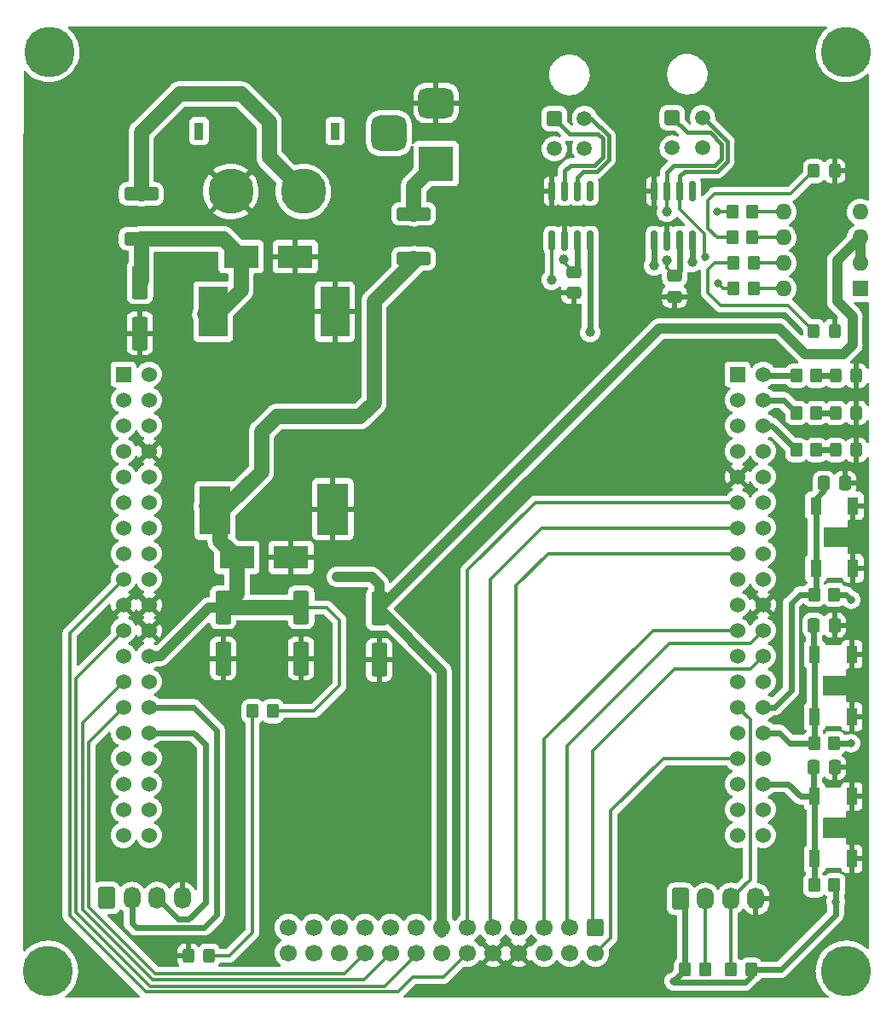
<source format=gtl>
G04 #@! TF.GenerationSoftware,KiCad,Pcbnew,6.0.4-6f826c9f35~116~ubuntu18.04.1*
G04 #@! TF.CreationDate,2022-04-20T12:00:40+08:00*
G04 #@! TF.ProjectId,Nucleo_F446Shield_v2,4e75636c-656f-45f4-9634-343653686965,rev?*
G04 #@! TF.SameCoordinates,Original*
G04 #@! TF.FileFunction,Copper,L1,Top*
G04 #@! TF.FilePolarity,Positive*
%FSLAX46Y46*%
G04 Gerber Fmt 4.6, Leading zero omitted, Abs format (unit mm)*
G04 Created by KiCad (PCBNEW 6.0.4-6f826c9f35~116~ubuntu18.04.1) date 2022-04-20 12:00:40*
%MOMM*%
%LPD*%
G01*
G04 APERTURE LIST*
G04 Aperture macros list*
%AMRoundRect*
0 Rectangle with rounded corners*
0 $1 Rounding radius*
0 $2 $3 $4 $5 $6 $7 $8 $9 X,Y pos of 4 corners*
0 Add a 4 corners polygon primitive as box body*
4,1,4,$2,$3,$4,$5,$6,$7,$8,$9,$2,$3,0*
0 Add four circle primitives for the rounded corners*
1,1,$1+$1,$2,$3*
1,1,$1+$1,$4,$5*
1,1,$1+$1,$6,$7*
1,1,$1+$1,$8,$9*
0 Add four rect primitives between the rounded corners*
20,1,$1+$1,$2,$3,$4,$5,0*
20,1,$1+$1,$4,$5,$6,$7,0*
20,1,$1+$1,$6,$7,$8,$9,0*
20,1,$1+$1,$8,$9,$2,$3,0*%
G04 Aperture macros list end*
G04 #@! TA.AperFunction,SMDPad,CuDef*
%ADD10RoundRect,0.250000X-1.450000X0.400000X-1.450000X-0.400000X1.450000X-0.400000X1.450000X0.400000X0*%
G04 #@! TD*
G04 #@! TA.AperFunction,SMDPad,CuDef*
%ADD11RoundRect,0.250000X0.350000X0.450000X-0.350000X0.450000X-0.350000X-0.450000X0.350000X-0.450000X0*%
G04 #@! TD*
G04 #@! TA.AperFunction,WasherPad*
%ADD12R,0.900000X1.800000*%
G04 #@! TD*
G04 #@! TA.AperFunction,ComponentPad*
%ADD13C,4.500000*%
G04 #@! TD*
G04 #@! TA.AperFunction,SMDPad,CuDef*
%ADD14RoundRect,0.250000X0.325000X0.450000X-0.325000X0.450000X-0.325000X-0.450000X0.325000X-0.450000X0*%
G04 #@! TD*
G04 #@! TA.AperFunction,SMDPad,CuDef*
%ADD15RoundRect,0.250000X-0.350000X-0.450000X0.350000X-0.450000X0.350000X0.450000X-0.350000X0.450000X0*%
G04 #@! TD*
G04 #@! TA.AperFunction,SMDPad,CuDef*
%ADD16R,2.940000X5.020000*%
G04 #@! TD*
G04 #@! TA.AperFunction,SMDPad,CuDef*
%ADD17R,3.048000X4.826000*%
G04 #@! TD*
G04 #@! TA.AperFunction,SMDPad,CuDef*
%ADD18R,3.070000X5.118000*%
G04 #@! TD*
G04 #@! TA.AperFunction,SMDPad,CuDef*
%ADD19RoundRect,0.250000X-0.550000X1.412500X-0.550000X-1.412500X0.550000X-1.412500X0.550000X1.412500X0*%
G04 #@! TD*
G04 #@! TA.AperFunction,SMDPad,CuDef*
%ADD20RoundRect,0.250000X-0.337500X-0.475000X0.337500X-0.475000X0.337500X0.475000X-0.337500X0.475000X0*%
G04 #@! TD*
G04 #@! TA.AperFunction,ComponentPad*
%ADD21R,3.500000X3.500000*%
G04 #@! TD*
G04 #@! TA.AperFunction,ComponentPad*
%ADD22RoundRect,0.750000X-1.000000X0.750000X-1.000000X-0.750000X1.000000X-0.750000X1.000000X0.750000X0*%
G04 #@! TD*
G04 #@! TA.AperFunction,ComponentPad*
%ADD23RoundRect,0.875000X-0.875000X0.875000X-0.875000X-0.875000X0.875000X-0.875000X0.875000X0.875000X0*%
G04 #@! TD*
G04 #@! TA.AperFunction,SMDPad,CuDef*
%ADD24RoundRect,0.150000X0.150000X-0.825000X0.150000X0.825000X-0.150000X0.825000X-0.150000X-0.825000X0*%
G04 #@! TD*
G04 #@! TA.AperFunction,ComponentPad*
%ADD25RoundRect,0.250000X-0.600000X0.600000X-0.600000X-0.600000X0.600000X-0.600000X0.600000X0.600000X0*%
G04 #@! TD*
G04 #@! TA.AperFunction,ComponentPad*
%ADD26C,1.700000*%
G04 #@! TD*
G04 #@! TA.AperFunction,SMDPad,CuDef*
%ADD27R,3.500000X2.300000*%
G04 #@! TD*
G04 #@! TA.AperFunction,SMDPad,CuDef*
%ADD28R,1.100000X1.800000*%
G04 #@! TD*
G04 #@! TA.AperFunction,SMDPad,CuDef*
%ADD29RoundRect,0.250000X-0.325000X-0.450000X0.325000X-0.450000X0.325000X0.450000X-0.325000X0.450000X0*%
G04 #@! TD*
G04 #@! TA.AperFunction,SMDPad,CuDef*
%ADD30RoundRect,0.250000X-0.475000X0.337500X-0.475000X-0.337500X0.475000X-0.337500X0.475000X0.337500X0*%
G04 #@! TD*
G04 #@! TA.AperFunction,ComponentPad*
%ADD31RoundRect,0.250000X0.600000X-0.850000X0.600000X0.850000X-0.600000X0.850000X-0.600000X-0.850000X0*%
G04 #@! TD*
G04 #@! TA.AperFunction,ComponentPad*
%ADD32O,1.700000X2.200000*%
G04 #@! TD*
G04 #@! TA.AperFunction,ComponentPad*
%ADD33RoundRect,0.250001X-0.499999X-0.499999X0.499999X-0.499999X0.499999X0.499999X-0.499999X0.499999X0*%
G04 #@! TD*
G04 #@! TA.AperFunction,ComponentPad*
%ADD34C,1.500000*%
G04 #@! TD*
G04 #@! TA.AperFunction,ComponentPad*
%ADD35R,1.530000X1.530000*%
G04 #@! TD*
G04 #@! TA.AperFunction,ComponentPad*
%ADD36C,1.530000*%
G04 #@! TD*
G04 #@! TA.AperFunction,ComponentPad*
%ADD37R,1.600000X1.600000*%
G04 #@! TD*
G04 #@! TA.AperFunction,ComponentPad*
%ADD38O,1.600000X1.600000*%
G04 #@! TD*
G04 #@! TA.AperFunction,ViaPad*
%ADD39C,5.000000*%
G04 #@! TD*
G04 #@! TA.AperFunction,ViaPad*
%ADD40C,0.800000*%
G04 #@! TD*
G04 #@! TA.AperFunction,ViaPad*
%ADD41C,1.000000*%
G04 #@! TD*
G04 #@! TA.AperFunction,Conductor*
%ADD42C,1.500000*%
G04 #@! TD*
G04 #@! TA.AperFunction,Conductor*
%ADD43C,0.350000*%
G04 #@! TD*
G04 #@! TA.AperFunction,Conductor*
%ADD44C,1.000000*%
G04 #@! TD*
G04 #@! TA.AperFunction,Conductor*
%ADD45C,0.600000*%
G04 #@! TD*
G04 #@! TA.AperFunction,Conductor*
%ADD46C,0.400000*%
G04 #@! TD*
G04 #@! TA.AperFunction,Conductor*
%ADD47C,0.800000*%
G04 #@! TD*
G04 APERTURE END LIST*
D10*
X83566000Y-53020000D03*
X83566000Y-57470000D03*
D11*
X117062000Y-128016000D03*
X115062000Y-128016000D03*
D12*
X75765000Y-44801000D03*
X62265000Y-44801000D03*
D13*
X65415000Y-50801000D03*
X72615000Y-50801000D03*
D14*
X127517000Y-69088000D03*
X125467000Y-69088000D03*
D15*
X123333000Y-119634000D03*
X125333000Y-119634000D03*
D16*
X63656250Y-62741000D03*
X75740250Y-62741000D03*
D17*
X63856250Y-82456000D03*
D18*
X75551250Y-82310000D03*
D15*
X110506000Y-128016000D03*
X112506000Y-128016000D03*
D19*
X72390000Y-92061500D03*
X72390000Y-97136500D03*
D11*
X117205000Y-55372000D03*
X115205000Y-55372000D03*
D20*
X123295500Y-107950000D03*
X125370500Y-107950000D03*
D14*
X127517000Y-76454000D03*
X125467000Y-76454000D03*
D20*
X124311500Y-79756000D03*
X126386500Y-79756000D03*
D21*
X85793500Y-48021000D03*
D22*
X85793500Y-42021000D03*
D23*
X81093500Y-45021000D03*
D19*
X80137000Y-92204500D03*
X80137000Y-97279500D03*
D20*
X123295500Y-93853000D03*
X125370500Y-93853000D03*
D19*
X64643000Y-92061500D03*
X64643000Y-97136500D03*
D24*
X107442000Y-55688000D03*
X108712000Y-55688000D03*
X109982000Y-55688000D03*
X111252000Y-55688000D03*
X111252000Y-50738000D03*
X109982000Y-50738000D03*
X108712000Y-50738000D03*
X107442000Y-50738000D03*
X97282000Y-55688000D03*
X98552000Y-55688000D03*
X99822000Y-55688000D03*
X101092000Y-55688000D03*
X101092000Y-50738000D03*
X99822000Y-50738000D03*
X98552000Y-50738000D03*
X97282000Y-50738000D03*
D25*
X101600000Y-123825000D03*
D26*
X101600000Y-126365000D03*
X99060000Y-123825000D03*
X99060000Y-126365000D03*
X96520000Y-123825000D03*
X96520000Y-126365000D03*
X93980000Y-123825000D03*
X93980000Y-126365000D03*
X91440000Y-123825000D03*
X91440000Y-126365000D03*
X88900000Y-123825000D03*
X88900000Y-126365000D03*
X86360000Y-123825000D03*
X86360000Y-126365000D03*
X83820000Y-123825000D03*
X83820000Y-126365000D03*
X81280000Y-123825000D03*
X81280000Y-126365000D03*
X78740000Y-123825000D03*
X78740000Y-126365000D03*
X76200000Y-123825000D03*
X76200000Y-126365000D03*
X73660000Y-123825000D03*
X73660000Y-126365000D03*
X71120000Y-123825000D03*
X71120000Y-126365000D03*
D27*
X66007000Y-87106000D03*
X71407000Y-87106000D03*
D28*
X127199000Y-81990000D03*
X127199000Y-88190000D03*
X123499000Y-81990000D03*
X123499000Y-88190000D03*
D11*
X117332000Y-57912000D03*
X115332000Y-57912000D03*
D29*
X61205000Y-126619000D03*
X63255000Y-126619000D03*
D15*
X121555000Y-76454000D03*
X123555000Y-76454000D03*
D14*
X127517000Y-72771000D03*
X125467000Y-72771000D03*
D30*
X99441000Y-58779500D03*
X99441000Y-60854500D03*
D10*
X56515000Y-51033000D03*
X56515000Y-55483000D03*
D11*
X117332000Y-60452000D03*
X115332000Y-60452000D03*
D15*
X123333000Y-90805000D03*
X125333000Y-90805000D03*
D31*
X53086000Y-120904000D03*
D32*
X55586000Y-120904000D03*
X58086000Y-120904000D03*
X60586000Y-120904000D03*
D28*
X127072000Y-117019000D03*
X127072000Y-110819000D03*
X123372000Y-110819000D03*
X123372000Y-117019000D03*
D33*
X97536000Y-43561000D03*
D34*
X100536000Y-43561000D03*
X97536000Y-46561000D03*
X100536000Y-46561000D03*
D15*
X123317000Y-105537000D03*
X125317000Y-105537000D03*
D11*
X69580000Y-102362000D03*
X67580000Y-102362000D03*
D19*
X56388000Y-59803500D03*
X56388000Y-64878500D03*
D11*
X117205000Y-52832000D03*
X115205000Y-52832000D03*
D31*
X110042000Y-120998000D03*
D32*
X112542000Y-120998000D03*
X115042000Y-120998000D03*
X117542000Y-120998000D03*
D27*
X66421000Y-57261000D03*
X71821000Y-57261000D03*
D30*
X109474000Y-59160500D03*
X109474000Y-61235500D03*
D14*
X125358000Y-48768000D03*
X123308000Y-48768000D03*
D15*
X121555000Y-69088000D03*
X123555000Y-69088000D03*
D35*
X54760000Y-68950000D03*
D36*
X57300000Y-68950000D03*
X54760000Y-71490000D03*
X57300000Y-71490000D03*
X54760000Y-74030000D03*
X57300000Y-74030000D03*
X54760000Y-76570000D03*
X57300000Y-76570000D03*
X54760000Y-79110000D03*
X57300000Y-79110000D03*
X54760000Y-81650000D03*
X57300000Y-81650000D03*
X54760000Y-84190000D03*
X57300000Y-84190000D03*
X54760000Y-86730000D03*
X57300000Y-86730000D03*
X54760000Y-89270000D03*
X57300000Y-89270000D03*
X54760000Y-91810000D03*
X57300000Y-91810000D03*
X54760000Y-94350000D03*
X57300000Y-94350000D03*
X54760000Y-96890000D03*
X57300000Y-96890000D03*
X54760000Y-99430000D03*
X57300000Y-99430000D03*
X54760000Y-101970000D03*
X57300000Y-101970000D03*
X54760000Y-104510000D03*
X57300000Y-104510000D03*
X54760000Y-107050000D03*
X57300000Y-107050000D03*
X54760000Y-109590000D03*
X57300000Y-109590000D03*
X54760000Y-112130000D03*
X57300000Y-112130000D03*
X54760000Y-114670000D03*
X57300000Y-114670000D03*
D35*
X115720000Y-68950000D03*
D36*
X118260000Y-68950000D03*
X115720000Y-71490000D03*
X118260000Y-71490000D03*
X115720000Y-74030000D03*
X118260000Y-74030000D03*
X115720000Y-76570000D03*
X118260000Y-76570000D03*
X115720000Y-79110000D03*
X118260000Y-79110000D03*
X115720000Y-81650000D03*
X118260000Y-81650000D03*
X115720000Y-84190000D03*
X118260000Y-84190000D03*
X115720000Y-86730000D03*
X118260000Y-86730000D03*
X115720000Y-89270000D03*
X118260000Y-89270000D03*
X115720000Y-91810000D03*
X118260000Y-91810000D03*
X115720000Y-94350000D03*
X118260000Y-94350000D03*
X115720000Y-96890000D03*
X118260000Y-96890000D03*
X115720000Y-99430000D03*
X118260000Y-99430000D03*
X115720000Y-101970000D03*
X118260000Y-101970000D03*
X115720000Y-104510000D03*
X118260000Y-104510000D03*
X115720000Y-107050000D03*
X118260000Y-107050000D03*
X115720000Y-109590000D03*
X118260000Y-109590000D03*
X115720000Y-112130000D03*
X118260000Y-112130000D03*
X115720000Y-114670000D03*
X118260000Y-114670000D03*
D28*
X127072000Y-102922000D03*
X127072000Y-96722000D03*
X123372000Y-96722000D03*
X123372000Y-102922000D03*
D15*
X121555000Y-72771000D03*
X123555000Y-72771000D03*
D37*
X127889000Y-60452000D03*
D38*
X127889000Y-57912000D03*
X127889000Y-55372000D03*
X127889000Y-52832000D03*
X120269000Y-52832000D03*
X120269000Y-55372000D03*
X120269000Y-57912000D03*
X120269000Y-60452000D03*
D33*
X109244000Y-43479000D03*
D34*
X112244000Y-43479000D03*
X109244000Y-46479000D03*
X112244000Y-46479000D03*
D14*
X125358000Y-64643000D03*
X123308000Y-64643000D03*
D39*
X47244000Y-128143000D03*
X47371000Y-36941000D03*
X126492000Y-36957000D03*
X126492000Y-128143000D03*
D40*
X117094000Y-48133000D03*
X111760000Y-71120000D03*
X108966000Y-128016000D03*
X46990000Y-113030000D03*
X127889000Y-78994000D03*
X91186000Y-38100000D03*
X104140000Y-64770000D03*
X128016000Y-48895000D03*
X120269000Y-116840000D03*
X64770000Y-100330000D03*
X106680000Y-76200000D03*
X60960000Y-78740000D03*
X46990000Y-105410000D03*
X119253000Y-125984000D03*
X97790000Y-78740000D03*
X91186000Y-54610000D03*
X91186000Y-41910000D03*
X46990000Y-120650000D03*
X60960000Y-58420000D03*
X102870000Y-54610000D03*
X63500000Y-78740000D03*
X128270000Y-67310000D03*
X91186000Y-46990000D03*
X121412000Y-102997000D03*
X76200000Y-57150000D03*
X127508000Y-93726000D03*
X128270000Y-74676000D03*
X113157000Y-113919000D03*
X128270000Y-70866000D03*
X128270000Y-67310000D03*
X59690000Y-50800000D03*
X86995000Y-54610000D03*
X127762000Y-107950000D03*
X119380000Y-38100000D03*
X72390000Y-76200000D03*
X60960000Y-86360000D03*
X77343000Y-122047000D03*
X113157000Y-109728000D03*
X63500000Y-78740000D03*
X111760000Y-66294000D03*
X119380000Y-41910000D03*
X58420000Y-127000000D03*
X63500000Y-74930000D03*
X105410000Y-54610000D03*
X86360000Y-90170000D03*
X102870000Y-50800000D03*
X124587000Y-74676000D03*
X86360000Y-93980000D03*
X116840000Y-38100000D03*
X121666000Y-123444000D03*
X69850000Y-81280000D03*
X95250000Y-46990000D03*
X111760000Y-76200000D03*
X105283000Y-116967000D03*
X46990000Y-109220000D03*
X59690000Y-46990000D03*
X104140000Y-59690000D03*
X116840000Y-41910000D03*
X107950000Y-124079000D03*
X76200000Y-57150000D03*
X121285000Y-113284000D03*
X72390000Y-78740000D03*
X71120000Y-66040000D03*
X86995000Y-50800000D03*
X106680000Y-71120000D03*
X123190000Y-60960000D03*
X92710000Y-38100000D03*
X92710000Y-41910000D03*
X64770000Y-124460000D03*
X124460000Y-70866000D03*
X60960000Y-74930000D03*
X67310000Y-66040000D03*
X71120000Y-105410000D03*
X127762000Y-123317000D03*
X91186000Y-50800000D03*
X46990000Y-116840000D03*
X76200000Y-105410000D03*
X105410000Y-50800000D03*
X123190000Y-58420000D03*
D41*
X75946000Y-89027000D03*
X108712000Y-52832000D03*
D40*
X112522000Y-57289500D03*
X113792000Y-59944000D03*
X113665000Y-52832000D03*
X109347000Y-129159000D03*
X127000000Y-105537000D03*
X125476000Y-121285000D03*
X127000000Y-91313000D03*
D41*
X108712000Y-57658000D03*
X107442000Y-58166000D03*
X111252000Y-57785000D03*
X98425000Y-57531000D03*
X97282000Y-59563000D03*
X101092000Y-64770000D03*
D42*
X69977000Y-73136000D02*
X68453000Y-74660000D01*
X78232000Y-73136000D02*
X69977000Y-73136000D01*
X79629000Y-71739000D02*
X78232000Y-73136000D01*
X68453000Y-74660000D02*
X68453000Y-78597000D01*
X65049000Y-82001000D02*
X62964250Y-82001000D01*
X79629000Y-61722000D02*
X79629000Y-71739000D01*
X83566000Y-57785000D02*
X79629000Y-61722000D01*
X83566000Y-57470000D02*
X83566000Y-57785000D01*
X68453000Y-78597000D02*
X65049000Y-82001000D01*
X85793500Y-48021000D02*
X83566000Y-50248500D01*
X83566000Y-50248500D02*
X83566000Y-53020000D01*
D43*
X72390000Y-92061500D02*
X72403500Y-92075000D01*
D42*
X64364250Y-82001000D02*
X64364250Y-85463250D01*
D43*
X73660000Y-102362000D02*
X69580000Y-102362000D01*
D42*
X64643000Y-92061500D02*
X65661500Y-92061500D01*
X65661500Y-92061500D02*
X72390000Y-92061500D01*
D43*
X74930000Y-92075000D02*
X76200000Y-93345000D01*
D44*
X63243500Y-92061500D02*
X65661500Y-92061500D01*
D42*
X66007000Y-90697500D02*
X64643000Y-92061500D01*
D43*
X76200000Y-99822000D02*
X73660000Y-102362000D01*
D42*
X66007000Y-87106000D02*
X66007000Y-90697500D01*
D43*
X72403500Y-92075000D02*
X74930000Y-92075000D01*
D42*
X64364250Y-85463250D02*
X66007000Y-87106000D01*
D44*
X58415000Y-96890000D02*
X63243500Y-92061500D01*
X57300000Y-96890000D02*
X58415000Y-96890000D01*
D43*
X76200000Y-93345000D02*
X76200000Y-99822000D01*
D42*
X71882000Y-57200000D02*
X71821000Y-57261000D01*
D44*
X125603000Y-61722000D02*
X125603000Y-57658000D01*
X127889000Y-55372000D02*
X127889000Y-57912000D01*
X86360000Y-98427500D02*
X86360000Y-124342500D01*
X80137000Y-92204500D02*
X86360000Y-98427500D01*
X122428000Y-66929000D02*
X126238000Y-66929000D01*
X127127000Y-66040000D02*
X127127000Y-63246000D01*
X127127000Y-63246000D02*
X125603000Y-61722000D01*
X119888000Y-64389000D02*
X122428000Y-66929000D01*
X80137000Y-92204500D02*
X107952500Y-64389000D01*
X126238000Y-66929000D02*
X127127000Y-66040000D01*
X79375000Y-89027000D02*
X80137000Y-89789000D01*
X125603000Y-57658000D02*
X127889000Y-55372000D01*
X107952500Y-64389000D02*
X119888000Y-64389000D01*
X75946000Y-89027000D02*
X79375000Y-89027000D01*
X80137000Y-89789000D02*
X80137000Y-92204500D01*
D42*
X66421000Y-41132000D02*
X60325000Y-41132000D01*
X56515000Y-44942000D02*
X56515000Y-51033000D01*
X69215000Y-43926000D02*
X66421000Y-41132000D01*
X71853000Y-50801000D02*
X71882000Y-50830000D01*
X60325000Y-41132000D02*
X56515000Y-44942000D01*
X72615000Y-50801000D02*
X69215000Y-47401000D01*
X69215000Y-47401000D02*
X69215000Y-43926000D01*
D45*
X121995000Y-110819000D02*
X120766000Y-109590000D01*
X123333000Y-119634000D02*
X123333000Y-117058000D01*
X123372000Y-117019000D02*
X123372000Y-110819000D01*
X123295500Y-107950000D02*
X123295500Y-110742500D01*
X120766000Y-109590000D02*
X118260000Y-109590000D01*
X123372000Y-110819000D02*
X121995000Y-110819000D01*
X123333000Y-117058000D02*
X123372000Y-117019000D01*
X123295500Y-110742500D02*
X123372000Y-110819000D01*
X119131000Y-74030000D02*
X121555000Y-76454000D01*
X118260000Y-74030000D02*
X119131000Y-74030000D01*
X120274000Y-71490000D02*
X121555000Y-72771000D01*
X118260000Y-71490000D02*
X120274000Y-71490000D01*
D43*
X65278000Y-126619000D02*
X63255000Y-126619000D01*
X67580000Y-124317000D02*
X65278000Y-126619000D01*
X67580000Y-102362000D02*
X67580000Y-124317000D01*
X113411000Y-57912000D02*
X112776000Y-58547000D01*
X112776000Y-58547000D02*
X112776000Y-60833000D01*
X115332000Y-57912000D02*
X113411000Y-57912000D01*
X112776000Y-60833000D02*
X114046000Y-62103000D01*
X114046000Y-62103000D02*
X120768000Y-62103000D01*
X120768000Y-62103000D02*
X123308000Y-64643000D01*
X112776000Y-54483000D02*
X113665000Y-55372000D01*
X121022000Y-51054000D02*
X113411000Y-51054000D01*
X113665000Y-55372000D02*
X115205000Y-55372000D01*
X113411000Y-51054000D02*
X112776000Y-51689000D01*
X123308000Y-48768000D02*
X121022000Y-51054000D01*
X112776000Y-51689000D02*
X112776000Y-54483000D01*
D45*
X123555000Y-76454000D02*
X125467000Y-76454000D01*
X125467000Y-69088000D02*
X123555000Y-69088000D01*
X123555000Y-72771000D02*
X125467000Y-72771000D01*
D46*
X110723000Y-44958000D02*
X109244000Y-43479000D01*
X113448162Y-48214000D02*
X114127000Y-47535162D01*
D43*
X108712000Y-50738000D02*
X108712000Y-52832000D01*
D46*
X108712000Y-50738000D02*
X108712000Y-48895000D01*
X114127000Y-46098266D02*
X112986734Y-44958000D01*
X108712000Y-48895000D02*
X109393000Y-48214000D01*
X109393000Y-48214000D02*
X113448162Y-48214000D01*
X112986734Y-44958000D02*
X110723000Y-44958000D01*
X114127000Y-46101000D02*
X114127000Y-46098266D01*
X114127000Y-47535162D02*
X114127000Y-46098266D01*
D43*
X109982000Y-52578000D02*
X110744000Y-53340000D01*
X115332000Y-60452000D02*
X114300000Y-60452000D01*
D46*
X114727000Y-46101000D02*
X114727000Y-45849734D01*
X114727000Y-45849734D02*
X112356266Y-43479000D01*
X109982000Y-49276000D02*
X110444000Y-48814000D01*
D43*
X110744000Y-53340000D02*
X112395000Y-54991000D01*
D46*
X112356266Y-43479000D02*
X112244000Y-43479000D01*
D43*
X112395000Y-54991000D02*
X112395000Y-57531000D01*
D46*
X110444000Y-48814000D02*
X113696694Y-48814000D01*
X109982000Y-50738000D02*
X109982000Y-49276000D01*
X113696694Y-48814000D02*
X114727000Y-47783694D01*
X114727000Y-47783694D02*
X114727000Y-45849734D01*
D43*
X109982000Y-50738000D02*
X109982000Y-52578000D01*
X114300000Y-60452000D02*
X113792000Y-59944000D01*
X112395000Y-57531000D02*
X112522000Y-57404000D01*
X112522000Y-57404000D02*
X112522000Y-57289500D01*
D46*
X98552000Y-48768000D02*
X99106000Y-48214000D01*
X101876006Y-45085000D02*
X99060000Y-45085000D01*
X101473000Y-48214000D02*
X101510162Y-48214000D01*
X99060000Y-45085000D02*
X97536000Y-43561000D01*
X102316000Y-47408162D02*
X102316000Y-45524994D01*
X101510162Y-48214000D02*
X102316000Y-47408162D01*
X102316000Y-45524994D02*
X101876006Y-45085000D01*
X99106000Y-48214000D02*
X101510162Y-48214000D01*
X98552000Y-50738000D02*
X98552000Y-48768000D01*
X99822000Y-50738000D02*
X99822000Y-49403000D01*
X101758694Y-48814000D02*
X102916000Y-47656694D01*
X101199855Y-43561000D02*
X100536000Y-43561000D01*
X102916000Y-47656694D02*
X102916000Y-45277145D01*
D43*
X115205000Y-52832000D02*
X113665000Y-52832000D01*
D46*
X99822000Y-49403000D02*
X100411000Y-48814000D01*
X100411000Y-48814000D02*
X101758694Y-48814000D01*
X102916000Y-45277145D02*
X101199855Y-43561000D01*
X101473000Y-48814000D02*
X101758694Y-48814000D01*
D45*
X125333000Y-90805000D02*
X126492000Y-90805000D01*
X110506000Y-121462000D02*
X110042000Y-120998000D01*
X110506000Y-128016000D02*
X110506000Y-121462000D01*
X125476000Y-121285000D02*
X125476000Y-122555000D01*
X125476000Y-122555000D02*
X120015000Y-128016000D01*
X120015000Y-128016000D02*
X117062000Y-128016000D01*
X125476000Y-119777000D02*
X125476000Y-121285000D01*
X116459000Y-129286000D02*
X117062000Y-128683000D01*
X125333000Y-119634000D02*
X125476000Y-119777000D01*
X126492000Y-90805000D02*
X127000000Y-91313000D01*
X127000000Y-105537000D02*
X125317000Y-105537000D01*
X109363000Y-129159000D02*
X110506000Y-128016000D01*
X109347000Y-129159000D02*
X109363000Y-129159000D01*
X109347000Y-129159000D02*
X109474000Y-129286000D01*
X109474000Y-129286000D02*
X116459000Y-129286000D01*
X117062000Y-128683000D02*
X117062000Y-128016000D01*
D43*
X112542000Y-127980000D02*
X112506000Y-128016000D01*
X112542000Y-120998000D02*
X112542000Y-127980000D01*
X116967000Y-119073000D02*
X115042000Y-120998000D01*
X115042000Y-120998000D02*
X115042000Y-127996000D01*
X116967000Y-103217000D02*
X116967000Y-119073000D01*
X115042000Y-127996000D02*
X115062000Y-128016000D01*
X115720000Y-101970000D02*
X116967000Y-103217000D01*
D45*
X64008000Y-122555000D02*
X62738000Y-123825000D01*
X55586000Y-123404000D02*
X55586000Y-120904000D01*
X64008000Y-104267000D02*
X64008000Y-122555000D01*
X57300000Y-101970000D02*
X61711000Y-101970000D01*
X62738000Y-123825000D02*
X56007000Y-123825000D01*
X61711000Y-101970000D02*
X64008000Y-104267000D01*
X56007000Y-123825000D02*
X55586000Y-123404000D01*
X62865000Y-105664000D02*
X62865000Y-121412000D01*
X57300000Y-104510000D02*
X61711000Y-104510000D01*
X61711000Y-104510000D02*
X62865000Y-105664000D01*
X60207480Y-123025480D02*
X58086000Y-120904000D01*
X62865000Y-121412000D02*
X61251520Y-123025480D01*
X61251520Y-123025480D02*
X60207480Y-123025480D01*
D43*
X57422000Y-104632000D02*
X57300000Y-104510000D01*
X108712000Y-57658000D02*
X108712000Y-58398500D01*
X117332000Y-57912000D02*
X120269000Y-57912000D01*
D45*
X109982000Y-58652500D02*
X109474000Y-59160500D01*
D43*
X108712000Y-58398500D02*
X109474000Y-59160500D01*
D45*
X109982000Y-55688000D02*
X109982000Y-58652500D01*
X107442000Y-58166000D02*
X107442000Y-55688000D01*
D47*
X118260000Y-84035000D02*
X118260000Y-84190000D01*
D45*
X111252000Y-57785000D02*
X111252000Y-55688000D01*
D43*
X117205000Y-55372000D02*
X120269000Y-55372000D01*
X98425000Y-57531000D02*
X98425000Y-57763500D01*
D45*
X99822000Y-55688000D02*
X99822000Y-58906500D01*
D43*
X98425000Y-57763500D02*
X99441000Y-58779500D01*
X97282000Y-59563000D02*
X97282000Y-55688000D01*
D45*
X101092000Y-64770000D02*
X101092000Y-55688000D01*
X121555000Y-69088000D02*
X118398000Y-69088000D01*
X118398000Y-69088000D02*
X118260000Y-68950000D01*
D43*
X118382000Y-69072000D02*
X118260000Y-68950000D01*
X120269000Y-52832000D02*
X117205000Y-52832000D01*
X120269000Y-60452000D02*
X117332000Y-60452000D01*
D42*
X63323250Y-63484000D02*
X62840250Y-63001000D01*
X63500000Y-63484000D02*
X63323250Y-63484000D01*
X64643000Y-55483000D02*
X66421000Y-57261000D01*
X56515000Y-59676500D02*
X56388000Y-59803500D01*
X66421000Y-57261000D02*
X66421000Y-60563000D01*
X56515000Y-55483000D02*
X64643000Y-55483000D01*
X66421000Y-60563000D02*
X63500000Y-63484000D01*
X56515000Y-55483000D02*
X56515000Y-59676500D01*
D45*
X118260000Y-104510000D02*
X119877000Y-104510000D01*
X123295500Y-93853000D02*
X123295500Y-96645500D01*
X123372000Y-96722000D02*
X123372000Y-102922000D01*
X123372000Y-105482000D02*
X123317000Y-105537000D01*
X119877000Y-104510000D02*
X120904000Y-105537000D01*
X120904000Y-105537000D02*
X123317000Y-105537000D01*
X123295500Y-96645500D02*
X123372000Y-96722000D01*
X123372000Y-102922000D02*
X123372000Y-105482000D01*
X123499000Y-81990000D02*
X123499000Y-88190000D01*
X124311500Y-79756000D02*
X124311500Y-80412500D01*
X124311500Y-80412500D02*
X123934020Y-80789980D01*
X123499000Y-90639000D02*
X123333000Y-90805000D01*
X123924728Y-80789980D02*
X123499000Y-81215708D01*
X123499000Y-81215708D02*
X123499000Y-81990000D01*
X121920000Y-90805000D02*
X121031000Y-91694000D01*
X123499000Y-88190000D02*
X123499000Y-90639000D01*
X123934020Y-80789980D02*
X123924728Y-80789980D01*
X123333000Y-90805000D02*
X121920000Y-90805000D01*
X121031000Y-100330000D02*
X119391000Y-101970000D01*
X119391000Y-101970000D02*
X118260000Y-101970000D01*
X121031000Y-91694000D02*
X121031000Y-100330000D01*
X123295500Y-81786500D02*
X123499000Y-81990000D01*
D43*
X115720000Y-81650000D02*
X95642000Y-81650000D01*
X88900000Y-88392000D02*
X88900000Y-124342500D01*
X95642000Y-81650000D02*
X88900000Y-88392000D01*
X91186000Y-89281000D02*
X91186000Y-123571000D01*
X91186000Y-123571000D02*
X91440000Y-123825000D01*
X115720000Y-84190000D02*
X96277000Y-84190000D01*
X96277000Y-84190000D02*
X91186000Y-89281000D01*
X96912000Y-86730000D02*
X93726000Y-89916000D01*
X93726000Y-89916000D02*
X93726000Y-123571000D01*
X115720000Y-86730000D02*
X96912000Y-86730000D01*
X93726000Y-123571000D02*
X93980000Y-123825000D01*
X115720000Y-94350000D02*
X107326000Y-94350000D01*
X107326000Y-94350000D02*
X96520000Y-105156000D01*
X96520000Y-105156000D02*
X96520000Y-123825000D01*
X109474000Y-98171000D02*
X101346000Y-106299000D01*
X116979000Y-98171000D02*
X109474000Y-98171000D01*
X101346000Y-106299000D02*
X101346000Y-123571000D01*
X118260000Y-96890000D02*
X116979000Y-98171000D01*
X101346000Y-123571000D02*
X101600000Y-123825000D01*
X98806000Y-123571000D02*
X99060000Y-123825000D01*
X98806000Y-105791000D02*
X98806000Y-123571000D01*
X108966000Y-95631000D02*
X98806000Y-105791000D01*
X116979000Y-95631000D02*
X108966000Y-95631000D01*
X118260000Y-94350000D02*
X116979000Y-95631000D01*
X115720000Y-107050000D02*
X108342000Y-107050000D01*
X103124000Y-124841000D02*
X101600000Y-126365000D01*
X103124000Y-112268000D02*
X103124000Y-124841000D01*
X108342000Y-107050000D02*
X103124000Y-112268000D01*
X57658000Y-129032000D02*
X78613000Y-129032000D01*
X50673000Y-122047000D02*
X57658000Y-129032000D01*
X54760000Y-99430000D02*
X50673000Y-103517000D01*
X50673000Y-103517000D02*
X50673000Y-122047000D01*
X78613000Y-129032000D02*
X81280000Y-126365000D01*
X86487000Y-128778000D02*
X88900000Y-126365000D01*
X49403000Y-122682000D02*
X56937519Y-130216519D01*
X49403000Y-94627000D02*
X49403000Y-122682000D01*
X56937519Y-130216519D02*
X82000481Y-130216519D01*
X83439000Y-128778000D02*
X86487000Y-128778000D01*
X54760000Y-89270000D02*
X49403000Y-94627000D01*
X82000481Y-130216519D02*
X83439000Y-128778000D01*
X57912000Y-128397000D02*
X76708000Y-128397000D01*
X54760000Y-101970000D02*
X51308000Y-105422000D01*
X51308000Y-121793000D02*
X57912000Y-128397000D01*
X76708000Y-128397000D02*
X78740000Y-126365000D01*
X51308000Y-105422000D02*
X51308000Y-121793000D01*
X83820000Y-126560250D02*
X83820000Y-126365000D01*
X54760000Y-94350000D02*
X50038000Y-99072000D01*
X57404000Y-129667000D02*
X80713250Y-129667000D01*
X80713250Y-129667000D02*
X83820000Y-126560250D01*
X50038000Y-122301000D02*
X57404000Y-129667000D01*
X50038000Y-99072000D02*
X50038000Y-122301000D01*
G04 #@! TA.AperFunction,Conductor*
G36*
X124559246Y-34437502D02*
G01*
X124605739Y-34491158D01*
X124615843Y-34561432D01*
X124586349Y-34626012D01*
X124569906Y-34641833D01*
X124475509Y-34717459D01*
X124231466Y-34964071D01*
X124017386Y-35237098D01*
X123836105Y-35532921D01*
X123834580Y-35536206D01*
X123834578Y-35536210D01*
X123802932Y-35604386D01*
X123690027Y-35847620D01*
X123581087Y-36177023D01*
X123580351Y-36180578D01*
X123580350Y-36180581D01*
X123524465Y-36450438D01*
X123510730Y-36516764D01*
X123479888Y-36862341D01*
X123479983Y-36865971D01*
X123479983Y-36865972D01*
X123487434Y-37150500D01*
X123488970Y-37209171D01*
X123537856Y-37552660D01*
X123625897Y-37888253D01*
X123751927Y-38211503D01*
X123753624Y-38214708D01*
X123895575Y-38482807D01*
X123914275Y-38518126D01*
X123916325Y-38521109D01*
X123916327Y-38521112D01*
X124108733Y-38801064D01*
X124108739Y-38801071D01*
X124110790Y-38804056D01*
X124233056Y-38944212D01*
X124327040Y-39051948D01*
X124338866Y-39065505D01*
X124341551Y-39067948D01*
X124551268Y-39258775D01*
X124595481Y-39299006D01*
X124877233Y-39501466D01*
X125180388Y-39670200D01*
X125500928Y-39802972D01*
X125504422Y-39803967D01*
X125504424Y-39803968D01*
X125831103Y-39897025D01*
X125831108Y-39897026D01*
X125834604Y-39898022D01*
X126023813Y-39929006D01*
X126173412Y-39953504D01*
X126173419Y-39953505D01*
X126176993Y-39954090D01*
X126350275Y-39962262D01*
X126519931Y-39970263D01*
X126519932Y-39970263D01*
X126523558Y-39970434D01*
X126532415Y-39969830D01*
X126866073Y-39947084D01*
X126866081Y-39947083D01*
X126869704Y-39946836D01*
X126873279Y-39946173D01*
X126873282Y-39946173D01*
X127207279Y-39884270D01*
X127207283Y-39884269D01*
X127210844Y-39883609D01*
X127477477Y-39801582D01*
X127538978Y-39782662D01*
X127542456Y-39781592D01*
X127860145Y-39642136D01*
X128088625Y-39508624D01*
X128156560Y-39468926D01*
X128156562Y-39468925D01*
X128159700Y-39467091D01*
X128183919Y-39448907D01*
X128434244Y-39260958D01*
X128434248Y-39260955D01*
X128437151Y-39258775D01*
X128564768Y-39137670D01*
X128627948Y-39105289D01*
X128698607Y-39112205D01*
X128754310Y-39156225D01*
X128777500Y-39229068D01*
X128777500Y-51614707D01*
X128757498Y-51682828D01*
X128703842Y-51729321D01*
X128633568Y-51739425D01*
X128579229Y-51717920D01*
X128562571Y-51706256D01*
X128545749Y-51694477D01*
X128540767Y-51692154D01*
X128540762Y-51692151D01*
X128343225Y-51600039D01*
X128343224Y-51600039D01*
X128338243Y-51597716D01*
X128332935Y-51596294D01*
X128332933Y-51596293D01*
X128122402Y-51539881D01*
X128122400Y-51539881D01*
X128117087Y-51538457D01*
X127889000Y-51518502D01*
X127660913Y-51538457D01*
X127655600Y-51539881D01*
X127655598Y-51539881D01*
X127445067Y-51596293D01*
X127445065Y-51596294D01*
X127439757Y-51597716D01*
X127434776Y-51600039D01*
X127434775Y-51600039D01*
X127237238Y-51692151D01*
X127237233Y-51692154D01*
X127232251Y-51694477D01*
X127143036Y-51756946D01*
X127049211Y-51822643D01*
X127049208Y-51822645D01*
X127044700Y-51825802D01*
X126882802Y-51987700D01*
X126879645Y-51992208D01*
X126879643Y-51992211D01*
X126845563Y-52040882D01*
X126751477Y-52175251D01*
X126749154Y-52180233D01*
X126749151Y-52180238D01*
X126691906Y-52303002D01*
X126654716Y-52382757D01*
X126653294Y-52388065D01*
X126653293Y-52388067D01*
X126631154Y-52470692D01*
X126595457Y-52603913D01*
X126575502Y-52832000D01*
X126595457Y-53060087D01*
X126596881Y-53065400D01*
X126596881Y-53065402D01*
X126651950Y-53270919D01*
X126654716Y-53281243D01*
X126657039Y-53286224D01*
X126657039Y-53286225D01*
X126749151Y-53483762D01*
X126749154Y-53483767D01*
X126751477Y-53488749D01*
X126812687Y-53576166D01*
X126876389Y-53667141D01*
X126882802Y-53676300D01*
X127044700Y-53838198D01*
X127049208Y-53841355D01*
X127049211Y-53841357D01*
X127114499Y-53887072D01*
X127232251Y-53969523D01*
X127237233Y-53971846D01*
X127237238Y-53971849D01*
X127271457Y-53987805D01*
X127324742Y-54034722D01*
X127344203Y-54102999D01*
X127323661Y-54170959D01*
X127271457Y-54216195D01*
X127237238Y-54232151D01*
X127237233Y-54232154D01*
X127232251Y-54234477D01*
X127163006Y-54282963D01*
X127049211Y-54362643D01*
X127049208Y-54362645D01*
X127044700Y-54365802D01*
X126882802Y-54527700D01*
X126879645Y-54532208D01*
X126879643Y-54532211D01*
X126851193Y-54572842D01*
X126751477Y-54715251D01*
X126749154Y-54720233D01*
X126749151Y-54720238D01*
X126714736Y-54794042D01*
X126654716Y-54922757D01*
X126595457Y-55143913D01*
X126594978Y-55149392D01*
X126590308Y-55202769D01*
X126564445Y-55268887D01*
X126553882Y-55280883D01*
X124933621Y-56901145D01*
X124923478Y-56910247D01*
X124893975Y-56933968D01*
X124890008Y-56938696D01*
X124861709Y-56972421D01*
X124858528Y-56976069D01*
X124856885Y-56977881D01*
X124854691Y-56980075D01*
X124827358Y-57013349D01*
X124826696Y-57014147D01*
X124766846Y-57085474D01*
X124764278Y-57090144D01*
X124760897Y-57094261D01*
X124737416Y-57138054D01*
X124717023Y-57176086D01*
X124716394Y-57177245D01*
X124674538Y-57253381D01*
X124674535Y-57253389D01*
X124671567Y-57258787D01*
X124669955Y-57263869D01*
X124667438Y-57268563D01*
X124640238Y-57357531D01*
X124639918Y-57358559D01*
X124611765Y-57447306D01*
X124611171Y-57452602D01*
X124609613Y-57457698D01*
X124603197Y-57520865D01*
X124600218Y-57550187D01*
X124600089Y-57551393D01*
X124599066Y-57560517D01*
X124595370Y-57593474D01*
X124594500Y-57601227D01*
X124594500Y-57604754D01*
X124594445Y-57605739D01*
X124593998Y-57611419D01*
X124589626Y-57654462D01*
X124590206Y-57660593D01*
X124593941Y-57700109D01*
X124594500Y-57711967D01*
X124594500Y-61660157D01*
X124593763Y-61673764D01*
X124591400Y-61695521D01*
X124589676Y-61711388D01*
X124591680Y-61734290D01*
X124594050Y-61761388D01*
X124594379Y-61766214D01*
X124594500Y-61768686D01*
X124594500Y-61771769D01*
X124594801Y-61774837D01*
X124598690Y-61814506D01*
X124598812Y-61815819D01*
X124606913Y-61908413D01*
X124608400Y-61913532D01*
X124608920Y-61918833D01*
X124635791Y-62007834D01*
X124636126Y-62008967D01*
X124645073Y-62039760D01*
X124662091Y-62098336D01*
X124664544Y-62103068D01*
X124666084Y-62108169D01*
X124668978Y-62113612D01*
X124709731Y-62190260D01*
X124710343Y-62191426D01*
X124753108Y-62273926D01*
X124756431Y-62278089D01*
X124758934Y-62282796D01*
X124817755Y-62354918D01*
X124818446Y-62355774D01*
X124849738Y-62394973D01*
X124852242Y-62397477D01*
X124852884Y-62398195D01*
X124856585Y-62402528D01*
X124883935Y-62436062D01*
X124888682Y-62439989D01*
X124888684Y-62439991D01*
X124919262Y-62465287D01*
X124928042Y-62473277D01*
X125680668Y-63225903D01*
X125714694Y-63288215D01*
X125709629Y-63359030D01*
X125667082Y-63415866D01*
X125627071Y-63435894D01*
X125614876Y-63439475D01*
X125613671Y-63440865D01*
X125612000Y-63448548D01*
X125612000Y-64771000D01*
X125591998Y-64839121D01*
X125538342Y-64885614D01*
X125486000Y-64897000D01*
X125230000Y-64897000D01*
X125161879Y-64876998D01*
X125115386Y-64823342D01*
X125104000Y-64771000D01*
X125104000Y-63453116D01*
X125099525Y-63437877D01*
X125098135Y-63436672D01*
X125090452Y-63435001D01*
X124985905Y-63435001D01*
X124979386Y-63435338D01*
X124883794Y-63445257D01*
X124870400Y-63448149D01*
X124716216Y-63499588D01*
X124703038Y-63505761D01*
X124565193Y-63591063D01*
X124553792Y-63600099D01*
X124439262Y-63714828D01*
X124432206Y-63723762D01*
X124374288Y-63764823D01*
X124303365Y-63768053D01*
X124241954Y-63732426D01*
X124235154Y-63724593D01*
X124231478Y-63718652D01*
X124106303Y-63593695D01*
X124041861Y-63553972D01*
X123961968Y-63504725D01*
X123961966Y-63504724D01*
X123955738Y-63500885D01*
X123831834Y-63459788D01*
X123794389Y-63447368D01*
X123794387Y-63447368D01*
X123787861Y-63445203D01*
X123781025Y-63444503D01*
X123781022Y-63444502D01*
X123737969Y-63440091D01*
X123683400Y-63434500D01*
X123118305Y-63434500D01*
X123050184Y-63414498D01*
X123029210Y-63397595D01*
X121271156Y-61639541D01*
X121265302Y-61633276D01*
X121233704Y-61597055D01*
X121228710Y-61591330D01*
X121205385Y-61574937D01*
X121161154Y-61519402D01*
X121153969Y-61448770D01*
X121188742Y-61382756D01*
X121275198Y-61296300D01*
X121280782Y-61288326D01*
X121354192Y-61183485D01*
X121406523Y-61108749D01*
X121408846Y-61103767D01*
X121408849Y-61103762D01*
X121500961Y-60906225D01*
X121500961Y-60906224D01*
X121503284Y-60901243D01*
X121505187Y-60894143D01*
X121561119Y-60685402D01*
X121561119Y-60685400D01*
X121562543Y-60680087D01*
X121582498Y-60452000D01*
X121562543Y-60223913D01*
X121553487Y-60190115D01*
X121504707Y-60008067D01*
X121504706Y-60008065D01*
X121503284Y-60002757D01*
X121494675Y-59984295D01*
X121408849Y-59800238D01*
X121408846Y-59800233D01*
X121406523Y-59795251D01*
X121302932Y-59647308D01*
X121278357Y-59612211D01*
X121278355Y-59612208D01*
X121275198Y-59607700D01*
X121113300Y-59445802D01*
X121108792Y-59442645D01*
X121108789Y-59442643D01*
X120962348Y-59340104D01*
X120925749Y-59314477D01*
X120920767Y-59312154D01*
X120920762Y-59312151D01*
X120886543Y-59296195D01*
X120833258Y-59249278D01*
X120813797Y-59181001D01*
X120834339Y-59113041D01*
X120886543Y-59067805D01*
X120920762Y-59051849D01*
X120920767Y-59051846D01*
X120925749Y-59049523D01*
X121042844Y-58967532D01*
X121108789Y-58921357D01*
X121108792Y-58921355D01*
X121113300Y-58918198D01*
X121275198Y-58756300D01*
X121287381Y-58738902D01*
X121347782Y-58652639D01*
X121406523Y-58568749D01*
X121408846Y-58563767D01*
X121408849Y-58563762D01*
X121500961Y-58366225D01*
X121500961Y-58366224D01*
X121503284Y-58361243D01*
X121524512Y-58282022D01*
X121561119Y-58145402D01*
X121561119Y-58145400D01*
X121562543Y-58140087D01*
X121582498Y-57912000D01*
X121562543Y-57683913D01*
X121561119Y-57678598D01*
X121504707Y-57468067D01*
X121504706Y-57468065D01*
X121503284Y-57462757D01*
X121496079Y-57447306D01*
X121408849Y-57260238D01*
X121408846Y-57260233D01*
X121406523Y-57255251D01*
X121302112Y-57106137D01*
X121278357Y-57072211D01*
X121278355Y-57072208D01*
X121275198Y-57067700D01*
X121113300Y-56905802D01*
X121108792Y-56902645D01*
X121108789Y-56902643D01*
X120983847Y-56815158D01*
X120925749Y-56774477D01*
X120920767Y-56772154D01*
X120920762Y-56772151D01*
X120886543Y-56756195D01*
X120833258Y-56709278D01*
X120813797Y-56641001D01*
X120834339Y-56573041D01*
X120886543Y-56527805D01*
X120920762Y-56511849D01*
X120920767Y-56511846D01*
X120925749Y-56509523D01*
X121030611Y-56436098D01*
X121108789Y-56381357D01*
X121108792Y-56381355D01*
X121113300Y-56378198D01*
X121275198Y-56216300D01*
X121281212Y-56207712D01*
X121373786Y-56075502D01*
X121406523Y-56028749D01*
X121408846Y-56023767D01*
X121408849Y-56023762D01*
X121500961Y-55826225D01*
X121500961Y-55826224D01*
X121503284Y-55821243D01*
X121522980Y-55747739D01*
X121561119Y-55605402D01*
X121561119Y-55605400D01*
X121562543Y-55600087D01*
X121582498Y-55372000D01*
X121562543Y-55143913D01*
X121503284Y-54922757D01*
X121443264Y-54794042D01*
X121408849Y-54720238D01*
X121408846Y-54720233D01*
X121406523Y-54715251D01*
X121306807Y-54572842D01*
X121278357Y-54532211D01*
X121278355Y-54532208D01*
X121275198Y-54527700D01*
X121113300Y-54365802D01*
X121108792Y-54362645D01*
X121108789Y-54362643D01*
X120994994Y-54282963D01*
X120925749Y-54234477D01*
X120920767Y-54232154D01*
X120920762Y-54232151D01*
X120886543Y-54216195D01*
X120833258Y-54169278D01*
X120813797Y-54101001D01*
X120834339Y-54033041D01*
X120886543Y-53987805D01*
X120920762Y-53971849D01*
X120920767Y-53971846D01*
X120925749Y-53969523D01*
X121043501Y-53887072D01*
X121108789Y-53841357D01*
X121108792Y-53841355D01*
X121113300Y-53838198D01*
X121275198Y-53676300D01*
X121281612Y-53667141D01*
X121345313Y-53576166D01*
X121406523Y-53488749D01*
X121408846Y-53483767D01*
X121408849Y-53483762D01*
X121500961Y-53286225D01*
X121500961Y-53286224D01*
X121503284Y-53281243D01*
X121506051Y-53270919D01*
X121561119Y-53065402D01*
X121561119Y-53065400D01*
X121562543Y-53060087D01*
X121582498Y-52832000D01*
X121562543Y-52603913D01*
X121526846Y-52470692D01*
X121504707Y-52388067D01*
X121504706Y-52388065D01*
X121503284Y-52382757D01*
X121466094Y-52303002D01*
X121408849Y-52180238D01*
X121408846Y-52180233D01*
X121406523Y-52175251D01*
X121312437Y-52040882D01*
X121278357Y-51992211D01*
X121278355Y-51992208D01*
X121275198Y-51987700D01*
X121198223Y-51910725D01*
X121164197Y-51848413D01*
X121169262Y-51777598D01*
X121211809Y-51720762D01*
X121236674Y-51706256D01*
X121277341Y-51688405D01*
X121283446Y-51685914D01*
X121333882Y-51666855D01*
X121333885Y-51666853D01*
X121340989Y-51664169D01*
X121347246Y-51659869D01*
X121351714Y-51657533D01*
X121361160Y-51652275D01*
X121365526Y-51649693D01*
X121372485Y-51646638D01*
X121421304Y-51609177D01*
X121426623Y-51605314D01*
X121471065Y-51574769D01*
X121477326Y-51570466D01*
X121517233Y-51525676D01*
X121522213Y-51520402D01*
X123029210Y-50013405D01*
X123091522Y-49979379D01*
X123118305Y-49976500D01*
X123683400Y-49976500D01*
X123686646Y-49976163D01*
X123686650Y-49976163D01*
X123782308Y-49966238D01*
X123782312Y-49966237D01*
X123789166Y-49965526D01*
X123795702Y-49963345D01*
X123795704Y-49963345D01*
X123949998Y-49911868D01*
X123956946Y-49909550D01*
X124107348Y-49816478D01*
X124232305Y-49691303D01*
X124235102Y-49686765D01*
X124292353Y-49646176D01*
X124363276Y-49642946D01*
X124424687Y-49678572D01*
X124432062Y-49687068D01*
X124440098Y-49697207D01*
X124554829Y-49811739D01*
X124566240Y-49820751D01*
X124704243Y-49905816D01*
X124717424Y-49911963D01*
X124871710Y-49963138D01*
X124885086Y-49966005D01*
X124979438Y-49975672D01*
X124985854Y-49976000D01*
X125085885Y-49976000D01*
X125101124Y-49971525D01*
X125102329Y-49970135D01*
X125104000Y-49962452D01*
X125104000Y-49957884D01*
X125612000Y-49957884D01*
X125616475Y-49973123D01*
X125617865Y-49974328D01*
X125625548Y-49975999D01*
X125730095Y-49975999D01*
X125736614Y-49975662D01*
X125832206Y-49965743D01*
X125845600Y-49962851D01*
X125999784Y-49911412D01*
X126012962Y-49905239D01*
X126150807Y-49819937D01*
X126162208Y-49810901D01*
X126276739Y-49696171D01*
X126285751Y-49684760D01*
X126370816Y-49546757D01*
X126376963Y-49533576D01*
X126428138Y-49379290D01*
X126431005Y-49365914D01*
X126440672Y-49271562D01*
X126441000Y-49265146D01*
X126441000Y-49040115D01*
X126436525Y-49024876D01*
X126435135Y-49023671D01*
X126427452Y-49022000D01*
X125630115Y-49022000D01*
X125614876Y-49026475D01*
X125613671Y-49027865D01*
X125612000Y-49035548D01*
X125612000Y-49957884D01*
X125104000Y-49957884D01*
X125104000Y-48495885D01*
X125612000Y-48495885D01*
X125616475Y-48511124D01*
X125617865Y-48512329D01*
X125625548Y-48514000D01*
X126422884Y-48514000D01*
X126438123Y-48509525D01*
X126439328Y-48508135D01*
X126440999Y-48500452D01*
X126440999Y-48270905D01*
X126440662Y-48264386D01*
X126430743Y-48168794D01*
X126427851Y-48155400D01*
X126376412Y-48001216D01*
X126370239Y-47988038D01*
X126284937Y-47850193D01*
X126275901Y-47838792D01*
X126161171Y-47724261D01*
X126149760Y-47715249D01*
X126011757Y-47630184D01*
X125998576Y-47624037D01*
X125844290Y-47572862D01*
X125830914Y-47569995D01*
X125736562Y-47560328D01*
X125730145Y-47560000D01*
X125630115Y-47560000D01*
X125614876Y-47564475D01*
X125613671Y-47565865D01*
X125612000Y-47573548D01*
X125612000Y-48495885D01*
X125104000Y-48495885D01*
X125104000Y-47578116D01*
X125099525Y-47562877D01*
X125098135Y-47561672D01*
X125090452Y-47560001D01*
X124985905Y-47560001D01*
X124979386Y-47560338D01*
X124883794Y-47570257D01*
X124870400Y-47573149D01*
X124716216Y-47624588D01*
X124703038Y-47630761D01*
X124565193Y-47716063D01*
X124553792Y-47725099D01*
X124439262Y-47839828D01*
X124432206Y-47848762D01*
X124374288Y-47889823D01*
X124303365Y-47893053D01*
X124241954Y-47857426D01*
X124235154Y-47849593D01*
X124231478Y-47843652D01*
X124221995Y-47834185D01*
X124133304Y-47745649D01*
X124106303Y-47718695D01*
X124100072Y-47714854D01*
X123961968Y-47629725D01*
X123961966Y-47629724D01*
X123955738Y-47625885D01*
X123863466Y-47595280D01*
X123794389Y-47572368D01*
X123794387Y-47572368D01*
X123787861Y-47570203D01*
X123781025Y-47569503D01*
X123781022Y-47569502D01*
X123737969Y-47565091D01*
X123683400Y-47559500D01*
X122932600Y-47559500D01*
X122929354Y-47559837D01*
X122929350Y-47559837D01*
X122833692Y-47569762D01*
X122833688Y-47569763D01*
X122826834Y-47570474D01*
X122820298Y-47572655D01*
X122820296Y-47572655D01*
X122739278Y-47599685D01*
X122659054Y-47626450D01*
X122508652Y-47719522D01*
X122503479Y-47724704D01*
X122482425Y-47745795D01*
X122383695Y-47844697D01*
X122379855Y-47850927D01*
X122379854Y-47850928D01*
X122328386Y-47934425D01*
X122290885Y-47995262D01*
X122276642Y-48038205D01*
X122246358Y-48129509D01*
X122235203Y-48163139D01*
X122234503Y-48169975D01*
X122234502Y-48169978D01*
X122232521Y-48189316D01*
X122224500Y-48267600D01*
X122224500Y-48832695D01*
X122204498Y-48900816D01*
X122187595Y-48921790D01*
X120775790Y-50333595D01*
X120713478Y-50367621D01*
X120686695Y-50370500D01*
X113439056Y-50370500D01*
X113430486Y-50370208D01*
X113429443Y-50370137D01*
X113374966Y-50366423D01*
X113367489Y-50367728D01*
X113367486Y-50367728D01*
X113314342Y-50377003D01*
X113307819Y-50377966D01*
X113254308Y-50384442D01*
X113254307Y-50384442D01*
X113246765Y-50385355D01*
X113239655Y-50388041D01*
X113234752Y-50389246D01*
X113224266Y-50392114D01*
X113219474Y-50393561D01*
X113211996Y-50394866D01*
X113205044Y-50397918D01*
X113205043Y-50397918D01*
X113155659Y-50419595D01*
X113149554Y-50422086D01*
X113099118Y-50441145D01*
X113099115Y-50441147D01*
X113092011Y-50443831D01*
X113085754Y-50448131D01*
X113081286Y-50450467D01*
X113071840Y-50455725D01*
X113067474Y-50458307D01*
X113060515Y-50461362D01*
X113011696Y-50498823D01*
X113006377Y-50502686D01*
X112967679Y-50529283D01*
X112955674Y-50537534D01*
X112950623Y-50543203D01*
X112915768Y-50582323D01*
X112910787Y-50587598D01*
X112312541Y-51185844D01*
X112306275Y-51191698D01*
X112269329Y-51223928D01*
X112204847Y-51253636D01*
X112134540Y-51243766D01*
X112080730Y-51197452D01*
X112060500Y-51128979D01*
X112060500Y-49846498D01*
X112060307Y-49844042D01*
X112058067Y-49815579D01*
X112058066Y-49815574D01*
X112057562Y-49809169D01*
X112055201Y-49801042D01*
X112021097Y-49683652D01*
X112021300Y-49612656D01*
X112059854Y-49553040D01*
X112124519Y-49523732D01*
X112142094Y-49522500D01*
X113667782Y-49522500D01*
X113676352Y-49522792D01*
X113726470Y-49526209D01*
X113726474Y-49526209D01*
X113734046Y-49526725D01*
X113741523Y-49525420D01*
X113741524Y-49525420D01*
X113786124Y-49517636D01*
X113796997Y-49515738D01*
X113803515Y-49514777D01*
X113866936Y-49507102D01*
X113874037Y-49504419D01*
X113876646Y-49503778D01*
X113892956Y-49499315D01*
X113895492Y-49498550D01*
X113902978Y-49497243D01*
X113961494Y-49471556D01*
X113967598Y-49469065D01*
X114020242Y-49449173D01*
X114020243Y-49449172D01*
X114027350Y-49446487D01*
X114033613Y-49442183D01*
X114035979Y-49440946D01*
X114050791Y-49432701D01*
X114053045Y-49431368D01*
X114059999Y-49428315D01*
X114110696Y-49389413D01*
X114116026Y-49385541D01*
X114162414Y-49353661D01*
X114162419Y-49353656D01*
X114168675Y-49349357D01*
X114210130Y-49302829D01*
X114215110Y-49297554D01*
X115207520Y-48305144D01*
X115213785Y-48299290D01*
X115246424Y-48270817D01*
X115257385Y-48261255D01*
X115294114Y-48208994D01*
X115298046Y-48203699D01*
X115332791Y-48159388D01*
X115337477Y-48153412D01*
X115340602Y-48146490D01*
X115341964Y-48144242D01*
X115350368Y-48129509D01*
X115351622Y-48127170D01*
X115355990Y-48120955D01*
X115358749Y-48113879D01*
X115358751Y-48113875D01*
X115379200Y-48061425D01*
X115381749Y-48055360D01*
X115408045Y-47997121D01*
X115409429Y-47989656D01*
X115410226Y-47987112D01*
X115414859Y-47970846D01*
X115415521Y-47968266D01*
X115418282Y-47961185D01*
X115426622Y-47897837D01*
X115427653Y-47891323D01*
X115430301Y-47877039D01*
X115439296Y-47828507D01*
X115435709Y-47766296D01*
X115435500Y-47759043D01*
X115435500Y-45878646D01*
X115435792Y-45870076D01*
X115439209Y-45819958D01*
X115439209Y-45819954D01*
X115439725Y-45812382D01*
X115428738Y-45749431D01*
X115427776Y-45742909D01*
X115427395Y-45739759D01*
X115420102Y-45679492D01*
X115417419Y-45672391D01*
X115416778Y-45669782D01*
X115412315Y-45653472D01*
X115411550Y-45650936D01*
X115410243Y-45643450D01*
X115384556Y-45584934D01*
X115382065Y-45578830D01*
X115362173Y-45526186D01*
X115362172Y-45526185D01*
X115359487Y-45519078D01*
X115355183Y-45512815D01*
X115353946Y-45510449D01*
X115345701Y-45495637D01*
X115344368Y-45493383D01*
X115341315Y-45486429D01*
X115302413Y-45435732D01*
X115298541Y-45430402D01*
X115266661Y-45384014D01*
X115266656Y-45384009D01*
X115262357Y-45377753D01*
X115215829Y-45336298D01*
X115210554Y-45331318D01*
X113536861Y-43657625D01*
X113502835Y-43595313D01*
X113500435Y-43557548D01*
X113506828Y-43484475D01*
X113507307Y-43479000D01*
X113488115Y-43259629D01*
X113431120Y-43046924D01*
X113362427Y-42899611D01*
X113340382Y-42852334D01*
X113340379Y-42852329D01*
X113338056Y-42847347D01*
X113334899Y-42842838D01*
X113214908Y-42671473D01*
X113214906Y-42671470D01*
X113211749Y-42666962D01*
X113056038Y-42511251D01*
X113048107Y-42505697D01*
X112887700Y-42393379D01*
X112875654Y-42384944D01*
X112676076Y-42291880D01*
X112463371Y-42234885D01*
X112244000Y-42215693D01*
X112024629Y-42234885D01*
X111811924Y-42291880D01*
X111755249Y-42318308D01*
X111617334Y-42382618D01*
X111617329Y-42382621D01*
X111612347Y-42384944D01*
X111607840Y-42388100D01*
X111607838Y-42388101D01*
X111436473Y-42508092D01*
X111436470Y-42508094D01*
X111431962Y-42511251D01*
X111276251Y-42666962D01*
X111273094Y-42671470D01*
X111273092Y-42671473D01*
X111153101Y-42842838D01*
X111149944Y-42847347D01*
X111147621Y-42852329D01*
X111147618Y-42852334D01*
X111125573Y-42899611D01*
X111056880Y-43046924D01*
X110999885Y-43259629D01*
X110980693Y-43479000D01*
X110999885Y-43698371D01*
X111056880Y-43911076D01*
X111059205Y-43916061D01*
X111085887Y-43973282D01*
X111096548Y-44043474D01*
X111067568Y-44108287D01*
X111008148Y-44147143D01*
X110937154Y-44147706D01*
X110882597Y-44115627D01*
X110539405Y-43772435D01*
X110505379Y-43710123D01*
X110502500Y-43683340D01*
X110502500Y-42928600D01*
X110500746Y-42911693D01*
X110492238Y-42829693D01*
X110492237Y-42829689D01*
X110491526Y-42822835D01*
X110472717Y-42766456D01*
X110441027Y-42671473D01*
X110435550Y-42655055D01*
X110342478Y-42504652D01*
X110300275Y-42462522D01*
X110222483Y-42384866D01*
X110217303Y-42379695D01*
X110211072Y-42375854D01*
X110072968Y-42290725D01*
X110072966Y-42290724D01*
X110066738Y-42286885D01*
X109986995Y-42260436D01*
X109905389Y-42233368D01*
X109905387Y-42233368D01*
X109898861Y-42231203D01*
X109892025Y-42230503D01*
X109892022Y-42230502D01*
X109848969Y-42226091D01*
X109794400Y-42220500D01*
X108693600Y-42220500D01*
X108690354Y-42220837D01*
X108690350Y-42220837D01*
X108594693Y-42230762D01*
X108594689Y-42230763D01*
X108587835Y-42231474D01*
X108581299Y-42233655D01*
X108581297Y-42233655D01*
X108449195Y-42277728D01*
X108420055Y-42287450D01*
X108269652Y-42380522D01*
X108144695Y-42505697D01*
X108140855Y-42511927D01*
X108140854Y-42511928D01*
X108088324Y-42597148D01*
X108051885Y-42656262D01*
X107996203Y-42824139D01*
X107995503Y-42830975D01*
X107995502Y-42830978D01*
X107994980Y-42836071D01*
X107985500Y-42928600D01*
X107985500Y-44029400D01*
X107985837Y-44032646D01*
X107985837Y-44032650D01*
X107994527Y-44116398D01*
X107996474Y-44135165D01*
X107998655Y-44141701D01*
X107998655Y-44141703D01*
X108015844Y-44193225D01*
X108052450Y-44302945D01*
X108145522Y-44453348D01*
X108270697Y-44578305D01*
X108276927Y-44582145D01*
X108276928Y-44582146D01*
X108359912Y-44633298D01*
X108421262Y-44671115D01*
X108501005Y-44697564D01*
X108582611Y-44724632D01*
X108582613Y-44724632D01*
X108589139Y-44726797D01*
X108595975Y-44727497D01*
X108595978Y-44727498D01*
X108639031Y-44731909D01*
X108693600Y-44737500D01*
X109448340Y-44737500D01*
X109516461Y-44757502D01*
X109537435Y-44774405D01*
X109880627Y-45117597D01*
X109914653Y-45179909D01*
X109909588Y-45250724D01*
X109867041Y-45307560D01*
X109800521Y-45332371D01*
X109738282Y-45320887D01*
X109732751Y-45318308D01*
X109676076Y-45291880D01*
X109463371Y-45234885D01*
X109244000Y-45215693D01*
X109024629Y-45234885D01*
X108811924Y-45291880D01*
X108755249Y-45318308D01*
X108617334Y-45382618D01*
X108617329Y-45382621D01*
X108612347Y-45384944D01*
X108607840Y-45388100D01*
X108607838Y-45388101D01*
X108436473Y-45508092D01*
X108436470Y-45508094D01*
X108431962Y-45511251D01*
X108276251Y-45666962D01*
X108273094Y-45671470D01*
X108273092Y-45671473D01*
X108153101Y-45842838D01*
X108153100Y-45842840D01*
X108149944Y-45847347D01*
X108147621Y-45852329D01*
X108147618Y-45852334D01*
X108113809Y-45924838D01*
X108056880Y-46046924D01*
X107999885Y-46259629D01*
X107980693Y-46479000D01*
X107999885Y-46698371D01*
X108056880Y-46911076D01*
X108059205Y-46916061D01*
X108147618Y-47105666D01*
X108147621Y-47105671D01*
X108149944Y-47110653D01*
X108153100Y-47115160D01*
X108153101Y-47115162D01*
X108241699Y-47241692D01*
X108276251Y-47291038D01*
X108431962Y-47446749D01*
X108436471Y-47449906D01*
X108436473Y-47449908D01*
X108452023Y-47460796D01*
X108612346Y-47573056D01*
X108617331Y-47575380D01*
X108617337Y-47575384D01*
X108735439Y-47630455D01*
X108788725Y-47677372D01*
X108808186Y-47745649D01*
X108787645Y-47813609D01*
X108771285Y-47833745D01*
X108231480Y-48373550D01*
X108225215Y-48379404D01*
X108181615Y-48417439D01*
X108177248Y-48423653D01*
X108144872Y-48469719D01*
X108140939Y-48475014D01*
X108101524Y-48525282D01*
X108098401Y-48532198D01*
X108097017Y-48534484D01*
X108088643Y-48549165D01*
X108087378Y-48551525D01*
X108083010Y-48557739D01*
X108080250Y-48564818D01*
X108080249Y-48564820D01*
X108059798Y-48617275D01*
X108057247Y-48623344D01*
X108030955Y-48681573D01*
X108029571Y-48689040D01*
X108028770Y-48691595D01*
X108024141Y-48707848D01*
X108023478Y-48710428D01*
X108020718Y-48717509D01*
X108019727Y-48725040D01*
X108019726Y-48725042D01*
X108012379Y-48780852D01*
X108011348Y-48787359D01*
X107999704Y-48850186D01*
X108000141Y-48857766D01*
X108000141Y-48857767D01*
X108003291Y-48912392D01*
X108003500Y-48919646D01*
X108003500Y-49179528D01*
X107983498Y-49247649D01*
X107929842Y-49294142D01*
X107859568Y-49304246D01*
X107842347Y-49300525D01*
X107713396Y-49263061D01*
X107699294Y-49263101D01*
X107696000Y-49270370D01*
X107696000Y-52199878D01*
X107699973Y-52213408D01*
X107706256Y-52214311D01*
X107770837Y-52243804D01*
X107809221Y-52303530D01*
X107809221Y-52374527D01*
X107798740Y-52399729D01*
X107783535Y-52427387D01*
X107783533Y-52427392D01*
X107780567Y-52432787D01*
X107778706Y-52438654D01*
X107778705Y-52438656D01*
X107742621Y-52552408D01*
X107720765Y-52621306D01*
X107698719Y-52817851D01*
X107715268Y-53014934D01*
X107769783Y-53205050D01*
X107772602Y-53210535D01*
X107853974Y-53368866D01*
X107860187Y-53380956D01*
X107983035Y-53535953D01*
X107987728Y-53539947D01*
X107987729Y-53539948D01*
X108071178Y-53610968D01*
X108133650Y-53664136D01*
X108306294Y-53760624D01*
X108494392Y-53821740D01*
X108690777Y-53845158D01*
X108696912Y-53844686D01*
X108696914Y-53844686D01*
X108881830Y-53830457D01*
X108881834Y-53830456D01*
X108887972Y-53829984D01*
X109078463Y-53776798D01*
X109083967Y-53774018D01*
X109083969Y-53774017D01*
X109249495Y-53690404D01*
X109249497Y-53690403D01*
X109254996Y-53687625D01*
X109410847Y-53565861D01*
X109540078Y-53416145D01*
X109571938Y-53360062D01*
X109622978Y-53310711D01*
X109692596Y-53296789D01*
X109758689Y-53322715D01*
X109770589Y-53333204D01*
X110465300Y-54027915D01*
X110499326Y-54090227D01*
X110494261Y-54161042D01*
X110451714Y-54217878D01*
X110385194Y-54242689D01*
X110341053Y-54238007D01*
X110242011Y-54209233D01*
X110242007Y-54209232D01*
X110235831Y-54207438D01*
X110229426Y-54206934D01*
X110229421Y-54206933D01*
X110200958Y-54204693D01*
X110200950Y-54204693D01*
X110198502Y-54204500D01*
X109765498Y-54204500D01*
X109763050Y-54204693D01*
X109763042Y-54204693D01*
X109734579Y-54206933D01*
X109734574Y-54206934D01*
X109728169Y-54207438D01*
X109637688Y-54233725D01*
X109576012Y-54251643D01*
X109576010Y-54251644D01*
X109568399Y-54253855D01*
X109425193Y-54338547D01*
X109422253Y-54341487D01*
X109357729Y-54366821D01*
X109288106Y-54352920D01*
X109269360Y-54340871D01*
X109261677Y-54334911D01*
X109132221Y-54258352D01*
X109117790Y-54252107D01*
X108983395Y-54213061D01*
X108969294Y-54213101D01*
X108966000Y-54220370D01*
X108966000Y-55816000D01*
X108945998Y-55884121D01*
X108892342Y-55930614D01*
X108840000Y-55942000D01*
X108584000Y-55942000D01*
X108515879Y-55921998D01*
X108469386Y-55868342D01*
X108458000Y-55816000D01*
X108458000Y-54226122D01*
X108454027Y-54212591D01*
X108446129Y-54211456D01*
X108306210Y-54252107D01*
X108291779Y-54258352D01*
X108162324Y-54334910D01*
X108154636Y-54340874D01*
X108088551Y-54366821D01*
X108018928Y-54352920D01*
X108002842Y-54342582D01*
X107998807Y-54338547D01*
X107982164Y-54328704D01*
X107892089Y-54275434D01*
X107855601Y-54253855D01*
X107847990Y-54251644D01*
X107847988Y-54251643D01*
X107786312Y-54233725D01*
X107695831Y-54207438D01*
X107689426Y-54206934D01*
X107689421Y-54206933D01*
X107660958Y-54204693D01*
X107660950Y-54204693D01*
X107658502Y-54204500D01*
X107225498Y-54204500D01*
X107223050Y-54204693D01*
X107223042Y-54204693D01*
X107194579Y-54206933D01*
X107194574Y-54206934D01*
X107188169Y-54207438D01*
X107097688Y-54233725D01*
X107036012Y-54251643D01*
X107036010Y-54251644D01*
X107028399Y-54253855D01*
X107001045Y-54270032D01*
X106892020Y-54334509D01*
X106892017Y-54334511D01*
X106885193Y-54338547D01*
X106767547Y-54456193D01*
X106763511Y-54463017D01*
X106763509Y-54463020D01*
X106722590Y-54532211D01*
X106682855Y-54599399D01*
X106680644Y-54607010D01*
X106680643Y-54607012D01*
X106665906Y-54657737D01*
X106636438Y-54759169D01*
X106633500Y-54796498D01*
X106633500Y-57515147D01*
X106611464Y-57586334D01*
X106609809Y-57588751D01*
X106605846Y-57593474D01*
X106510567Y-57766787D01*
X106508706Y-57772654D01*
X106508705Y-57772656D01*
X106462874Y-57917134D01*
X106450765Y-57955306D01*
X106428719Y-58151851D01*
X106429235Y-58157995D01*
X106444611Y-58341105D01*
X106445268Y-58348934D01*
X106452964Y-58375772D01*
X106496788Y-58528604D01*
X106499783Y-58539050D01*
X106502602Y-58544535D01*
X106578480Y-58692176D01*
X106590187Y-58714956D01*
X106713035Y-58869953D01*
X106717728Y-58873947D01*
X106717729Y-58873948D01*
X106839261Y-58977379D01*
X106863650Y-58998136D01*
X107036294Y-59094624D01*
X107224392Y-59155740D01*
X107420777Y-59179158D01*
X107426912Y-59178686D01*
X107426914Y-59178686D01*
X107611830Y-59164457D01*
X107611834Y-59164456D01*
X107617972Y-59163984D01*
X107808463Y-59110798D01*
X107813967Y-59108018D01*
X107813969Y-59108017D01*
X107979495Y-59024404D01*
X107979497Y-59024403D01*
X107984996Y-59021625D01*
X108036927Y-58981052D01*
X108102921Y-58954874D01*
X108172592Y-58968531D01*
X108223819Y-59017688D01*
X108240500Y-59080341D01*
X108240500Y-59548400D01*
X108240837Y-59551646D01*
X108240837Y-59551650D01*
X108246653Y-59607700D01*
X108251474Y-59654166D01*
X108253655Y-59660702D01*
X108253655Y-59660704D01*
X108292680Y-59777676D01*
X108307450Y-59821946D01*
X108400522Y-59972348D01*
X108405704Y-59977521D01*
X108421156Y-59992946D01*
X108525697Y-60097305D01*
X108530235Y-60100102D01*
X108570824Y-60157353D01*
X108574054Y-60228276D01*
X108538428Y-60289687D01*
X108529932Y-60297062D01*
X108519793Y-60305098D01*
X108405261Y-60419829D01*
X108396249Y-60431240D01*
X108311184Y-60569243D01*
X108305037Y-60582424D01*
X108253862Y-60736710D01*
X108250995Y-60750086D01*
X108241328Y-60844438D01*
X108241000Y-60850855D01*
X108241000Y-60963385D01*
X108245475Y-60978624D01*
X108246865Y-60979829D01*
X108254548Y-60981500D01*
X110688884Y-60981500D01*
X110704123Y-60977025D01*
X110705328Y-60975635D01*
X110706999Y-60967952D01*
X110706999Y-60850905D01*
X110706662Y-60844386D01*
X110696743Y-60748794D01*
X110693851Y-60735400D01*
X110642412Y-60581216D01*
X110636239Y-60568038D01*
X110550937Y-60430193D01*
X110541901Y-60418792D01*
X110427172Y-60304262D01*
X110418238Y-60297206D01*
X110377177Y-60239288D01*
X110373947Y-60168365D01*
X110409574Y-60106954D01*
X110417407Y-60100154D01*
X110423348Y-60096478D01*
X110548305Y-59971303D01*
X110567717Y-59939811D01*
X110637275Y-59826968D01*
X110637276Y-59826966D01*
X110641115Y-59820738D01*
X110672579Y-59725877D01*
X110694632Y-59659389D01*
X110694632Y-59659387D01*
X110696797Y-59652861D01*
X110707500Y-59548400D01*
X110707500Y-59045451D01*
X110715099Y-59002356D01*
X110725592Y-58973527D01*
X110730553Y-58961783D01*
X110746352Y-58929101D01*
X110746353Y-58929099D01*
X110749421Y-58922752D01*
X110756966Y-58890073D01*
X110761334Y-58875325D01*
X110761836Y-58873948D01*
X110772803Y-58843815D01*
X110773686Y-58836823D01*
X110774616Y-58832980D01*
X110810077Y-58771473D01*
X110873161Y-58738902D01*
X110936019Y-58742777D01*
X111034392Y-58774740D01*
X111230777Y-58798158D01*
X111236912Y-58797686D01*
X111236914Y-58797686D01*
X111421830Y-58783457D01*
X111421834Y-58783456D01*
X111427972Y-58782984D01*
X111618463Y-58729798D01*
X111623967Y-58727018D01*
X111623969Y-58727017D01*
X111789495Y-58643404D01*
X111789497Y-58643403D01*
X111794996Y-58640625D01*
X111888927Y-58567238D01*
X111954921Y-58541060D01*
X112024592Y-58554717D01*
X112075819Y-58603874D01*
X112092500Y-58666527D01*
X112092500Y-60804955D01*
X112092208Y-60813524D01*
X112089281Y-60856469D01*
X112088424Y-60869034D01*
X112089729Y-60876511D01*
X112089729Y-60876514D01*
X112099002Y-60929647D01*
X112099965Y-60936171D01*
X112105330Y-60980505D01*
X112107355Y-60997235D01*
X112110042Y-61004345D01*
X112111246Y-61009248D01*
X112114114Y-61019734D01*
X112115561Y-61024526D01*
X112116866Y-61032004D01*
X112119918Y-61038956D01*
X112119918Y-61038957D01*
X112141595Y-61088341D01*
X112144086Y-61094446D01*
X112163145Y-61144882D01*
X112165831Y-61151989D01*
X112170131Y-61158246D01*
X112172467Y-61162714D01*
X112177725Y-61172160D01*
X112180307Y-61176526D01*
X112183362Y-61183485D01*
X112220823Y-61232304D01*
X112224686Y-61237623D01*
X112246698Y-61269650D01*
X112259534Y-61288326D01*
X112265203Y-61293377D01*
X112304323Y-61328232D01*
X112309598Y-61333213D01*
X113542844Y-62566459D01*
X113548698Y-62572724D01*
X113585290Y-62614670D01*
X113635655Y-62650066D01*
X113640920Y-62653978D01*
X113689328Y-62691935D01*
X113696252Y-62695061D01*
X113700561Y-62697671D01*
X113709976Y-62703042D01*
X113714424Y-62705427D01*
X113720639Y-62709795D01*
X113777952Y-62732140D01*
X113784034Y-62734697D01*
X113808368Y-62745684D01*
X113840104Y-62760014D01*
X113847576Y-62761399D01*
X113852427Y-62762919D01*
X113862765Y-62765864D01*
X113867696Y-62767130D01*
X113874772Y-62769889D01*
X113882301Y-62770880D01*
X113882304Y-62770881D01*
X113935766Y-62777919D01*
X113942281Y-62778951D01*
X113984141Y-62786709D01*
X114002767Y-62790161D01*
X114010347Y-62789724D01*
X114010348Y-62789724D01*
X114062642Y-62786709D01*
X114069894Y-62786500D01*
X120432695Y-62786500D01*
X120500816Y-62806502D01*
X120521790Y-62823405D01*
X122187595Y-64489210D01*
X122221621Y-64551522D01*
X122224500Y-64578305D01*
X122224500Y-64995076D01*
X122204498Y-65063197D01*
X122150842Y-65109690D01*
X122080568Y-65119794D01*
X122015988Y-65090300D01*
X122009405Y-65084171D01*
X120644855Y-63719621D01*
X120635753Y-63709478D01*
X120615897Y-63684782D01*
X120612032Y-63679975D01*
X120573578Y-63647708D01*
X120569931Y-63644528D01*
X120568119Y-63642885D01*
X120565925Y-63640691D01*
X120532651Y-63613358D01*
X120531853Y-63612696D01*
X120460526Y-63552846D01*
X120455856Y-63550278D01*
X120451739Y-63546897D01*
X120369914Y-63503023D01*
X120368755Y-63502394D01*
X120292619Y-63460538D01*
X120292611Y-63460535D01*
X120287213Y-63457567D01*
X120282131Y-63455955D01*
X120277437Y-63453438D01*
X120188469Y-63426238D01*
X120187441Y-63425918D01*
X120098694Y-63397765D01*
X120093398Y-63397171D01*
X120088302Y-63395613D01*
X119995743Y-63386210D01*
X119994607Y-63386089D01*
X119960992Y-63382319D01*
X119948270Y-63380892D01*
X119948266Y-63380892D01*
X119944773Y-63380500D01*
X119941246Y-63380500D01*
X119940261Y-63380445D01*
X119934581Y-63379998D01*
X119905175Y-63377011D01*
X119897663Y-63376248D01*
X119897661Y-63376248D01*
X119891538Y-63375626D01*
X119849259Y-63379623D01*
X119845891Y-63379941D01*
X119834033Y-63380500D01*
X108014342Y-63380500D01*
X108000735Y-63379763D01*
X107969237Y-63376341D01*
X107969232Y-63376341D01*
X107963111Y-63375676D01*
X107945111Y-63377251D01*
X107913109Y-63380050D01*
X107908284Y-63380379D01*
X107905813Y-63380500D01*
X107902731Y-63380500D01*
X107880263Y-63382703D01*
X107859989Y-63384691D01*
X107858674Y-63384813D01*
X107826413Y-63387636D01*
X107766087Y-63392913D01*
X107760968Y-63394400D01*
X107755667Y-63394920D01*
X107749762Y-63396703D01*
X107749761Y-63396703D01*
X107730407Y-63402546D01*
X107666694Y-63421782D01*
X107665554Y-63422120D01*
X107576163Y-63448091D01*
X107571429Y-63450545D01*
X107566331Y-63452084D01*
X107560887Y-63454978D01*
X107560886Y-63454979D01*
X107484331Y-63495684D01*
X107483163Y-63496298D01*
X107400574Y-63539108D01*
X107396411Y-63542431D01*
X107391704Y-63544934D01*
X107319582Y-63603755D01*
X107318726Y-63604446D01*
X107279527Y-63635738D01*
X107277023Y-63638242D01*
X107276305Y-63638884D01*
X107271972Y-63642585D01*
X107238438Y-63669935D01*
X107234511Y-63674682D01*
X107234509Y-63674684D01*
X107209213Y-63705262D01*
X107201223Y-63714042D01*
X94249652Y-76665614D01*
X81324477Y-89590789D01*
X81262165Y-89624815D01*
X81191350Y-89619750D01*
X81134514Y-89577203D01*
X81114761Y-89538115D01*
X81104209Y-89503166D01*
X81103874Y-89502033D01*
X81079630Y-89418586D01*
X81079628Y-89418582D01*
X81077909Y-89412664D01*
X81075456Y-89407932D01*
X81073916Y-89402831D01*
X81034287Y-89328297D01*
X81030269Y-89320740D01*
X81029657Y-89319574D01*
X80989729Y-89242547D01*
X80986892Y-89237074D01*
X80983569Y-89232911D01*
X80981066Y-89228204D01*
X80966166Y-89209934D01*
X80922261Y-89156102D01*
X80921433Y-89155075D01*
X80892469Y-89118792D01*
X80892464Y-89118787D01*
X80890262Y-89116028D01*
X80887761Y-89113527D01*
X80887119Y-89112809D01*
X80883406Y-89108461D01*
X80866230Y-89087402D01*
X80856065Y-89074938D01*
X80851323Y-89071015D01*
X80851321Y-89071013D01*
X80820727Y-89045703D01*
X80811947Y-89037713D01*
X80131855Y-88357621D01*
X80122753Y-88347478D01*
X80102897Y-88322782D01*
X80099032Y-88317975D01*
X80060578Y-88285708D01*
X80056931Y-88282528D01*
X80055119Y-88280885D01*
X80052925Y-88278691D01*
X80019651Y-88251358D01*
X80018853Y-88250696D01*
X79947526Y-88190846D01*
X79942856Y-88188278D01*
X79938739Y-88184897D01*
X79856914Y-88141023D01*
X79855755Y-88140394D01*
X79779619Y-88098538D01*
X79779611Y-88098535D01*
X79774213Y-88095567D01*
X79769131Y-88093955D01*
X79764437Y-88091438D01*
X79675469Y-88064238D01*
X79674441Y-88063918D01*
X79585694Y-88035765D01*
X79580398Y-88035171D01*
X79575302Y-88033613D01*
X79482743Y-88024210D01*
X79481607Y-88024089D01*
X79447992Y-88020319D01*
X79435270Y-88018892D01*
X79435266Y-88018892D01*
X79431773Y-88018500D01*
X79428246Y-88018500D01*
X79427261Y-88018445D01*
X79421581Y-88017998D01*
X79392175Y-88015011D01*
X79384663Y-88014248D01*
X79384661Y-88014248D01*
X79378538Y-88013626D01*
X79336259Y-88017623D01*
X79332891Y-88017941D01*
X79321033Y-88018500D01*
X76005873Y-88018500D01*
X75992703Y-88017810D01*
X75959204Y-88014289D01*
X75959202Y-88014289D01*
X75953075Y-88013645D01*
X75902827Y-88018218D01*
X75898793Y-88018500D01*
X75896231Y-88018500D01*
X75893173Y-88018800D01*
X75893169Y-88018800D01*
X75851404Y-88022895D01*
X75850529Y-88022977D01*
X75838432Y-88024078D01*
X75756112Y-88031570D01*
X75752703Y-88032573D01*
X75749167Y-88032920D01*
X75658279Y-88060361D01*
X75657610Y-88060561D01*
X75566381Y-88087410D01*
X75563228Y-88089058D01*
X75559831Y-88090084D01*
X75554401Y-88092971D01*
X75554399Y-88092972D01*
X75548650Y-88096029D01*
X75475899Y-88134711D01*
X75475319Y-88135016D01*
X75391110Y-88179040D01*
X75388342Y-88181265D01*
X75385204Y-88182934D01*
X75380426Y-88186831D01*
X75311628Y-88242941D01*
X75310944Y-88243494D01*
X75241782Y-88299102D01*
X75241776Y-88299108D01*
X75236975Y-88302968D01*
X75234692Y-88305689D01*
X75231938Y-88307935D01*
X75228011Y-88312682D01*
X75228009Y-88312684D01*
X75204627Y-88340949D01*
X75177521Y-88373715D01*
X75171441Y-88381064D01*
X75170877Y-88381741D01*
X75114880Y-88448475D01*
X75109846Y-88454474D01*
X75108134Y-88457589D01*
X75105870Y-88460325D01*
X75079201Y-88509649D01*
X75060700Y-88543865D01*
X75060298Y-88544603D01*
X75014567Y-88627787D01*
X75013494Y-88631170D01*
X75011802Y-88634299D01*
X74991221Y-88700786D01*
X74983725Y-88725002D01*
X74983462Y-88725842D01*
X74957394Y-88808019D01*
X74954765Y-88816306D01*
X74954369Y-88819837D01*
X74953318Y-88823232D01*
X74948565Y-88868456D01*
X74943397Y-88917625D01*
X74943302Y-88918500D01*
X74933406Y-89006725D01*
X74932719Y-89012851D01*
X74933016Y-89016392D01*
X74932645Y-89019925D01*
X74941254Y-89114518D01*
X74941310Y-89115159D01*
X74949268Y-89209934D01*
X74950248Y-89213353D01*
X74950570Y-89216888D01*
X74975404Y-89301267D01*
X74977364Y-89307928D01*
X74977577Y-89308660D01*
X75003783Y-89400050D01*
X75005406Y-89403208D01*
X75006410Y-89406619D01*
X75029244Y-89450296D01*
X75050410Y-89490783D01*
X75050814Y-89491563D01*
X75091369Y-89570473D01*
X75094187Y-89575956D01*
X75096393Y-89578739D01*
X75098040Y-89581890D01*
X75156034Y-89654019D01*
X75157466Y-89655800D01*
X75158015Y-89656488D01*
X75194022Y-89701917D01*
X75217035Y-89730953D01*
X75219743Y-89733258D01*
X75221968Y-89736025D01*
X75294781Y-89797123D01*
X75295247Y-89797516D01*
X75367650Y-89859136D01*
X75370751Y-89860869D01*
X75373474Y-89863154D01*
X75378869Y-89866120D01*
X75378872Y-89866122D01*
X75456718Y-89908919D01*
X75457485Y-89909344D01*
X75477828Y-89920713D01*
X75540294Y-89955624D01*
X75543677Y-89956723D01*
X75546787Y-89958433D01*
X75552668Y-89960298D01*
X75552669Y-89960299D01*
X75637233Y-89987124D01*
X75638071Y-89987393D01*
X75701382Y-90007964D01*
X75728392Y-90016740D01*
X75731919Y-90017161D01*
X75735306Y-90018235D01*
X75741427Y-90018922D01*
X75741429Y-90018922D01*
X75829594Y-90028811D01*
X75830468Y-90028912D01*
X75924777Y-90040158D01*
X75930912Y-90039686D01*
X75930914Y-90039686D01*
X75980489Y-90035871D01*
X75990156Y-90035500D01*
X78905075Y-90035500D01*
X78973196Y-90055502D01*
X78994170Y-90072405D01*
X79024950Y-90103185D01*
X79058976Y-90165497D01*
X79053911Y-90236312D01*
X79025029Y-90281297D01*
X79011166Y-90295185D01*
X78987695Y-90318697D01*
X78983855Y-90324927D01*
X78983854Y-90324928D01*
X78908280Y-90447532D01*
X78894885Y-90469262D01*
X78868648Y-90548365D01*
X78841488Y-90630251D01*
X78839203Y-90637139D01*
X78828500Y-90741600D01*
X78828500Y-93667400D01*
X78828837Y-93670646D01*
X78828837Y-93670650D01*
X78838314Y-93761985D01*
X78839474Y-93773166D01*
X78841655Y-93779702D01*
X78841655Y-93779704D01*
X78858179Y-93829231D01*
X78895450Y-93940946D01*
X78988522Y-94091348D01*
X79113697Y-94216305D01*
X79119927Y-94220145D01*
X79119928Y-94220146D01*
X79252134Y-94301639D01*
X79264262Y-94309115D01*
X79344005Y-94335564D01*
X79425611Y-94362632D01*
X79425613Y-94362632D01*
X79432139Y-94364797D01*
X79438975Y-94365497D01*
X79438978Y-94365498D01*
X79482031Y-94369909D01*
X79536600Y-94375500D01*
X80737400Y-94375500D01*
X80740644Y-94375163D01*
X80740652Y-94375163D01*
X80808520Y-94368121D01*
X80878341Y-94380986D01*
X80910618Y-94404353D01*
X85314595Y-98808329D01*
X85348621Y-98870641D01*
X85351500Y-98897424D01*
X85351500Y-122863381D01*
X85331498Y-122931502D01*
X85316594Y-122950432D01*
X85300629Y-122967138D01*
X85193201Y-123124621D01*
X85138293Y-123169621D01*
X85067768Y-123177792D01*
X85004021Y-123146538D01*
X84983324Y-123122054D01*
X84902822Y-122997617D01*
X84902820Y-122997614D01*
X84900014Y-122993277D01*
X84749670Y-122828051D01*
X84745619Y-122824852D01*
X84745615Y-122824848D01*
X84578414Y-122692800D01*
X84578410Y-122692798D01*
X84574359Y-122689598D01*
X84567878Y-122686020D01*
X84512384Y-122655386D01*
X84378789Y-122581638D01*
X84373920Y-122579914D01*
X84373916Y-122579912D01*
X84173087Y-122508795D01*
X84173083Y-122508794D01*
X84168212Y-122507069D01*
X84163119Y-122506162D01*
X84163116Y-122506161D01*
X83953373Y-122468800D01*
X83953367Y-122468799D01*
X83948284Y-122467894D01*
X83874452Y-122466992D01*
X83730081Y-122465228D01*
X83730079Y-122465228D01*
X83724911Y-122465165D01*
X83504091Y-122498955D01*
X83291756Y-122568357D01*
X83265815Y-122581861D01*
X83119093Y-122658240D01*
X83093607Y-122671507D01*
X83089474Y-122674610D01*
X83089471Y-122674612D01*
X82919100Y-122802530D01*
X82914965Y-122805635D01*
X82858919Y-122864284D01*
X82769015Y-122958363D01*
X82760629Y-122967138D01*
X82653201Y-123124621D01*
X82598293Y-123169621D01*
X82527768Y-123177792D01*
X82464021Y-123146538D01*
X82443324Y-123122054D01*
X82362822Y-122997617D01*
X82362820Y-122997614D01*
X82360014Y-122993277D01*
X82209670Y-122828051D01*
X82205619Y-122824852D01*
X82205615Y-122824848D01*
X82038414Y-122692800D01*
X82038410Y-122692798D01*
X82034359Y-122689598D01*
X82027878Y-122686020D01*
X81972384Y-122655386D01*
X81838789Y-122581638D01*
X81833920Y-122579914D01*
X81833916Y-122579912D01*
X81633087Y-122508795D01*
X81633083Y-122508794D01*
X81628212Y-122507069D01*
X81623119Y-122506162D01*
X81623116Y-122506161D01*
X81413373Y-122468800D01*
X81413367Y-122468799D01*
X81408284Y-122467894D01*
X81334452Y-122466992D01*
X81190081Y-122465228D01*
X81190079Y-122465228D01*
X81184911Y-122465165D01*
X80964091Y-122498955D01*
X80751756Y-122568357D01*
X80725815Y-122581861D01*
X80579093Y-122658240D01*
X80553607Y-122671507D01*
X80549474Y-122674610D01*
X80549471Y-122674612D01*
X80379100Y-122802530D01*
X80374965Y-122805635D01*
X80318919Y-122864284D01*
X80229015Y-122958363D01*
X80220629Y-122967138D01*
X80113201Y-123124621D01*
X80058293Y-123169621D01*
X79987768Y-123177792D01*
X79924021Y-123146538D01*
X79903324Y-123122054D01*
X79822822Y-122997617D01*
X79822820Y-122997614D01*
X79820014Y-122993277D01*
X79669670Y-122828051D01*
X79665619Y-122824852D01*
X79665615Y-122824848D01*
X79498414Y-122692800D01*
X79498410Y-122692798D01*
X79494359Y-122689598D01*
X79487878Y-122686020D01*
X79432384Y-122655386D01*
X79298789Y-122581638D01*
X79293920Y-122579914D01*
X79293916Y-122579912D01*
X79093087Y-122508795D01*
X79093083Y-122508794D01*
X79088212Y-122507069D01*
X79083119Y-122506162D01*
X79083116Y-122506161D01*
X78873373Y-122468800D01*
X78873367Y-122468799D01*
X78868284Y-122467894D01*
X78794452Y-122466992D01*
X78650081Y-122465228D01*
X78650079Y-122465228D01*
X78644911Y-122465165D01*
X78424091Y-122498955D01*
X78211756Y-122568357D01*
X78185815Y-122581861D01*
X78039093Y-122658240D01*
X78013607Y-122671507D01*
X78009474Y-122674610D01*
X78009471Y-122674612D01*
X77839100Y-122802530D01*
X77834965Y-122805635D01*
X77778919Y-122864284D01*
X77689015Y-122958363D01*
X77680629Y-122967138D01*
X77573201Y-123124621D01*
X77518293Y-123169621D01*
X77447768Y-123177792D01*
X77384021Y-123146538D01*
X77363324Y-123122054D01*
X77282822Y-122997617D01*
X77282820Y-122997614D01*
X77280014Y-122993277D01*
X77129670Y-122828051D01*
X77125619Y-122824852D01*
X77125615Y-122824848D01*
X76958414Y-122692800D01*
X76958410Y-122692798D01*
X76954359Y-122689598D01*
X76947878Y-122686020D01*
X76892384Y-122655386D01*
X76758789Y-122581638D01*
X76753920Y-122579914D01*
X76753916Y-122579912D01*
X76553087Y-122508795D01*
X76553083Y-122508794D01*
X76548212Y-122507069D01*
X76543119Y-122506162D01*
X76543116Y-122506161D01*
X76333373Y-122468800D01*
X76333367Y-122468799D01*
X76328284Y-122467894D01*
X76254452Y-122466992D01*
X76110081Y-122465228D01*
X76110079Y-122465228D01*
X76104911Y-122465165D01*
X75884091Y-122498955D01*
X75671756Y-122568357D01*
X75645815Y-122581861D01*
X75499093Y-122658240D01*
X75473607Y-122671507D01*
X75469474Y-122674610D01*
X75469471Y-122674612D01*
X75299100Y-122802530D01*
X75294965Y-122805635D01*
X75238919Y-122864284D01*
X75149015Y-122958363D01*
X75140629Y-122967138D01*
X75033201Y-123124621D01*
X74978293Y-123169621D01*
X74907768Y-123177792D01*
X74844021Y-123146538D01*
X74823324Y-123122054D01*
X74742822Y-122997617D01*
X74742820Y-122997614D01*
X74740014Y-122993277D01*
X74589670Y-122828051D01*
X74585619Y-122824852D01*
X74585615Y-122824848D01*
X74418414Y-122692800D01*
X74418410Y-122692798D01*
X74414359Y-122689598D01*
X74407878Y-122686020D01*
X74352384Y-122655386D01*
X74218789Y-122581638D01*
X74213920Y-122579914D01*
X74213916Y-122579912D01*
X74013087Y-122508795D01*
X74013083Y-122508794D01*
X74008212Y-122507069D01*
X74003119Y-122506162D01*
X74003116Y-122506161D01*
X73793373Y-122468800D01*
X73793367Y-122468799D01*
X73788284Y-122467894D01*
X73714452Y-122466992D01*
X73570081Y-122465228D01*
X73570079Y-122465228D01*
X73564911Y-122465165D01*
X73344091Y-122498955D01*
X73131756Y-122568357D01*
X73105815Y-122581861D01*
X72959093Y-122658240D01*
X72933607Y-122671507D01*
X72929474Y-122674610D01*
X72929471Y-122674612D01*
X72759100Y-122802530D01*
X72754965Y-122805635D01*
X72698919Y-122864284D01*
X72609015Y-122958363D01*
X72600629Y-122967138D01*
X72493201Y-123124621D01*
X72438293Y-123169621D01*
X72367768Y-123177792D01*
X72304021Y-123146538D01*
X72283324Y-123122054D01*
X72202822Y-122997617D01*
X72202820Y-122997614D01*
X72200014Y-122993277D01*
X72049670Y-122828051D01*
X72045619Y-122824852D01*
X72045615Y-122824848D01*
X71878414Y-122692800D01*
X71878410Y-122692798D01*
X71874359Y-122689598D01*
X71867878Y-122686020D01*
X71812384Y-122655386D01*
X71678789Y-122581638D01*
X71673920Y-122579914D01*
X71673916Y-122579912D01*
X71473087Y-122508795D01*
X71473083Y-122508794D01*
X71468212Y-122507069D01*
X71463119Y-122506162D01*
X71463116Y-122506161D01*
X71253373Y-122468800D01*
X71253367Y-122468799D01*
X71248284Y-122467894D01*
X71174452Y-122466992D01*
X71030081Y-122465228D01*
X71030079Y-122465228D01*
X71024911Y-122465165D01*
X70804091Y-122498955D01*
X70591756Y-122568357D01*
X70565815Y-122581861D01*
X70419093Y-122658240D01*
X70393607Y-122671507D01*
X70389474Y-122674610D01*
X70389471Y-122674612D01*
X70219100Y-122802530D01*
X70214965Y-122805635D01*
X70158919Y-122864284D01*
X70069015Y-122958363D01*
X70060629Y-122967138D01*
X70057720Y-122971403D01*
X70057714Y-122971411D01*
X70023778Y-123021160D01*
X69934743Y-123151680D01*
X69920570Y-123182213D01*
X69843104Y-123349101D01*
X69840688Y-123354305D01*
X69780989Y-123569570D01*
X69757251Y-123791695D01*
X69757548Y-123796848D01*
X69757548Y-123796851D01*
X69765771Y-123939470D01*
X69770110Y-124014715D01*
X69771247Y-124019761D01*
X69771248Y-124019767D01*
X69778020Y-124049816D01*
X69819222Y-124232639D01*
X69851723Y-124312680D01*
X69899871Y-124431254D01*
X69903266Y-124439616D01*
X69940381Y-124500182D01*
X70017291Y-124625688D01*
X70019987Y-124630088D01*
X70166250Y-124798938D01*
X70338126Y-124941632D01*
X70408595Y-124982811D01*
X70411445Y-124984476D01*
X70460169Y-125036114D01*
X70473240Y-125105897D01*
X70446509Y-125171669D01*
X70406055Y-125205027D01*
X70393607Y-125211507D01*
X70389474Y-125214610D01*
X70389471Y-125214612D01*
X70220990Y-125341111D01*
X70214965Y-125345635D01*
X70211393Y-125349373D01*
X70089000Y-125477450D01*
X70060629Y-125507138D01*
X70057720Y-125511403D01*
X70057714Y-125511411D01*
X70017391Y-125570522D01*
X69934743Y-125691680D01*
X69887715Y-125792993D01*
X69865783Y-125840243D01*
X69840688Y-125894305D01*
X69780989Y-126109570D01*
X69757251Y-126331695D01*
X69757548Y-126336848D01*
X69757548Y-126336851D01*
X69763011Y-126431590D01*
X69770110Y-126554715D01*
X69771247Y-126559761D01*
X69771248Y-126559767D01*
X69791119Y-126647939D01*
X69819222Y-126772639D01*
X69903266Y-126979616D01*
X69948915Y-127054109D01*
X70017291Y-127165688D01*
X70019987Y-127170088D01*
X70166250Y-127338938D01*
X70338126Y-127481632D01*
X70342597Y-127484244D01*
X70342656Y-127484286D01*
X70386985Y-127539743D01*
X70394294Y-127610362D01*
X70362264Y-127673723D01*
X70301063Y-127709709D01*
X70270386Y-127713500D01*
X64299460Y-127713500D01*
X64231339Y-127693498D01*
X64184846Y-127639842D01*
X64174742Y-127569568D01*
X64192200Y-127521384D01*
X64268275Y-127397968D01*
X64268276Y-127397966D01*
X64272115Y-127391738D01*
X64274419Y-127384791D01*
X64277513Y-127378156D01*
X64279749Y-127379199D01*
X64313523Y-127330462D01*
X64379091Y-127303234D01*
X64392672Y-127302500D01*
X65249955Y-127302500D01*
X65258524Y-127302792D01*
X65306458Y-127306060D01*
X65306462Y-127306060D01*
X65314034Y-127306576D01*
X65321511Y-127305271D01*
X65321514Y-127305271D01*
X65374647Y-127295998D01*
X65381171Y-127295035D01*
X65434691Y-127288558D01*
X65442235Y-127287645D01*
X65449345Y-127284958D01*
X65454248Y-127283754D01*
X65464734Y-127280886D01*
X65469526Y-127279439D01*
X65477004Y-127278134D01*
X65483957Y-127275082D01*
X65533341Y-127253405D01*
X65539446Y-127250914D01*
X65589882Y-127231855D01*
X65589885Y-127231853D01*
X65596989Y-127229169D01*
X65603246Y-127224869D01*
X65607714Y-127222533D01*
X65617160Y-127217275D01*
X65621526Y-127214693D01*
X65628485Y-127211638D01*
X65677304Y-127174177D01*
X65682623Y-127170314D01*
X65727065Y-127139769D01*
X65733326Y-127135466D01*
X65773233Y-127090676D01*
X65778213Y-127085402D01*
X68043459Y-124820156D01*
X68049724Y-124814302D01*
X68091670Y-124777710D01*
X68127066Y-124727348D01*
X68130976Y-124722083D01*
X68138775Y-124712137D01*
X68168935Y-124673671D01*
X68172062Y-124666746D01*
X68174683Y-124662418D01*
X68180046Y-124653017D01*
X68182428Y-124648575D01*
X68186795Y-124642361D01*
X68190116Y-124633845D01*
X68209142Y-124585044D01*
X68211698Y-124578963D01*
X68233889Y-124529816D01*
X68237014Y-124522895D01*
X68238399Y-124515423D01*
X68239903Y-124510622D01*
X68242878Y-124500182D01*
X68244131Y-124495302D01*
X68246889Y-124488228D01*
X68248943Y-124472625D01*
X68254921Y-124427223D01*
X68255953Y-124420710D01*
X68265777Y-124367701D01*
X68265777Y-124367699D01*
X68267161Y-124360232D01*
X68263709Y-124300357D01*
X68263500Y-124293105D01*
X68263500Y-103567840D01*
X68283502Y-103499719D01*
X68323197Y-103460696D01*
X68398120Y-103414332D01*
X68404348Y-103410478D01*
X68490784Y-103323891D01*
X68553066Y-103289812D01*
X68623886Y-103294815D01*
X68668976Y-103323736D01*
X68756697Y-103411305D01*
X68762927Y-103415145D01*
X68762928Y-103415146D01*
X68900090Y-103499694D01*
X68907262Y-103504115D01*
X68935075Y-103513340D01*
X69068611Y-103557632D01*
X69068613Y-103557632D01*
X69075139Y-103559797D01*
X69081975Y-103560497D01*
X69081978Y-103560498D01*
X69125031Y-103564909D01*
X69179600Y-103570500D01*
X69980400Y-103570500D01*
X69983646Y-103570163D01*
X69983650Y-103570163D01*
X70079308Y-103560238D01*
X70079312Y-103560237D01*
X70086166Y-103559526D01*
X70092702Y-103557345D01*
X70092704Y-103557345D01*
X70224806Y-103513272D01*
X70253946Y-103503550D01*
X70404348Y-103410478D01*
X70529305Y-103285303D01*
X70550415Y-103251056D01*
X70618275Y-103140968D01*
X70618276Y-103140966D01*
X70622115Y-103134738D01*
X70624419Y-103127791D01*
X70627513Y-103121156D01*
X70629749Y-103122199D01*
X70663523Y-103073462D01*
X70729091Y-103046234D01*
X70742672Y-103045500D01*
X73631955Y-103045500D01*
X73640524Y-103045792D01*
X73688458Y-103049060D01*
X73688462Y-103049060D01*
X73696034Y-103049576D01*
X73703511Y-103048271D01*
X73703514Y-103048271D01*
X73756647Y-103038998D01*
X73763171Y-103038035D01*
X73816691Y-103031558D01*
X73824235Y-103030645D01*
X73831345Y-103027958D01*
X73836248Y-103026754D01*
X73846734Y-103023886D01*
X73851526Y-103022439D01*
X73859004Y-103021134D01*
X73865957Y-103018082D01*
X73915341Y-102996405D01*
X73921446Y-102993914D01*
X73971882Y-102974855D01*
X73971885Y-102974853D01*
X73978989Y-102972169D01*
X73985246Y-102967869D01*
X73989714Y-102965533D01*
X73999160Y-102960275D01*
X74003526Y-102957693D01*
X74010485Y-102954638D01*
X74059304Y-102917177D01*
X74064623Y-102913314D01*
X74109065Y-102882769D01*
X74115326Y-102878466D01*
X74155233Y-102833676D01*
X74160213Y-102828402D01*
X76663459Y-100325156D01*
X76669724Y-100319302D01*
X76705945Y-100287704D01*
X76711670Y-100282710D01*
X76747046Y-100232374D01*
X76750972Y-100227088D01*
X76784251Y-100184646D01*
X76784252Y-100184645D01*
X76788935Y-100178672D01*
X76792060Y-100171751D01*
X76794673Y-100167436D01*
X76800042Y-100158024D01*
X76802427Y-100153576D01*
X76806795Y-100147361D01*
X76829142Y-100090044D01*
X76831697Y-100083966D01*
X76853886Y-100034823D01*
X76857014Y-100027896D01*
X76858399Y-100020424D01*
X76859919Y-100015573D01*
X76862862Y-100005243D01*
X76864130Y-100000304D01*
X76866889Y-99993228D01*
X76867881Y-99985695D01*
X76874922Y-99932215D01*
X76875953Y-99925703D01*
X76887160Y-99865233D01*
X76883709Y-99805375D01*
X76883500Y-99798123D01*
X76883500Y-98739095D01*
X78829001Y-98739095D01*
X78829338Y-98745614D01*
X78839257Y-98841206D01*
X78842149Y-98854600D01*
X78893588Y-99008784D01*
X78899761Y-99021962D01*
X78985063Y-99159807D01*
X78994099Y-99171208D01*
X79108829Y-99285739D01*
X79120240Y-99294751D01*
X79258243Y-99379816D01*
X79271424Y-99385963D01*
X79425710Y-99437138D01*
X79439086Y-99440005D01*
X79533438Y-99449672D01*
X79539854Y-99450000D01*
X79864885Y-99450000D01*
X79880124Y-99445525D01*
X79881329Y-99444135D01*
X79883000Y-99436452D01*
X79883000Y-99431884D01*
X80391000Y-99431884D01*
X80395475Y-99447123D01*
X80396865Y-99448328D01*
X80404548Y-99449999D01*
X80734095Y-99449999D01*
X80740614Y-99449662D01*
X80836206Y-99439743D01*
X80849600Y-99436851D01*
X81003784Y-99385412D01*
X81016962Y-99379239D01*
X81154807Y-99293937D01*
X81166208Y-99284901D01*
X81280739Y-99170171D01*
X81289751Y-99158760D01*
X81374816Y-99020757D01*
X81380963Y-99007576D01*
X81432138Y-98853290D01*
X81435005Y-98839914D01*
X81444672Y-98745562D01*
X81445000Y-98739146D01*
X81445000Y-97551615D01*
X81440525Y-97536376D01*
X81439135Y-97535171D01*
X81431452Y-97533500D01*
X80409115Y-97533500D01*
X80393876Y-97537975D01*
X80392671Y-97539365D01*
X80391000Y-97547048D01*
X80391000Y-99431884D01*
X79883000Y-99431884D01*
X79883000Y-97551615D01*
X79878525Y-97536376D01*
X79877135Y-97535171D01*
X79869452Y-97533500D01*
X78847116Y-97533500D01*
X78831877Y-97537975D01*
X78830672Y-97539365D01*
X78829001Y-97547048D01*
X78829001Y-98739095D01*
X76883500Y-98739095D01*
X76883500Y-97007385D01*
X78829000Y-97007385D01*
X78833475Y-97022624D01*
X78834865Y-97023829D01*
X78842548Y-97025500D01*
X79864885Y-97025500D01*
X79880124Y-97021025D01*
X79881329Y-97019635D01*
X79883000Y-97011952D01*
X79883000Y-97007385D01*
X80391000Y-97007385D01*
X80395475Y-97022624D01*
X80396865Y-97023829D01*
X80404548Y-97025500D01*
X81426884Y-97025500D01*
X81442123Y-97021025D01*
X81443328Y-97019635D01*
X81444999Y-97011952D01*
X81444999Y-95819905D01*
X81444662Y-95813386D01*
X81434743Y-95717794D01*
X81431851Y-95704400D01*
X81380412Y-95550216D01*
X81374239Y-95537038D01*
X81288937Y-95399193D01*
X81279901Y-95387792D01*
X81165171Y-95273261D01*
X81153760Y-95264249D01*
X81015757Y-95179184D01*
X81002576Y-95173037D01*
X80848290Y-95121862D01*
X80834914Y-95118995D01*
X80740562Y-95109328D01*
X80734145Y-95109000D01*
X80409115Y-95109000D01*
X80393876Y-95113475D01*
X80392671Y-95114865D01*
X80391000Y-95122548D01*
X80391000Y-97007385D01*
X79883000Y-97007385D01*
X79883000Y-95127116D01*
X79878525Y-95111877D01*
X79877135Y-95110672D01*
X79869452Y-95109001D01*
X79539905Y-95109001D01*
X79533386Y-95109338D01*
X79437794Y-95119257D01*
X79424400Y-95122149D01*
X79270216Y-95173588D01*
X79257038Y-95179761D01*
X79119193Y-95265063D01*
X79107792Y-95274099D01*
X78993261Y-95388829D01*
X78984249Y-95400240D01*
X78899184Y-95538243D01*
X78893037Y-95551424D01*
X78841862Y-95705710D01*
X78838995Y-95719086D01*
X78829328Y-95813438D01*
X78829000Y-95819855D01*
X78829000Y-97007385D01*
X76883500Y-97007385D01*
X76883500Y-93373045D01*
X76883792Y-93364476D01*
X76887060Y-93316542D01*
X76887060Y-93316538D01*
X76887576Y-93308966D01*
X76886159Y-93300843D01*
X76876998Y-93248353D01*
X76876035Y-93241829D01*
X76869558Y-93188309D01*
X76868645Y-93180765D01*
X76865958Y-93173655D01*
X76864754Y-93168752D01*
X76861886Y-93158266D01*
X76860439Y-93153474D01*
X76859134Y-93145996D01*
X76856082Y-93139043D01*
X76834405Y-93089659D01*
X76831914Y-93083554D01*
X76812855Y-93033118D01*
X76812853Y-93033115D01*
X76810169Y-93026011D01*
X76805869Y-93019754D01*
X76803533Y-93015286D01*
X76798275Y-93005840D01*
X76795693Y-93001474D01*
X76792638Y-92994515D01*
X76755177Y-92945696D01*
X76751314Y-92940377D01*
X76722733Y-92898792D01*
X76716466Y-92889674D01*
X76671676Y-92849767D01*
X76666402Y-92844787D01*
X75433156Y-91611541D01*
X75427302Y-91605276D01*
X75390710Y-91563330D01*
X75340345Y-91527934D01*
X75335077Y-91524020D01*
X75286672Y-91486065D01*
X75279748Y-91482939D01*
X75275439Y-91480329D01*
X75266024Y-91474958D01*
X75261576Y-91472573D01*
X75255361Y-91468205D01*
X75198039Y-91445856D01*
X75191971Y-91443306D01*
X75135895Y-91417986D01*
X75128418Y-91416600D01*
X75123598Y-91415090D01*
X75113165Y-91412118D01*
X75108304Y-91410870D01*
X75101228Y-91408111D01*
X75040238Y-91400082D01*
X75033722Y-91399050D01*
X74980700Y-91389223D01*
X74973233Y-91387839D01*
X74965653Y-91388276D01*
X74965652Y-91388276D01*
X74913358Y-91391291D01*
X74906106Y-91391500D01*
X73824500Y-91391500D01*
X73756379Y-91371498D01*
X73709886Y-91317842D01*
X73698500Y-91265500D01*
X73698500Y-90598600D01*
X73692552Y-90541275D01*
X73688238Y-90499692D01*
X73688237Y-90499688D01*
X73687526Y-90492834D01*
X73681980Y-90476209D01*
X73633868Y-90332002D01*
X73631550Y-90325054D01*
X73538478Y-90174652D01*
X73500867Y-90137106D01*
X73418483Y-90054866D01*
X73413303Y-90049695D01*
X73397831Y-90040158D01*
X73268968Y-89960725D01*
X73268966Y-89960724D01*
X73262738Y-89956885D01*
X73159682Y-89922703D01*
X73101389Y-89903368D01*
X73101387Y-89903368D01*
X73094861Y-89901203D01*
X73088025Y-89900503D01*
X73088022Y-89900502D01*
X73044969Y-89896091D01*
X72990400Y-89890500D01*
X71789600Y-89890500D01*
X71786354Y-89890837D01*
X71786350Y-89890837D01*
X71690692Y-89900762D01*
X71690688Y-89900763D01*
X71683834Y-89901474D01*
X71677298Y-89903655D01*
X71677296Y-89903655D01*
X71545194Y-89947728D01*
X71516054Y-89957450D01*
X71365652Y-90050522D01*
X71240695Y-90175697D01*
X71236855Y-90181927D01*
X71236854Y-90181928D01*
X71227516Y-90197078D01*
X71147885Y-90326262D01*
X71145581Y-90333209D01*
X71099307Y-90472722D01*
X71092203Y-90494139D01*
X71091503Y-90500975D01*
X71091502Y-90500978D01*
X71089360Y-90521882D01*
X71081500Y-90598600D01*
X71081500Y-90677000D01*
X71061498Y-90745121D01*
X71007842Y-90791614D01*
X70955500Y-90803000D01*
X67391500Y-90803000D01*
X67323379Y-90782998D01*
X67276886Y-90729342D01*
X67265500Y-90677000D01*
X67265500Y-88890500D01*
X67285502Y-88822379D01*
X67339158Y-88775886D01*
X67391500Y-88764500D01*
X67805134Y-88764500D01*
X67867316Y-88757745D01*
X68003705Y-88706615D01*
X68120261Y-88619261D01*
X68207615Y-88502705D01*
X68258745Y-88366316D01*
X68265500Y-88304134D01*
X68265500Y-88300669D01*
X69149001Y-88300669D01*
X69149371Y-88307490D01*
X69154895Y-88358352D01*
X69158521Y-88373604D01*
X69203676Y-88494054D01*
X69212214Y-88509649D01*
X69288715Y-88611724D01*
X69301276Y-88624285D01*
X69403351Y-88700786D01*
X69418946Y-88709324D01*
X69539394Y-88754478D01*
X69554649Y-88758105D01*
X69605514Y-88763631D01*
X69612328Y-88764000D01*
X71134885Y-88764000D01*
X71150124Y-88759525D01*
X71151329Y-88758135D01*
X71153000Y-88750452D01*
X71153000Y-88745884D01*
X71661000Y-88745884D01*
X71665475Y-88761123D01*
X71666865Y-88762328D01*
X71674548Y-88763999D01*
X73201669Y-88763999D01*
X73208490Y-88763629D01*
X73259352Y-88758105D01*
X73274604Y-88754479D01*
X73395054Y-88709324D01*
X73410649Y-88700786D01*
X73512724Y-88624285D01*
X73525285Y-88611724D01*
X73601786Y-88509649D01*
X73610324Y-88494054D01*
X73655478Y-88373606D01*
X73659105Y-88358351D01*
X73664631Y-88307486D01*
X73665000Y-88300672D01*
X73665000Y-87378115D01*
X73660525Y-87362876D01*
X73659135Y-87361671D01*
X73651452Y-87360000D01*
X71679115Y-87360000D01*
X71663876Y-87364475D01*
X71662671Y-87365865D01*
X71661000Y-87373548D01*
X71661000Y-88745884D01*
X71153000Y-88745884D01*
X71153000Y-87378115D01*
X71148525Y-87362876D01*
X71147135Y-87361671D01*
X71139452Y-87360000D01*
X69167116Y-87360000D01*
X69151877Y-87364475D01*
X69150672Y-87365865D01*
X69149001Y-87373548D01*
X69149001Y-88300669D01*
X68265500Y-88300669D01*
X68265500Y-86833885D01*
X69149000Y-86833885D01*
X69153475Y-86849124D01*
X69154865Y-86850329D01*
X69162548Y-86852000D01*
X71134885Y-86852000D01*
X71150124Y-86847525D01*
X71151329Y-86846135D01*
X71153000Y-86838452D01*
X71153000Y-86833885D01*
X71661000Y-86833885D01*
X71665475Y-86849124D01*
X71666865Y-86850329D01*
X71674548Y-86852000D01*
X73646884Y-86852000D01*
X73662123Y-86847525D01*
X73663328Y-86846135D01*
X73664999Y-86838452D01*
X73664999Y-85911331D01*
X73664629Y-85904510D01*
X73659105Y-85853648D01*
X73655479Y-85838396D01*
X73610324Y-85717946D01*
X73601786Y-85702351D01*
X73525285Y-85600276D01*
X73512724Y-85587715D01*
X73410649Y-85511214D01*
X73395054Y-85502676D01*
X73274606Y-85457522D01*
X73259351Y-85453895D01*
X73208486Y-85448369D01*
X73201672Y-85448000D01*
X71679115Y-85448000D01*
X71663876Y-85452475D01*
X71662671Y-85453865D01*
X71661000Y-85461548D01*
X71661000Y-86833885D01*
X71153000Y-86833885D01*
X71153000Y-85466116D01*
X71148525Y-85450877D01*
X71147135Y-85449672D01*
X71139452Y-85448001D01*
X69612331Y-85448001D01*
X69605510Y-85448371D01*
X69554648Y-85453895D01*
X69539396Y-85457521D01*
X69418946Y-85502676D01*
X69403351Y-85511214D01*
X69301276Y-85587715D01*
X69288715Y-85600276D01*
X69212214Y-85702351D01*
X69203676Y-85717946D01*
X69158522Y-85838394D01*
X69154895Y-85853649D01*
X69149369Y-85904514D01*
X69149000Y-85911328D01*
X69149000Y-86833885D01*
X68265500Y-86833885D01*
X68265500Y-85907866D01*
X68258745Y-85845684D01*
X68207615Y-85709295D01*
X68120261Y-85592739D01*
X68003705Y-85505385D01*
X67867316Y-85454255D01*
X67805134Y-85447500D01*
X66180478Y-85447500D01*
X66112357Y-85427498D01*
X66091383Y-85410595D01*
X65878857Y-85198069D01*
X65844831Y-85135757D01*
X65849970Y-85064745D01*
X65879221Y-84986718D01*
X65879223Y-84986712D01*
X65881995Y-84979316D01*
X65888750Y-84917134D01*
X65888750Y-84913669D01*
X73508251Y-84913669D01*
X73508621Y-84920490D01*
X73514145Y-84971352D01*
X73517771Y-84986604D01*
X73562926Y-85107054D01*
X73571464Y-85122649D01*
X73647965Y-85224724D01*
X73660526Y-85237285D01*
X73762601Y-85313786D01*
X73778196Y-85322324D01*
X73898644Y-85367478D01*
X73913899Y-85371105D01*
X73964764Y-85376631D01*
X73971578Y-85377000D01*
X75279135Y-85377000D01*
X75294374Y-85372525D01*
X75295579Y-85371135D01*
X75297250Y-85363452D01*
X75297250Y-85358884D01*
X75805250Y-85358884D01*
X75809725Y-85374123D01*
X75811115Y-85375328D01*
X75818798Y-85376999D01*
X77130919Y-85376999D01*
X77137740Y-85376629D01*
X77188602Y-85371105D01*
X77203854Y-85367479D01*
X77324304Y-85322324D01*
X77339899Y-85313786D01*
X77441974Y-85237285D01*
X77454535Y-85224724D01*
X77531036Y-85122649D01*
X77539574Y-85107054D01*
X77584728Y-84986606D01*
X77588355Y-84971351D01*
X77593881Y-84920486D01*
X77594250Y-84913672D01*
X77594250Y-82582115D01*
X77589775Y-82566876D01*
X77588385Y-82565671D01*
X77580702Y-82564000D01*
X75823365Y-82564000D01*
X75808126Y-82568475D01*
X75806921Y-82569865D01*
X75805250Y-82577548D01*
X75805250Y-85358884D01*
X75297250Y-85358884D01*
X75297250Y-82582115D01*
X75292775Y-82566876D01*
X75291385Y-82565671D01*
X75283702Y-82564000D01*
X73526366Y-82564000D01*
X73511127Y-82568475D01*
X73509922Y-82569865D01*
X73508251Y-82577548D01*
X73508251Y-84913669D01*
X65888750Y-84913669D01*
X65888750Y-82994018D01*
X65908752Y-82925897D01*
X65924267Y-82906332D01*
X65949064Y-82880744D01*
X65950452Y-82879335D01*
X66791902Y-82037885D01*
X73508250Y-82037885D01*
X73512725Y-82053124D01*
X73514115Y-82054329D01*
X73521798Y-82056000D01*
X75279135Y-82056000D01*
X75294374Y-82051525D01*
X75295579Y-82050135D01*
X75297250Y-82042452D01*
X75297250Y-82037885D01*
X75805250Y-82037885D01*
X75809725Y-82053124D01*
X75811115Y-82054329D01*
X75818798Y-82056000D01*
X77576134Y-82056000D01*
X77591373Y-82051525D01*
X77592578Y-82050135D01*
X77594249Y-82042452D01*
X77594249Y-79706331D01*
X77593879Y-79699510D01*
X77588355Y-79648648D01*
X77584729Y-79633396D01*
X77539574Y-79512946D01*
X77531036Y-79497351D01*
X77454535Y-79395276D01*
X77441974Y-79382715D01*
X77339899Y-79306214D01*
X77324304Y-79297676D01*
X77203856Y-79252522D01*
X77188601Y-79248895D01*
X77137736Y-79243369D01*
X77130922Y-79243000D01*
X75823365Y-79243000D01*
X75808126Y-79247475D01*
X75806921Y-79248865D01*
X75805250Y-79256548D01*
X75805250Y-82037885D01*
X75297250Y-82037885D01*
X75297250Y-79261116D01*
X75292775Y-79245877D01*
X75291385Y-79244672D01*
X75283702Y-79243001D01*
X73971581Y-79243001D01*
X73964760Y-79243371D01*
X73913898Y-79248895D01*
X73898646Y-79252521D01*
X73778196Y-79297676D01*
X73762601Y-79306214D01*
X73660526Y-79382715D01*
X73647965Y-79395276D01*
X73571464Y-79497351D01*
X73562926Y-79512946D01*
X73517772Y-79633394D01*
X73514145Y-79648649D01*
X73508619Y-79699514D01*
X73508250Y-79706328D01*
X73508250Y-82037885D01*
X66791902Y-82037885D01*
X69278259Y-79551528D01*
X69290651Y-79540660D01*
X69303843Y-79530538D01*
X69303851Y-79530531D01*
X69308292Y-79527123D01*
X69363168Y-79466815D01*
X69367267Y-79462520D01*
X69383198Y-79446589D01*
X69399934Y-79426573D01*
X69403379Y-79422624D01*
X69455703Y-79365121D01*
X69455706Y-79365117D01*
X69459485Y-79360964D01*
X69469013Y-79345775D01*
X69479091Y-79331903D01*
X69486992Y-79322455D01*
X69486997Y-79322448D01*
X69490594Y-79318146D01*
X69531887Y-79245752D01*
X69534592Y-79241232D01*
X69539244Y-79233817D01*
X69578864Y-79170656D01*
X69585552Y-79154021D01*
X69593012Y-79138589D01*
X69599120Y-79127881D01*
X69599124Y-79127872D01*
X69601899Y-79123007D01*
X69603768Y-79117730D01*
X69603770Y-79117725D01*
X69629715Y-79044458D01*
X69631580Y-79039522D01*
X69660566Y-78967416D01*
X69662656Y-78962217D01*
X69666294Y-78944650D01*
X69670899Y-78928156D01*
X69676889Y-78911241D01*
X69690359Y-78828990D01*
X69691319Y-78823811D01*
X69693780Y-78811930D01*
X69708213Y-78742233D01*
X69709815Y-78714452D01*
X69711262Y-78701347D01*
X69712286Y-78695090D01*
X69712286Y-78695086D01*
X69713194Y-78689543D01*
X69713030Y-78679063D01*
X69711516Y-78582736D01*
X69711500Y-78580757D01*
X69711500Y-75233478D01*
X69731502Y-75165357D01*
X69748405Y-75144382D01*
X70461384Y-74431404D01*
X70523696Y-74397379D01*
X70550479Y-74394500D01*
X78140604Y-74394500D01*
X78157051Y-74395578D01*
X78173516Y-74397746D01*
X78173520Y-74397746D01*
X78179086Y-74398479D01*
X78260489Y-74394640D01*
X78266424Y-74394500D01*
X78288999Y-74394500D01*
X78314989Y-74392181D01*
X78320248Y-74391822D01*
X78403488Y-74387896D01*
X78408947Y-74386646D01*
X78408952Y-74386645D01*
X78420970Y-74383892D01*
X78437899Y-74381211D01*
X78455762Y-74379617D01*
X78461178Y-74378135D01*
X78461180Y-74378135D01*
X78536133Y-74357630D01*
X78541251Y-74356344D01*
X78617000Y-74338995D01*
X78617002Y-74338994D01*
X78622470Y-74337742D01*
X78632970Y-74333263D01*
X78638967Y-74330706D01*
X78655142Y-74325073D01*
X78667039Y-74321818D01*
X78667043Y-74321817D01*
X78672451Y-74320337D01*
X78747667Y-74284461D01*
X78752476Y-74282290D01*
X78823949Y-74251804D01*
X78823950Y-74251804D01*
X78829109Y-74249603D01*
X78844110Y-74239749D01*
X78859025Y-74231346D01*
X78875218Y-74223622D01*
X78879769Y-74220352D01*
X78879772Y-74220350D01*
X78942881Y-74175001D01*
X78947232Y-74172011D01*
X79013010Y-74128804D01*
X79013018Y-74128798D01*
X79016874Y-74126265D01*
X79037662Y-74107743D01*
X79047939Y-74099510D01*
X79057654Y-74092529D01*
X79132062Y-74015746D01*
X79133451Y-74014336D01*
X80454263Y-72693525D01*
X80466654Y-72682657D01*
X80479841Y-72672538D01*
X80484292Y-72669123D01*
X80488065Y-72664977D01*
X80488070Y-72664972D01*
X80539149Y-72608836D01*
X80543247Y-72604541D01*
X80559198Y-72588590D01*
X80575942Y-72568564D01*
X80579401Y-72564599D01*
X80631708Y-72507115D01*
X80631709Y-72507114D01*
X80635485Y-72502964D01*
X80645016Y-72487770D01*
X80655085Y-72473910D01*
X80666593Y-72460147D01*
X80707869Y-72387782D01*
X80710579Y-72383253D01*
X80751885Y-72317405D01*
X80754864Y-72312656D01*
X80761553Y-72296017D01*
X80769012Y-72280587D01*
X80775119Y-72269881D01*
X80775123Y-72269872D01*
X80777898Y-72265007D01*
X80805712Y-72186462D01*
X80807573Y-72181537D01*
X80820728Y-72148815D01*
X80838656Y-72104217D01*
X80842296Y-72086639D01*
X80846902Y-72070146D01*
X80852888Y-72053241D01*
X80855555Y-72036959D01*
X80866352Y-71971023D01*
X80867314Y-71965833D01*
X80869557Y-71955005D01*
X80884213Y-71884233D01*
X80885816Y-71856437D01*
X80887263Y-71843331D01*
X80888286Y-71837086D01*
X80888287Y-71837079D01*
X80889193Y-71831543D01*
X80887516Y-71724769D01*
X80887500Y-71722791D01*
X80887500Y-62295477D01*
X80907502Y-62227356D01*
X80924405Y-62206382D01*
X81891692Y-61239095D01*
X98208001Y-61239095D01*
X98208338Y-61245614D01*
X98218257Y-61341206D01*
X98221149Y-61354600D01*
X98272588Y-61508784D01*
X98278761Y-61521962D01*
X98364063Y-61659807D01*
X98373099Y-61671208D01*
X98487829Y-61785739D01*
X98499240Y-61794751D01*
X98637243Y-61879816D01*
X98650424Y-61885963D01*
X98804710Y-61937138D01*
X98818086Y-61940005D01*
X98912438Y-61949672D01*
X98918854Y-61950000D01*
X99168885Y-61950000D01*
X99184124Y-61945525D01*
X99185329Y-61944135D01*
X99187000Y-61936452D01*
X99187000Y-61126615D01*
X99182525Y-61111376D01*
X99181135Y-61110171D01*
X99173452Y-61108500D01*
X98226116Y-61108500D01*
X98210877Y-61112975D01*
X98209672Y-61114365D01*
X98208001Y-61122048D01*
X98208001Y-61239095D01*
X81891692Y-61239095D01*
X83581936Y-59548851D01*
X96268719Y-59548851D01*
X96269235Y-59554995D01*
X96284142Y-59732522D01*
X96285268Y-59745934D01*
X96303223Y-59808550D01*
X96336356Y-59924098D01*
X96339783Y-59936050D01*
X96342602Y-59941535D01*
X96418461Y-60089139D01*
X96430187Y-60111956D01*
X96553035Y-60266953D01*
X96703650Y-60395136D01*
X96876294Y-60491624D01*
X97064392Y-60552740D01*
X97260777Y-60576158D01*
X97266912Y-60575686D01*
X97266914Y-60575686D01*
X97451830Y-60561457D01*
X97451834Y-60561456D01*
X97457972Y-60560984D01*
X97648463Y-60507798D01*
X97653967Y-60505018D01*
X97653969Y-60505017D01*
X97819495Y-60421404D01*
X97819497Y-60421403D01*
X97824996Y-60418625D01*
X97980847Y-60296861D01*
X97996814Y-60278363D01*
X98056466Y-60239866D01*
X98127463Y-60239730D01*
X98187262Y-60278000D01*
X98216878Y-60342525D01*
X98217539Y-60373537D01*
X98208328Y-60463440D01*
X98208000Y-60469855D01*
X98208000Y-60582385D01*
X98212475Y-60597624D01*
X98213865Y-60598829D01*
X98221548Y-60600500D01*
X99569000Y-60600500D01*
X99637121Y-60620502D01*
X99683614Y-60674158D01*
X99695000Y-60726500D01*
X99695000Y-61931884D01*
X99699475Y-61947123D01*
X99700865Y-61948328D01*
X99708548Y-61949999D01*
X99963095Y-61949999D01*
X99969614Y-61949662D01*
X100065206Y-61939743D01*
X100078603Y-61936850D01*
X100117625Y-61923832D01*
X100188574Y-61921248D01*
X100249658Y-61957432D01*
X100281482Y-62020897D01*
X100283500Y-62043356D01*
X100283500Y-64119147D01*
X100261464Y-64190334D01*
X100259809Y-64192751D01*
X100255846Y-64197474D01*
X100160567Y-64370787D01*
X100158706Y-64376654D01*
X100158705Y-64376656D01*
X100123001Y-64489210D01*
X100100765Y-64559306D01*
X100078719Y-64755851D01*
X100079235Y-64761995D01*
X100088892Y-64876998D01*
X100095268Y-64952934D01*
X100096967Y-64958858D01*
X100147583Y-65135376D01*
X100149783Y-65143050D01*
X100152602Y-65148535D01*
X100231746Y-65302531D01*
X100240187Y-65318956D01*
X100363035Y-65473953D01*
X100367728Y-65477947D01*
X100367729Y-65477948D01*
X100390944Y-65497705D01*
X100513650Y-65602136D01*
X100686294Y-65698624D01*
X100874392Y-65759740D01*
X101070777Y-65783158D01*
X101076912Y-65782686D01*
X101076914Y-65782686D01*
X101261830Y-65768457D01*
X101261834Y-65768456D01*
X101267972Y-65767984D01*
X101458463Y-65714798D01*
X101463967Y-65712018D01*
X101463969Y-65712017D01*
X101629495Y-65628404D01*
X101629497Y-65628403D01*
X101634996Y-65625625D01*
X101790847Y-65503861D01*
X101907596Y-65368606D01*
X101916049Y-65358813D01*
X101916050Y-65358811D01*
X101920078Y-65354145D01*
X102017769Y-65182179D01*
X102080197Y-64994513D01*
X102104985Y-64798295D01*
X102105380Y-64770000D01*
X102086080Y-64573167D01*
X102028916Y-64383831D01*
X101936066Y-64209204D01*
X101928857Y-64200365D01*
X101901303Y-64134934D01*
X101900500Y-64120729D01*
X101900500Y-61620095D01*
X108241001Y-61620095D01*
X108241338Y-61626614D01*
X108251257Y-61722206D01*
X108254149Y-61735600D01*
X108305588Y-61889784D01*
X108311761Y-61902962D01*
X108397063Y-62040807D01*
X108406099Y-62052208D01*
X108520829Y-62166739D01*
X108532240Y-62175751D01*
X108670243Y-62260816D01*
X108683424Y-62266963D01*
X108837710Y-62318138D01*
X108851086Y-62321005D01*
X108945438Y-62330672D01*
X108951854Y-62331000D01*
X109201885Y-62331000D01*
X109217124Y-62326525D01*
X109218329Y-62325135D01*
X109220000Y-62317452D01*
X109220000Y-62312884D01*
X109728000Y-62312884D01*
X109732475Y-62328123D01*
X109733865Y-62329328D01*
X109741548Y-62330999D01*
X109996095Y-62330999D01*
X110002614Y-62330662D01*
X110098206Y-62320743D01*
X110111600Y-62317851D01*
X110265784Y-62266412D01*
X110278962Y-62260239D01*
X110416807Y-62174937D01*
X110428208Y-62165901D01*
X110542739Y-62051171D01*
X110551751Y-62039760D01*
X110636816Y-61901757D01*
X110642963Y-61888576D01*
X110694138Y-61734290D01*
X110697005Y-61720914D01*
X110706672Y-61626562D01*
X110707000Y-61620146D01*
X110707000Y-61507615D01*
X110702525Y-61492376D01*
X110701135Y-61491171D01*
X110693452Y-61489500D01*
X109746115Y-61489500D01*
X109730876Y-61493975D01*
X109729671Y-61495365D01*
X109728000Y-61503048D01*
X109728000Y-62312884D01*
X109220000Y-62312884D01*
X109220000Y-61507615D01*
X109215525Y-61492376D01*
X109214135Y-61491171D01*
X109206452Y-61489500D01*
X108259116Y-61489500D01*
X108243877Y-61493975D01*
X108242672Y-61495365D01*
X108241001Y-61503048D01*
X108241001Y-61620095D01*
X101900500Y-61620095D01*
X101900500Y-54796498D01*
X101897562Y-54759169D01*
X101868094Y-54657737D01*
X101853357Y-54607012D01*
X101853356Y-54607010D01*
X101851145Y-54599399D01*
X101811410Y-54532211D01*
X101770491Y-54463020D01*
X101770489Y-54463017D01*
X101766453Y-54456193D01*
X101648807Y-54338547D01*
X101641983Y-54334511D01*
X101641980Y-54334509D01*
X101532955Y-54270032D01*
X101505601Y-54253855D01*
X101497990Y-54251644D01*
X101497988Y-54251643D01*
X101436312Y-54233725D01*
X101345831Y-54207438D01*
X101339426Y-54206934D01*
X101339421Y-54206933D01*
X101310958Y-54204693D01*
X101310950Y-54204693D01*
X101308502Y-54204500D01*
X100875498Y-54204500D01*
X100873050Y-54204693D01*
X100873042Y-54204693D01*
X100844579Y-54206933D01*
X100844574Y-54206934D01*
X100838169Y-54207438D01*
X100747688Y-54233725D01*
X100686012Y-54251643D01*
X100686010Y-54251644D01*
X100678399Y-54253855D01*
X100535193Y-54338547D01*
X100532511Y-54341229D01*
X100468139Y-54366502D01*
X100398516Y-54352600D01*
X100382688Y-54342428D01*
X100378807Y-54338547D01*
X100235601Y-54253855D01*
X100227990Y-54251644D01*
X100227988Y-54251643D01*
X100166312Y-54233725D01*
X100075831Y-54207438D01*
X100069426Y-54206934D01*
X100069421Y-54206933D01*
X100040958Y-54204693D01*
X100040950Y-54204693D01*
X100038502Y-54204500D01*
X99605498Y-54204500D01*
X99603050Y-54204693D01*
X99603042Y-54204693D01*
X99574579Y-54206933D01*
X99574574Y-54206934D01*
X99568169Y-54207438D01*
X99477688Y-54233725D01*
X99416012Y-54251643D01*
X99416010Y-54251644D01*
X99408399Y-54253855D01*
X99265193Y-54338547D01*
X99262253Y-54341487D01*
X99197729Y-54366821D01*
X99128106Y-54352920D01*
X99109360Y-54340871D01*
X99101677Y-54334911D01*
X98972221Y-54258352D01*
X98957790Y-54252107D01*
X98823395Y-54213061D01*
X98809294Y-54213101D01*
X98806000Y-54220370D01*
X98806000Y-55816000D01*
X98785998Y-55884121D01*
X98732342Y-55930614D01*
X98680000Y-55942000D01*
X98424000Y-55942000D01*
X98355879Y-55921998D01*
X98309386Y-55868342D01*
X98298000Y-55816000D01*
X98298000Y-54226122D01*
X98294027Y-54212591D01*
X98286129Y-54211456D01*
X98146210Y-54252107D01*
X98131779Y-54258352D01*
X98002324Y-54334910D01*
X97994636Y-54340874D01*
X97928551Y-54366821D01*
X97858928Y-54352920D01*
X97842842Y-54342582D01*
X97838807Y-54338547D01*
X97822164Y-54328704D01*
X97732089Y-54275434D01*
X97695601Y-54253855D01*
X97687990Y-54251644D01*
X97687988Y-54251643D01*
X97626312Y-54233725D01*
X97535831Y-54207438D01*
X97529426Y-54206934D01*
X97529421Y-54206933D01*
X97500958Y-54204693D01*
X97500950Y-54204693D01*
X97498502Y-54204500D01*
X97065498Y-54204500D01*
X97063050Y-54204693D01*
X97063042Y-54204693D01*
X97034579Y-54206933D01*
X97034574Y-54206934D01*
X97028169Y-54207438D01*
X96937688Y-54233725D01*
X96876012Y-54251643D01*
X96876010Y-54251644D01*
X96868399Y-54253855D01*
X96841045Y-54270032D01*
X96732020Y-54334509D01*
X96732017Y-54334511D01*
X96725193Y-54338547D01*
X96607547Y-54456193D01*
X96603511Y-54463017D01*
X96603509Y-54463020D01*
X96562590Y-54532211D01*
X96522855Y-54599399D01*
X96520644Y-54607010D01*
X96520643Y-54607012D01*
X96505906Y-54657737D01*
X96476438Y-54759169D01*
X96473500Y-54796498D01*
X96473500Y-56579502D01*
X96473693Y-56581950D01*
X96473693Y-56581958D01*
X96475608Y-56606284D01*
X96476438Y-56616831D01*
X96490525Y-56665318D01*
X96518386Y-56761217D01*
X96522855Y-56776601D01*
X96526892Y-56783427D01*
X96580953Y-56874839D01*
X96598500Y-56938978D01*
X96598500Y-58762689D01*
X96578498Y-58830810D01*
X96569028Y-58843672D01*
X96445846Y-58990474D01*
X96442879Y-58995872D01*
X96442875Y-58995877D01*
X96374364Y-59120500D01*
X96350567Y-59163787D01*
X96348706Y-59169654D01*
X96348705Y-59169656D01*
X96303503Y-59312151D01*
X96290765Y-59352306D01*
X96268719Y-59548851D01*
X83581936Y-59548851D01*
X84391259Y-58739528D01*
X84403651Y-58728660D01*
X84416843Y-58718538D01*
X84416851Y-58718531D01*
X84421292Y-58715123D01*
X84425058Y-58710984D01*
X84425068Y-58710975D01*
X84462625Y-58669700D01*
X84523265Y-58632778D01*
X84555818Y-58628500D01*
X85066400Y-58628500D01*
X85069646Y-58628163D01*
X85069650Y-58628163D01*
X85165308Y-58618238D01*
X85165312Y-58618237D01*
X85172166Y-58617526D01*
X85178702Y-58615345D01*
X85178704Y-58615345D01*
X85332998Y-58563868D01*
X85339946Y-58561550D01*
X85490348Y-58468478D01*
X85615305Y-58343303D01*
X85653079Y-58282022D01*
X85704275Y-58198968D01*
X85704276Y-58198966D01*
X85708115Y-58192738D01*
X85743957Y-58084677D01*
X85761632Y-58031389D01*
X85761632Y-58031387D01*
X85763797Y-58024861D01*
X85774500Y-57920400D01*
X85774500Y-57019600D01*
X85773940Y-57014200D01*
X85764238Y-56920692D01*
X85764237Y-56920688D01*
X85763526Y-56913834D01*
X85760905Y-56905976D01*
X85709868Y-56753002D01*
X85707550Y-56746054D01*
X85614478Y-56595652D01*
X85593512Y-56574722D01*
X85494483Y-56475866D01*
X85489303Y-56470695D01*
X85409178Y-56421305D01*
X85344968Y-56381725D01*
X85344966Y-56381724D01*
X85338738Y-56377885D01*
X85258044Y-56351120D01*
X85177389Y-56324368D01*
X85177387Y-56324368D01*
X85170861Y-56322203D01*
X85164025Y-56321503D01*
X85164022Y-56321502D01*
X85120969Y-56317091D01*
X85066400Y-56311500D01*
X84084514Y-56311500D01*
X84033869Y-56300873D01*
X84009373Y-56290120D01*
X83969033Y-56272412D01*
X83750589Y-56219968D01*
X83666525Y-56215121D01*
X83531917Y-56207360D01*
X83531914Y-56207360D01*
X83526310Y-56207037D01*
X83303285Y-56234025D01*
X83088565Y-56300082D01*
X83084382Y-56302241D01*
X83037185Y-56311500D01*
X82065600Y-56311500D01*
X82062354Y-56311837D01*
X82062350Y-56311837D01*
X81966692Y-56321762D01*
X81966688Y-56321763D01*
X81959834Y-56322474D01*
X81953298Y-56324655D01*
X81953296Y-56324655D01*
X81855304Y-56357348D01*
X81792054Y-56378450D01*
X81641652Y-56471522D01*
X81516695Y-56596697D01*
X81512855Y-56602927D01*
X81512854Y-56602928D01*
X81439623Y-56721731D01*
X81423885Y-56747262D01*
X81415108Y-56773725D01*
X81372845Y-56901145D01*
X81368203Y-56915139D01*
X81367503Y-56921975D01*
X81367502Y-56921978D01*
X81366670Y-56930103D01*
X81357500Y-57019600D01*
X81357500Y-57920400D01*
X81357837Y-57923646D01*
X81357837Y-57923650D01*
X81361757Y-57961425D01*
X81368474Y-58026166D01*
X81370655Y-58032703D01*
X81370656Y-58032708D01*
X81387994Y-58084677D01*
X81390578Y-58155626D01*
X81357565Y-58213647D01*
X78803737Y-60767475D01*
X78791347Y-60778342D01*
X78773708Y-60791877D01*
X78754011Y-60813524D01*
X78718842Y-60852174D01*
X78714743Y-60856469D01*
X78698802Y-60872410D01*
X78697007Y-60874557D01*
X78697005Y-60874559D01*
X78682068Y-60892423D01*
X78678600Y-60896398D01*
X78626288Y-60953888D01*
X78626281Y-60953897D01*
X78622515Y-60958036D01*
X78619538Y-60962782D01*
X78619537Y-60962783D01*
X78612987Y-60973225D01*
X78602911Y-60987093D01*
X78595004Y-60996549D01*
X78594997Y-60996559D01*
X78591406Y-61000854D01*
X78558357Y-61058795D01*
X78550118Y-61073240D01*
X78547413Y-61077759D01*
X78537300Y-61093881D01*
X78509065Y-61138893D01*
X78503136Y-61148344D01*
X78501043Y-61153549D01*
X78501042Y-61153552D01*
X78496448Y-61164979D01*
X78488988Y-61180411D01*
X78482880Y-61191119D01*
X78482876Y-61191128D01*
X78480101Y-61195993D01*
X78478232Y-61201270D01*
X78478230Y-61201275D01*
X78452285Y-61274542D01*
X78450420Y-61279478D01*
X78433244Y-61322206D01*
X78419344Y-61356783D01*
X78418208Y-61362270D01*
X78418207Y-61362272D01*
X78415706Y-61374349D01*
X78411101Y-61390844D01*
X78405111Y-61407759D01*
X78404204Y-61413298D01*
X78391643Y-61490001D01*
X78390683Y-61495180D01*
X78373787Y-61576767D01*
X78373521Y-61581379D01*
X78373521Y-61581380D01*
X78372185Y-61604548D01*
X78370738Y-61617653D01*
X78369714Y-61623910D01*
X78368806Y-61629457D01*
X78368894Y-61635070D01*
X78368894Y-61635072D01*
X78370484Y-61736264D01*
X78370500Y-61738243D01*
X78370500Y-71165522D01*
X78350498Y-71233643D01*
X78333595Y-71254617D01*
X77747617Y-71840595D01*
X77685305Y-71874621D01*
X77658522Y-71877500D01*
X70068395Y-71877500D01*
X70051948Y-71876422D01*
X70035483Y-71874254D01*
X70035479Y-71874254D01*
X70029913Y-71873521D01*
X69948511Y-71877360D01*
X69942575Y-71877500D01*
X69920001Y-71877500D01*
X69896255Y-71879619D01*
X69894013Y-71879819D01*
X69888750Y-71880178D01*
X69872933Y-71880924D01*
X69805511Y-71884104D01*
X69800048Y-71885355D01*
X69800042Y-71885356D01*
X69788032Y-71888107D01*
X69771100Y-71890789D01*
X69753238Y-71892383D01*
X69747827Y-71893863D01*
X69747823Y-71893864D01*
X69701157Y-71906631D01*
X69672848Y-71914376D01*
X69667750Y-71915656D01*
X69586530Y-71934258D01*
X69581369Y-71936459D01*
X69581370Y-71936459D01*
X69570033Y-71941294D01*
X69553858Y-71946927D01*
X69541961Y-71950182D01*
X69541957Y-71950183D01*
X69536549Y-71951663D01*
X69506841Y-71965833D01*
X69461333Y-71987539D01*
X69456524Y-71989710D01*
X69412573Y-72008457D01*
X69379891Y-72022397D01*
X69364890Y-72032251D01*
X69349975Y-72040654D01*
X69333782Y-72048378D01*
X69329234Y-72051646D01*
X69329229Y-72051649D01*
X69266114Y-72097002D01*
X69261777Y-72099982D01*
X69192125Y-72145735D01*
X69171344Y-72164251D01*
X69161048Y-72172500D01*
X69151346Y-72179471D01*
X69147441Y-72183501D01*
X69076968Y-72256223D01*
X69075579Y-72257633D01*
X67627737Y-73705475D01*
X67615347Y-73716342D01*
X67597708Y-73729877D01*
X67566444Y-73764236D01*
X67542842Y-73790174D01*
X67538743Y-73794469D01*
X67522802Y-73810410D01*
X67521007Y-73812557D01*
X67521005Y-73812559D01*
X67506068Y-73830423D01*
X67502600Y-73834398D01*
X67450288Y-73891888D01*
X67450281Y-73891897D01*
X67446515Y-73896036D01*
X67443538Y-73900782D01*
X67443537Y-73900783D01*
X67436987Y-73911225D01*
X67426911Y-73925093D01*
X67419004Y-73934549D01*
X67418997Y-73934559D01*
X67415406Y-73938854D01*
X67392409Y-73979172D01*
X67374118Y-74011240D01*
X67371413Y-74015759D01*
X67327136Y-74086344D01*
X67325043Y-74091549D01*
X67325042Y-74091552D01*
X67320448Y-74102979D01*
X67312988Y-74118411D01*
X67306880Y-74129119D01*
X67306876Y-74129128D01*
X67304101Y-74133993D01*
X67302232Y-74139270D01*
X67302230Y-74139275D01*
X67276285Y-74212542D01*
X67274420Y-74217478D01*
X67271950Y-74223622D01*
X67243344Y-74294783D01*
X67242208Y-74300270D01*
X67242207Y-74300272D01*
X67239706Y-74312349D01*
X67235101Y-74328844D01*
X67229111Y-74345759D01*
X67220478Y-74398479D01*
X67215643Y-74428001D01*
X67214683Y-74433180D01*
X67197787Y-74514767D01*
X67197521Y-74519379D01*
X67197521Y-74519380D01*
X67196185Y-74542548D01*
X67194738Y-74555653D01*
X67193714Y-74561910D01*
X67192806Y-74567457D01*
X67192894Y-74573070D01*
X67192894Y-74573072D01*
X67194484Y-74674264D01*
X67194500Y-74676243D01*
X67194500Y-78023523D01*
X67174498Y-78091644D01*
X67157595Y-78112618D01*
X65721320Y-79548892D01*
X65659008Y-79582918D01*
X65587996Y-79577779D01*
X65497968Y-79544029D01*
X65497962Y-79544027D01*
X65490566Y-79541255D01*
X65428384Y-79534500D01*
X62284116Y-79534500D01*
X62221934Y-79541255D01*
X62085545Y-79592385D01*
X61968989Y-79679739D01*
X61881635Y-79796295D01*
X61830505Y-79932684D01*
X61823750Y-79994866D01*
X61823750Y-81441481D01*
X61813123Y-81492126D01*
X61766662Y-81597967D01*
X61714218Y-81816411D01*
X61701287Y-82040690D01*
X61728275Y-82263715D01*
X61794332Y-82478435D01*
X61796902Y-82483415D01*
X61796904Y-82483419D01*
X61809716Y-82508241D01*
X61823750Y-82566031D01*
X61823750Y-84917134D01*
X61830505Y-84979316D01*
X61881635Y-85115705D01*
X61968989Y-85232261D01*
X62085545Y-85319615D01*
X62221934Y-85370745D01*
X62284116Y-85377500D01*
X62979750Y-85377500D01*
X63047871Y-85397502D01*
X63094364Y-85451158D01*
X63105750Y-85503500D01*
X63105750Y-85520249D01*
X63108069Y-85546238D01*
X63108428Y-85551498D01*
X63112354Y-85634738D01*
X63113604Y-85640197D01*
X63113605Y-85640202D01*
X63116358Y-85652220D01*
X63119039Y-85669149D01*
X63120633Y-85687012D01*
X63122115Y-85692428D01*
X63122115Y-85692430D01*
X63142620Y-85767383D01*
X63143906Y-85772501D01*
X63162508Y-85853720D01*
X63164710Y-85858882D01*
X63169544Y-85870217D01*
X63175177Y-85886392D01*
X63179913Y-85903701D01*
X63183551Y-85911328D01*
X63215789Y-85978917D01*
X63217960Y-85983726D01*
X63250647Y-86060359D01*
X63260501Y-86075360D01*
X63268904Y-86090275D01*
X63276628Y-86106468D01*
X63279898Y-86111019D01*
X63279900Y-86111022D01*
X63325249Y-86174131D01*
X63328239Y-86178482D01*
X63371446Y-86244260D01*
X63371452Y-86244268D01*
X63373985Y-86248124D01*
X63392507Y-86268912D01*
X63400740Y-86279189D01*
X63407721Y-86288904D01*
X63411748Y-86292806D01*
X63484504Y-86363312D01*
X63485914Y-86364701D01*
X63711595Y-86590382D01*
X63745621Y-86652694D01*
X63748500Y-86679477D01*
X63748500Y-88304134D01*
X63755255Y-88366316D01*
X63806385Y-88502705D01*
X63893739Y-88619261D01*
X64010295Y-88706615D01*
X64146684Y-88757745D01*
X64208866Y-88764500D01*
X64622500Y-88764500D01*
X64690621Y-88784502D01*
X64737114Y-88838158D01*
X64748500Y-88890500D01*
X64748500Y-89764500D01*
X64728498Y-89832621D01*
X64674842Y-89879114D01*
X64622500Y-89890500D01*
X64042600Y-89890500D01*
X64039354Y-89890837D01*
X64039350Y-89890837D01*
X63943692Y-89900762D01*
X63943688Y-89900763D01*
X63936834Y-89901474D01*
X63930298Y-89903655D01*
X63930296Y-89903655D01*
X63798194Y-89947728D01*
X63769054Y-89957450D01*
X63618652Y-90050522D01*
X63493695Y-90175697D01*
X63489855Y-90181927D01*
X63489854Y-90181928D01*
X63480516Y-90197078D01*
X63400885Y-90326262D01*
X63398581Y-90333209D01*
X63352307Y-90472722D01*
X63345203Y-90494139D01*
X63344503Y-90500975D01*
X63344502Y-90500978D01*
X63342360Y-90521882D01*
X63334500Y-90598600D01*
X63334500Y-90925685D01*
X63314498Y-90993806D01*
X63260842Y-91040299D01*
X63219475Y-91051206D01*
X63204104Y-91052550D01*
X63199284Y-91052879D01*
X63196813Y-91053000D01*
X63193731Y-91053000D01*
X63171263Y-91055203D01*
X63150989Y-91057191D01*
X63149674Y-91057313D01*
X63117413Y-91060136D01*
X63057087Y-91065413D01*
X63051968Y-91066900D01*
X63046667Y-91067420D01*
X62957694Y-91094282D01*
X62956554Y-91094620D01*
X62867163Y-91120591D01*
X62862429Y-91123045D01*
X62857331Y-91124584D01*
X62851887Y-91127478D01*
X62851886Y-91127479D01*
X62775331Y-91168184D01*
X62774163Y-91168798D01*
X62691574Y-91211608D01*
X62687411Y-91214931D01*
X62682704Y-91217434D01*
X62610582Y-91276255D01*
X62609726Y-91276946D01*
X62570527Y-91308238D01*
X62568023Y-91310742D01*
X62567305Y-91311384D01*
X62562972Y-91315085D01*
X62529438Y-91342435D01*
X62525511Y-91347182D01*
X62525509Y-91347184D01*
X62500213Y-91377762D01*
X62492223Y-91386542D01*
X60265995Y-93612771D01*
X58106097Y-95772669D01*
X58043785Y-95806695D01*
X57972970Y-95801630D01*
X57948481Y-95788760D01*
X57948453Y-95788809D01*
X57947215Y-95788094D01*
X57944741Y-95786794D01*
X57943697Y-95786063D01*
X57943691Y-95786059D01*
X57939183Y-95782903D01*
X57934201Y-95780580D01*
X57934196Y-95780577D01*
X57834136Y-95733919D01*
X57780851Y-95687002D01*
X57761390Y-95618725D01*
X57781932Y-95550765D01*
X57834136Y-95505529D01*
X57933953Y-95458984D01*
X57943431Y-95453512D01*
X57987920Y-95422359D01*
X57996294Y-95411883D01*
X57989226Y-95398436D01*
X57312812Y-94722022D01*
X57298868Y-94714408D01*
X57297035Y-94714539D01*
X57290420Y-94718790D01*
X56610053Y-95399157D01*
X56603623Y-95410932D01*
X56612916Y-95422945D01*
X56656569Y-95453512D01*
X56666051Y-95458986D01*
X56765864Y-95505529D01*
X56819150Y-95552446D01*
X56838611Y-95620723D01*
X56818070Y-95688683D01*
X56765865Y-95733919D01*
X56665805Y-95780577D01*
X56665800Y-95780580D01*
X56660818Y-95782903D01*
X56478283Y-95910716D01*
X56320716Y-96068283D01*
X56192903Y-96250818D01*
X56190580Y-96255800D01*
X56190577Y-96255805D01*
X56144195Y-96355273D01*
X56097278Y-96408558D01*
X56029001Y-96428019D01*
X55961041Y-96407477D01*
X55915805Y-96355273D01*
X55869423Y-96255805D01*
X55869420Y-96255800D01*
X55867097Y-96250818D01*
X55739284Y-96068283D01*
X55581717Y-95910716D01*
X55399183Y-95782903D01*
X55394201Y-95780580D01*
X55394196Y-95780577D01*
X55294728Y-95734195D01*
X55241443Y-95687278D01*
X55221982Y-95619001D01*
X55242524Y-95551041D01*
X55294728Y-95505805D01*
X55394196Y-95459423D01*
X55394201Y-95459420D01*
X55399183Y-95457097D01*
X55525460Y-95368676D01*
X55577206Y-95332443D01*
X55577208Y-95332441D01*
X55581717Y-95329284D01*
X55739284Y-95171717D01*
X55782963Y-95109338D01*
X55827048Y-95046377D01*
X55867097Y-94989182D01*
X55869420Y-94984200D01*
X55869423Y-94984195D01*
X55916081Y-94884135D01*
X55962998Y-94830850D01*
X56031275Y-94811389D01*
X56099235Y-94831931D01*
X56144471Y-94884135D01*
X56191012Y-94983944D01*
X56196495Y-94993439D01*
X56227640Y-95037919D01*
X56238117Y-95046294D01*
X56251564Y-95039226D01*
X56927978Y-94362812D01*
X56934356Y-94351132D01*
X57664408Y-94351132D01*
X57664539Y-94352965D01*
X57668790Y-94359580D01*
X58349157Y-95039947D01*
X58360932Y-95046377D01*
X58372947Y-95037081D01*
X58403505Y-94993439D01*
X58408988Y-94983944D01*
X58498475Y-94792037D01*
X58502221Y-94781745D01*
X58557025Y-94577214D01*
X58558928Y-94566419D01*
X58577384Y-94355475D01*
X58577384Y-94344525D01*
X58558928Y-94133581D01*
X58557025Y-94122786D01*
X58502221Y-93918255D01*
X58498475Y-93907963D01*
X58408988Y-93716056D01*
X58403505Y-93706561D01*
X58372360Y-93662081D01*
X58361883Y-93653706D01*
X58348436Y-93660774D01*
X57672022Y-94337188D01*
X57664408Y-94351132D01*
X56934356Y-94351132D01*
X56935592Y-94348868D01*
X56935461Y-94347035D01*
X56931210Y-94340420D01*
X56250843Y-93660053D01*
X56239068Y-93653623D01*
X56227053Y-93662919D01*
X56196495Y-93706561D01*
X56191012Y-93716056D01*
X56144471Y-93815865D01*
X56097554Y-93869150D01*
X56029277Y-93888611D01*
X55961317Y-93868069D01*
X55916081Y-93815865D01*
X55869423Y-93715805D01*
X55869420Y-93715800D01*
X55867097Y-93710818D01*
X55795528Y-93608608D01*
X55742443Y-93532794D01*
X55742441Y-93532791D01*
X55739284Y-93528283D01*
X55581717Y-93370716D01*
X55572806Y-93364476D01*
X55465113Y-93289068D01*
X55399183Y-93242903D01*
X55394201Y-93240580D01*
X55394196Y-93240577D01*
X55294136Y-93193919D01*
X55240851Y-93147002D01*
X55221390Y-93078725D01*
X55241932Y-93010765D01*
X55294136Y-92965529D01*
X55393953Y-92918984D01*
X55403431Y-92913512D01*
X55447920Y-92882359D01*
X55456294Y-92871883D01*
X55455794Y-92870932D01*
X56603623Y-92870932D01*
X56612916Y-92882945D01*
X56656569Y-92913512D01*
X56666051Y-92918986D01*
X56766456Y-92965805D01*
X56819742Y-93012722D01*
X56839203Y-93080999D01*
X56818662Y-93148959D01*
X56766457Y-93194195D01*
X56666056Y-93241012D01*
X56656561Y-93246495D01*
X56612081Y-93277640D01*
X56603706Y-93288117D01*
X56610774Y-93301564D01*
X57287188Y-93977978D01*
X57301132Y-93985592D01*
X57302965Y-93985461D01*
X57309580Y-93981210D01*
X57989947Y-93300843D01*
X57996377Y-93289068D01*
X57987084Y-93277055D01*
X57943431Y-93246488D01*
X57933953Y-93241016D01*
X57833544Y-93194195D01*
X57780259Y-93147278D01*
X57760798Y-93079001D01*
X57781340Y-93011041D01*
X57833544Y-92965805D01*
X57933953Y-92918984D01*
X57943431Y-92913512D01*
X57987920Y-92882359D01*
X57996294Y-92871883D01*
X57989226Y-92858436D01*
X57312812Y-92182022D01*
X57298868Y-92174408D01*
X57297035Y-92174539D01*
X57290420Y-92178790D01*
X56610053Y-92859157D01*
X56603623Y-92870932D01*
X55455794Y-92870932D01*
X55449226Y-92858436D01*
X54772812Y-92182022D01*
X54758868Y-92174408D01*
X54757035Y-92174539D01*
X54750420Y-92178790D01*
X54070053Y-92859157D01*
X54063623Y-92870932D01*
X54072916Y-92882945D01*
X54116569Y-92913512D01*
X54126051Y-92918986D01*
X54225864Y-92965529D01*
X54279150Y-93012446D01*
X54298611Y-93080723D01*
X54278070Y-93148683D01*
X54225865Y-93193919D01*
X54125805Y-93240577D01*
X54125800Y-93240580D01*
X54120818Y-93242903D01*
X54113035Y-93248353D01*
X53947195Y-93364476D01*
X53938283Y-93370716D01*
X53780716Y-93528283D01*
X53777559Y-93532791D01*
X53777557Y-93532794D01*
X53724472Y-93608608D01*
X53652903Y-93710818D01*
X53650580Y-93715800D01*
X53650577Y-93715805D01*
X53570273Y-93888019D01*
X53558730Y-93912773D01*
X53557308Y-93918081D01*
X53557307Y-93918083D01*
X53541258Y-93977978D01*
X53501056Y-94128014D01*
X53481635Y-94350000D01*
X53482114Y-94355475D01*
X53500577Y-94566506D01*
X53500611Y-94566903D01*
X53500611Y-94566905D01*
X53501056Y-94571986D01*
X53500035Y-94572075D01*
X53492752Y-94637342D01*
X53465633Y-94677752D01*
X50301595Y-97841790D01*
X50239283Y-97875816D01*
X50168468Y-97870751D01*
X50111632Y-97828204D01*
X50086821Y-97761684D01*
X50086500Y-97752695D01*
X50086500Y-94962305D01*
X50106502Y-94894184D01*
X50123405Y-94873210D01*
X53267521Y-91729094D01*
X53329833Y-91695068D01*
X53400648Y-91700133D01*
X53457484Y-91742680D01*
X53482295Y-91809200D01*
X53482452Y-91813603D01*
X53501072Y-92026419D01*
X53502975Y-92037214D01*
X53557779Y-92241745D01*
X53561525Y-92252037D01*
X53651012Y-92443944D01*
X53656495Y-92453439D01*
X53687640Y-92497919D01*
X53698117Y-92506294D01*
X53711564Y-92499226D01*
X54399658Y-91811132D01*
X55124408Y-91811132D01*
X55124539Y-91812965D01*
X55128790Y-91819580D01*
X55809157Y-92499947D01*
X55820932Y-92506377D01*
X55832947Y-92497081D01*
X55863505Y-92453439D01*
X55868988Y-92443944D01*
X55915805Y-92343543D01*
X55962722Y-92290258D01*
X56030999Y-92270797D01*
X56098959Y-92291339D01*
X56144195Y-92343543D01*
X56191012Y-92443944D01*
X56196495Y-92453439D01*
X56227640Y-92497919D01*
X56238117Y-92506294D01*
X56251564Y-92499226D01*
X56927978Y-91822812D01*
X56934356Y-91811132D01*
X57664408Y-91811132D01*
X57664539Y-91812965D01*
X57668790Y-91819580D01*
X58349157Y-92499947D01*
X58360932Y-92506377D01*
X58372947Y-92497081D01*
X58403505Y-92453439D01*
X58408988Y-92443944D01*
X58498475Y-92252037D01*
X58502221Y-92241745D01*
X58557025Y-92037214D01*
X58558928Y-92026419D01*
X58577384Y-91815475D01*
X58577384Y-91804525D01*
X58558928Y-91593581D01*
X58557025Y-91582786D01*
X58502221Y-91378255D01*
X58498475Y-91367963D01*
X58408988Y-91176056D01*
X58403505Y-91166561D01*
X58372360Y-91122081D01*
X58361883Y-91113706D01*
X58348436Y-91120774D01*
X57672022Y-91797188D01*
X57664408Y-91811132D01*
X56934356Y-91811132D01*
X56935592Y-91808868D01*
X56935461Y-91807035D01*
X56931210Y-91800420D01*
X56250843Y-91120053D01*
X56239068Y-91113623D01*
X56227053Y-91122919D01*
X56196495Y-91166561D01*
X56191012Y-91176056D01*
X56144195Y-91276457D01*
X56097278Y-91329742D01*
X56029001Y-91349203D01*
X55961041Y-91328661D01*
X55915805Y-91276457D01*
X55868988Y-91176056D01*
X55863505Y-91166561D01*
X55832360Y-91122081D01*
X55821883Y-91113706D01*
X55808436Y-91120774D01*
X55132022Y-91797188D01*
X55124408Y-91811132D01*
X54399658Y-91811132D01*
X55449947Y-90760843D01*
X55456377Y-90749068D01*
X55447084Y-90737055D01*
X55403431Y-90706488D01*
X55393953Y-90701016D01*
X55294136Y-90654471D01*
X55240851Y-90607554D01*
X55221390Y-90539277D01*
X55241932Y-90471317D01*
X55294136Y-90426081D01*
X55394196Y-90379423D01*
X55394201Y-90379420D01*
X55399183Y-90377097D01*
X55581717Y-90249284D01*
X55739284Y-90091717D01*
X55750997Y-90074990D01*
X55805862Y-89996634D01*
X55867097Y-89909182D01*
X55869420Y-89904200D01*
X55869423Y-89904195D01*
X55915805Y-89804727D01*
X55962722Y-89751442D01*
X56030999Y-89731981D01*
X56098959Y-89752523D01*
X56144195Y-89804727D01*
X56190577Y-89904195D01*
X56190580Y-89904200D01*
X56192903Y-89909182D01*
X56254138Y-89996634D01*
X56309004Y-90074990D01*
X56320716Y-90091717D01*
X56478283Y-90249284D01*
X56660817Y-90377097D01*
X56665802Y-90379421D01*
X56665808Y-90379425D01*
X56765864Y-90426081D01*
X56819150Y-90472998D01*
X56838611Y-90541275D01*
X56818070Y-90609235D01*
X56765865Y-90654471D01*
X56666056Y-90701012D01*
X56656561Y-90706495D01*
X56612081Y-90737640D01*
X56603706Y-90748117D01*
X56610774Y-90761564D01*
X57287188Y-91437978D01*
X57301132Y-91445592D01*
X57302965Y-91445461D01*
X57309580Y-91441210D01*
X57989947Y-90760843D01*
X57996377Y-90749068D01*
X57987084Y-90737055D01*
X57943431Y-90706488D01*
X57933953Y-90701016D01*
X57834136Y-90654471D01*
X57780851Y-90607554D01*
X57761390Y-90539277D01*
X57781932Y-90471317D01*
X57834136Y-90426081D01*
X57934196Y-90379423D01*
X57934201Y-90379420D01*
X57939183Y-90377097D01*
X58121717Y-90249284D01*
X58279284Y-90091717D01*
X58290997Y-90074990D01*
X58345862Y-89996634D01*
X58407097Y-89909182D01*
X58409420Y-89904200D01*
X58409423Y-89904195D01*
X58498947Y-89712209D01*
X58498948Y-89712208D01*
X58501270Y-89707227D01*
X58513152Y-89662885D01*
X58523352Y-89624815D01*
X58558944Y-89491986D01*
X58578365Y-89270000D01*
X58558944Y-89048014D01*
X58501270Y-88832773D01*
X58493591Y-88816306D01*
X58409423Y-88635805D01*
X58409420Y-88635800D01*
X58407097Y-88630818D01*
X58311504Y-88494297D01*
X58282443Y-88452794D01*
X58282441Y-88452791D01*
X58279284Y-88448283D01*
X58121717Y-88290716D01*
X58114567Y-88285709D01*
X58004780Y-88208835D01*
X57939183Y-88162903D01*
X57934201Y-88160580D01*
X57934196Y-88160577D01*
X57834728Y-88114195D01*
X57781443Y-88067278D01*
X57761982Y-87999001D01*
X57782524Y-87931041D01*
X57834728Y-87885805D01*
X57934196Y-87839423D01*
X57934201Y-87839420D01*
X57939183Y-87837097D01*
X58121717Y-87709284D01*
X58279284Y-87551717D01*
X58407097Y-87369182D01*
X58409420Y-87364200D01*
X58409423Y-87364195D01*
X58498947Y-87172209D01*
X58498948Y-87172208D01*
X58501270Y-87167227D01*
X58558944Y-86951986D01*
X58578365Y-86730000D01*
X58558944Y-86508014D01*
X58501270Y-86292773D01*
X58486468Y-86261030D01*
X58409423Y-86095805D01*
X58409420Y-86095800D01*
X58407097Y-86090818D01*
X58279284Y-85908283D01*
X58121717Y-85750716D01*
X57939183Y-85622903D01*
X57934201Y-85620580D01*
X57934196Y-85620577D01*
X57834728Y-85574195D01*
X57781443Y-85527278D01*
X57761982Y-85459001D01*
X57782524Y-85391041D01*
X57834728Y-85345805D01*
X57934196Y-85299423D01*
X57934201Y-85299420D01*
X57939183Y-85297097D01*
X58121717Y-85169284D01*
X58279284Y-85011717D01*
X58296869Y-84986604D01*
X58403940Y-84833690D01*
X58407097Y-84829182D01*
X58409420Y-84824200D01*
X58409423Y-84824195D01*
X58498947Y-84632209D01*
X58498948Y-84632208D01*
X58501270Y-84627227D01*
X58558944Y-84411986D01*
X58578365Y-84190000D01*
X58558944Y-83968014D01*
X58501270Y-83752773D01*
X58489727Y-83728019D01*
X58409423Y-83555805D01*
X58409420Y-83555800D01*
X58407097Y-83550818D01*
X58300092Y-83398000D01*
X58282443Y-83372794D01*
X58282441Y-83372791D01*
X58279284Y-83368283D01*
X58121717Y-83210716D01*
X57939183Y-83082903D01*
X57934201Y-83080580D01*
X57934196Y-83080577D01*
X57834728Y-83034195D01*
X57781443Y-82987278D01*
X57761982Y-82919001D01*
X57782524Y-82851041D01*
X57834728Y-82805805D01*
X57934196Y-82759423D01*
X57934201Y-82759420D01*
X57939183Y-82757097D01*
X58121717Y-82629284D01*
X58279284Y-82471717D01*
X58407097Y-82289182D01*
X58409420Y-82284200D01*
X58409423Y-82284195D01*
X58498947Y-82092209D01*
X58498948Y-82092208D01*
X58501270Y-82087227D01*
X58513268Y-82042452D01*
X58557520Y-81877299D01*
X58558944Y-81871986D01*
X58578365Y-81650000D01*
X58558944Y-81428014D01*
X58501270Y-81212773D01*
X58489727Y-81188019D01*
X58409423Y-81015805D01*
X58409420Y-81015800D01*
X58407097Y-81010818D01*
X58289796Y-80843295D01*
X58282443Y-80832794D01*
X58282441Y-80832791D01*
X58279284Y-80828283D01*
X58121717Y-80670716D01*
X58105237Y-80659176D01*
X58007913Y-80591029D01*
X57939183Y-80542903D01*
X57934201Y-80540580D01*
X57934196Y-80540577D01*
X57834728Y-80494195D01*
X57781443Y-80447278D01*
X57761982Y-80379001D01*
X57782524Y-80311041D01*
X57834728Y-80265805D01*
X57934196Y-80219423D01*
X57934201Y-80219420D01*
X57939183Y-80217097D01*
X58121717Y-80089284D01*
X58279284Y-79931717D01*
X58407097Y-79749182D01*
X58409420Y-79744200D01*
X58409423Y-79744195D01*
X58498947Y-79552209D01*
X58498948Y-79552208D01*
X58501270Y-79547227D01*
X58558944Y-79331986D01*
X58578365Y-79110000D01*
X58558944Y-78888014D01*
X58510671Y-78707856D01*
X58502693Y-78678083D01*
X58502692Y-78678081D01*
X58501270Y-78672773D01*
X58489727Y-78648019D01*
X58409423Y-78475805D01*
X58409420Y-78475800D01*
X58407097Y-78470818D01*
X58279284Y-78288283D01*
X58121717Y-78130716D01*
X57939183Y-78002903D01*
X57934201Y-78000580D01*
X57934196Y-78000577D01*
X57834136Y-77953919D01*
X57780851Y-77907002D01*
X57761390Y-77838725D01*
X57781932Y-77770765D01*
X57834136Y-77725529D01*
X57933953Y-77678984D01*
X57943431Y-77673512D01*
X57987920Y-77642359D01*
X57996294Y-77631883D01*
X57989226Y-77618436D01*
X57312812Y-76942022D01*
X57298868Y-76934408D01*
X57297035Y-76934539D01*
X57290420Y-76938790D01*
X56610053Y-77619157D01*
X56603623Y-77630932D01*
X56612916Y-77642945D01*
X56656569Y-77673512D01*
X56666051Y-77678986D01*
X56765864Y-77725529D01*
X56819150Y-77772446D01*
X56838611Y-77840723D01*
X56818070Y-77908683D01*
X56765865Y-77953919D01*
X56665805Y-78000577D01*
X56665800Y-78000580D01*
X56660818Y-78002903D01*
X56478283Y-78130716D01*
X56320716Y-78288283D01*
X56192903Y-78470818D01*
X56190580Y-78475800D01*
X56190577Y-78475805D01*
X56144195Y-78575273D01*
X56097278Y-78628558D01*
X56029001Y-78648019D01*
X55961041Y-78627477D01*
X55915805Y-78575273D01*
X55869423Y-78475805D01*
X55869420Y-78475800D01*
X55867097Y-78470818D01*
X55739284Y-78288283D01*
X55581717Y-78130716D01*
X55399183Y-78002903D01*
X55394201Y-78000580D01*
X55394196Y-78000577D01*
X55294728Y-77954195D01*
X55241443Y-77907278D01*
X55221982Y-77839001D01*
X55242524Y-77771041D01*
X55294728Y-77725805D01*
X55394196Y-77679423D01*
X55394201Y-77679420D01*
X55399183Y-77677097D01*
X55581717Y-77549284D01*
X55739284Y-77391717D01*
X55742717Y-77386815D01*
X55827048Y-77266377D01*
X55867097Y-77209182D01*
X55869420Y-77204200D01*
X55869423Y-77204195D01*
X55916081Y-77104135D01*
X55962998Y-77050850D01*
X56031275Y-77031389D01*
X56099235Y-77051931D01*
X56144471Y-77104135D01*
X56191012Y-77203944D01*
X56196495Y-77213439D01*
X56227640Y-77257919D01*
X56238117Y-77266294D01*
X56251564Y-77259226D01*
X56927978Y-76582812D01*
X56934356Y-76571132D01*
X57664408Y-76571132D01*
X57664539Y-76572965D01*
X57668790Y-76579580D01*
X58349157Y-77259947D01*
X58360932Y-77266377D01*
X58372947Y-77257081D01*
X58403505Y-77213439D01*
X58408988Y-77203944D01*
X58498475Y-77012037D01*
X58502221Y-77001745D01*
X58557025Y-76797214D01*
X58558928Y-76786419D01*
X58577384Y-76575475D01*
X58577384Y-76564525D01*
X58558928Y-76353581D01*
X58557025Y-76342786D01*
X58502221Y-76138255D01*
X58498475Y-76127963D01*
X58408988Y-75936056D01*
X58403505Y-75926561D01*
X58372360Y-75882081D01*
X58361883Y-75873706D01*
X58348436Y-75880774D01*
X57672022Y-76557188D01*
X57664408Y-76571132D01*
X56934356Y-76571132D01*
X56935592Y-76568868D01*
X56935461Y-76567035D01*
X56931210Y-76560420D01*
X56250843Y-75880053D01*
X56239068Y-75873623D01*
X56227053Y-75882919D01*
X56196495Y-75926561D01*
X56191012Y-75936056D01*
X56144471Y-76035865D01*
X56097554Y-76089150D01*
X56029277Y-76108611D01*
X55961317Y-76088069D01*
X55916081Y-76035865D01*
X55869423Y-75935805D01*
X55869420Y-75935800D01*
X55867097Y-75930818D01*
X55739284Y-75748283D01*
X55581717Y-75590716D01*
X55540596Y-75561922D01*
X55465113Y-75509068D01*
X55399183Y-75462903D01*
X55394201Y-75460580D01*
X55394196Y-75460577D01*
X55294728Y-75414195D01*
X55241443Y-75367278D01*
X55221982Y-75299001D01*
X55242524Y-75231041D01*
X55294728Y-75185805D01*
X55394196Y-75139423D01*
X55394201Y-75139420D01*
X55399183Y-75137097D01*
X55581717Y-75009284D01*
X55739284Y-74851717D01*
X55867097Y-74669182D01*
X55869420Y-74664200D01*
X55869423Y-74664195D01*
X55915805Y-74564727D01*
X55962722Y-74511442D01*
X56030999Y-74491981D01*
X56098959Y-74512523D01*
X56144195Y-74564727D01*
X56190577Y-74664195D01*
X56190580Y-74664200D01*
X56192903Y-74669182D01*
X56320716Y-74851717D01*
X56478283Y-75009284D01*
X56660817Y-75137097D01*
X56665802Y-75139421D01*
X56665808Y-75139425D01*
X56765864Y-75186081D01*
X56819150Y-75232998D01*
X56838611Y-75301275D01*
X56818070Y-75369235D01*
X56765865Y-75414471D01*
X56666056Y-75461012D01*
X56656561Y-75466495D01*
X56612081Y-75497640D01*
X56603706Y-75508117D01*
X56610774Y-75521564D01*
X57287188Y-76197978D01*
X57301132Y-76205592D01*
X57302965Y-76205461D01*
X57309580Y-76201210D01*
X57989947Y-75520843D01*
X57996377Y-75509068D01*
X57987084Y-75497055D01*
X57943431Y-75466488D01*
X57933953Y-75461016D01*
X57834136Y-75414471D01*
X57780851Y-75367554D01*
X57761390Y-75299277D01*
X57781932Y-75231317D01*
X57834136Y-75186081D01*
X57934196Y-75139423D01*
X57934201Y-75139420D01*
X57939183Y-75137097D01*
X58121717Y-75009284D01*
X58279284Y-74851717D01*
X58407097Y-74669182D01*
X58409420Y-74664200D01*
X58409423Y-74664195D01*
X58498947Y-74472209D01*
X58498948Y-74472208D01*
X58501270Y-74467227D01*
X58558944Y-74251986D01*
X58578365Y-74030000D01*
X58558944Y-73808014D01*
X58501270Y-73592773D01*
X58481873Y-73551176D01*
X58409423Y-73395805D01*
X58409420Y-73395800D01*
X58407097Y-73390818D01*
X58310807Y-73253302D01*
X58282443Y-73212794D01*
X58282441Y-73212791D01*
X58279284Y-73208283D01*
X58121717Y-73050716D01*
X57939183Y-72922903D01*
X57934201Y-72920580D01*
X57934196Y-72920577D01*
X57834728Y-72874195D01*
X57781443Y-72827278D01*
X57761982Y-72759001D01*
X57782524Y-72691041D01*
X57834728Y-72645805D01*
X57934196Y-72599423D01*
X57934201Y-72599420D01*
X57939183Y-72597097D01*
X58067689Y-72507115D01*
X58117206Y-72472443D01*
X58117208Y-72472441D01*
X58121717Y-72469284D01*
X58279284Y-72311717D01*
X58290278Y-72296017D01*
X58382541Y-72164251D01*
X58407097Y-72129182D01*
X58409420Y-72124200D01*
X58409423Y-72124195D01*
X58498947Y-71932209D01*
X58498948Y-71932208D01*
X58501270Y-71927227D01*
X58510607Y-71892383D01*
X58541360Y-71777609D01*
X58558944Y-71711986D01*
X58578365Y-71490000D01*
X58558944Y-71268014D01*
X58501270Y-71052773D01*
X58441615Y-70924842D01*
X58409423Y-70855805D01*
X58409420Y-70855800D01*
X58407097Y-70850818D01*
X58310807Y-70713302D01*
X58282443Y-70672794D01*
X58282441Y-70672791D01*
X58279284Y-70668283D01*
X58121717Y-70510716D01*
X57939183Y-70382903D01*
X57934201Y-70380580D01*
X57934196Y-70380577D01*
X57834728Y-70334195D01*
X57781443Y-70287278D01*
X57761982Y-70219001D01*
X57782524Y-70151041D01*
X57834728Y-70105805D01*
X57934196Y-70059423D01*
X57934201Y-70059420D01*
X57939183Y-70057097D01*
X58073643Y-69962946D01*
X58117206Y-69932443D01*
X58117208Y-69932441D01*
X58121717Y-69929284D01*
X58279284Y-69771717D01*
X58282916Y-69766531D01*
X58337287Y-69688881D01*
X58407097Y-69589182D01*
X58409420Y-69584200D01*
X58409423Y-69584195D01*
X58498947Y-69392209D01*
X58498948Y-69392208D01*
X58501270Y-69387227D01*
X58558944Y-69171986D01*
X58578365Y-68950000D01*
X58558944Y-68728014D01*
X58501270Y-68512773D01*
X58420764Y-68340126D01*
X58409423Y-68315805D01*
X58409420Y-68315800D01*
X58407097Y-68310818D01*
X58326646Y-68195922D01*
X58282443Y-68132794D01*
X58282441Y-68132791D01*
X58279284Y-68128283D01*
X58121717Y-67970716D01*
X58087424Y-67946703D01*
X58041890Y-67914820D01*
X57939183Y-67842903D01*
X57934201Y-67840580D01*
X57934196Y-67840577D01*
X57742209Y-67751053D01*
X57742208Y-67751053D01*
X57737227Y-67748730D01*
X57731919Y-67747308D01*
X57731917Y-67747307D01*
X57665535Y-67729520D01*
X57521986Y-67691056D01*
X57300000Y-67671635D01*
X57078014Y-67691056D01*
X56934464Y-67729520D01*
X56868083Y-67747307D01*
X56868081Y-67747308D01*
X56862773Y-67748730D01*
X56857792Y-67751052D01*
X56857791Y-67751053D01*
X56665805Y-67840577D01*
X56665800Y-67840580D01*
X56660818Y-67842903D01*
X56588693Y-67893406D01*
X56507606Y-67950184D01*
X56478283Y-67970716D01*
X56320716Y-68128283D01*
X56317559Y-68132791D01*
X56317557Y-68132794D01*
X56262713Y-68211119D01*
X56207255Y-68255447D01*
X56136636Y-68262756D01*
X56073276Y-68230725D01*
X56037291Y-68169523D01*
X56034094Y-68143658D01*
X56033684Y-68143680D01*
X56033500Y-68140282D01*
X56033500Y-68136866D01*
X56026745Y-68074684D01*
X55975615Y-67938295D01*
X55888261Y-67821739D01*
X55771705Y-67734385D01*
X55635316Y-67683255D01*
X55573134Y-67676500D01*
X53946866Y-67676500D01*
X53884684Y-67683255D01*
X53748295Y-67734385D01*
X53631739Y-67821739D01*
X53544385Y-67938295D01*
X53493255Y-68074684D01*
X53486500Y-68136866D01*
X53486500Y-69763134D01*
X53493255Y-69825316D01*
X53544385Y-69961705D01*
X53631739Y-70078261D01*
X53748295Y-70165615D01*
X53884684Y-70216745D01*
X53946866Y-70223500D01*
X53950282Y-70223500D01*
X53953680Y-70223684D01*
X53953614Y-70224899D01*
X54016969Y-70243502D01*
X54063462Y-70297158D01*
X54073566Y-70367432D01*
X54044072Y-70432012D01*
X54021119Y-70452713D01*
X53938283Y-70510716D01*
X53780716Y-70668283D01*
X53777559Y-70672791D01*
X53777557Y-70672794D01*
X53749193Y-70713302D01*
X53652903Y-70850818D01*
X53650580Y-70855800D01*
X53650577Y-70855805D01*
X53618385Y-70924842D01*
X53558730Y-71052773D01*
X53501056Y-71268014D01*
X53481635Y-71490000D01*
X53501056Y-71711986D01*
X53518640Y-71777609D01*
X53549394Y-71892383D01*
X53558730Y-71927227D01*
X53561052Y-71932208D01*
X53561053Y-71932209D01*
X53650577Y-72124195D01*
X53650580Y-72124200D01*
X53652903Y-72129182D01*
X53677459Y-72164251D01*
X53769723Y-72296017D01*
X53780716Y-72311717D01*
X53938283Y-72469284D01*
X53942792Y-72472441D01*
X53942794Y-72472443D01*
X53992311Y-72507115D01*
X54120817Y-72597097D01*
X54125802Y-72599421D01*
X54125808Y-72599425D01*
X54225272Y-72645805D01*
X54278558Y-72692722D01*
X54298019Y-72760999D01*
X54277478Y-72828959D01*
X54225273Y-72874195D01*
X54125805Y-72920577D01*
X54125800Y-72920580D01*
X54120818Y-72922903D01*
X53938283Y-73050716D01*
X53780716Y-73208283D01*
X53777559Y-73212791D01*
X53777557Y-73212794D01*
X53749193Y-73253302D01*
X53652903Y-73390818D01*
X53650580Y-73395800D01*
X53650577Y-73395805D01*
X53578127Y-73551176D01*
X53558730Y-73592773D01*
X53501056Y-73808014D01*
X53481635Y-74030000D01*
X53501056Y-74251986D01*
X53558730Y-74467227D01*
X53561052Y-74472208D01*
X53561053Y-74472209D01*
X53650577Y-74664195D01*
X53650580Y-74664200D01*
X53652903Y-74669182D01*
X53780716Y-74851717D01*
X53938283Y-75009284D01*
X54120817Y-75137097D01*
X54125802Y-75139421D01*
X54125808Y-75139425D01*
X54225272Y-75185805D01*
X54278558Y-75232722D01*
X54298019Y-75300999D01*
X54277478Y-75368959D01*
X54225273Y-75414195D01*
X54125805Y-75460577D01*
X54125800Y-75460580D01*
X54120818Y-75462903D01*
X53938283Y-75590716D01*
X53780716Y-75748283D01*
X53652903Y-75930818D01*
X53650580Y-75935800D01*
X53650577Y-75935805D01*
X53570273Y-76108019D01*
X53558730Y-76132773D01*
X53501056Y-76348014D01*
X53481635Y-76570000D01*
X53501056Y-76791986D01*
X53558730Y-77007227D01*
X53561052Y-77012208D01*
X53561053Y-77012209D01*
X53650577Y-77204195D01*
X53650580Y-77204200D01*
X53652903Y-77209182D01*
X53692952Y-77266377D01*
X53777284Y-77386815D01*
X53780716Y-77391717D01*
X53938283Y-77549284D01*
X54120817Y-77677097D01*
X54125802Y-77679421D01*
X54125808Y-77679425D01*
X54225272Y-77725805D01*
X54278558Y-77772722D01*
X54298019Y-77840999D01*
X54277478Y-77908959D01*
X54225273Y-77954195D01*
X54125805Y-78000577D01*
X54125800Y-78000580D01*
X54120818Y-78002903D01*
X53938283Y-78130716D01*
X53780716Y-78288283D01*
X53652903Y-78470818D01*
X53650580Y-78475800D01*
X53650577Y-78475805D01*
X53570273Y-78648019D01*
X53558730Y-78672773D01*
X53557308Y-78678081D01*
X53557307Y-78678083D01*
X53549329Y-78707856D01*
X53501056Y-78888014D01*
X53481635Y-79110000D01*
X53501056Y-79331986D01*
X53558730Y-79547227D01*
X53561052Y-79552208D01*
X53561053Y-79552209D01*
X53650577Y-79744195D01*
X53650580Y-79744200D01*
X53652903Y-79749182D01*
X53780716Y-79931717D01*
X53938283Y-80089284D01*
X54120817Y-80217097D01*
X54125802Y-80219421D01*
X54125808Y-80219425D01*
X54225272Y-80265805D01*
X54278558Y-80312722D01*
X54298019Y-80380999D01*
X54277478Y-80448959D01*
X54225273Y-80494195D01*
X54125805Y-80540577D01*
X54125800Y-80540580D01*
X54120818Y-80542903D01*
X54051383Y-80591522D01*
X53954764Y-80659176D01*
X53938283Y-80670716D01*
X53780716Y-80828283D01*
X53777559Y-80832791D01*
X53777557Y-80832794D01*
X53770204Y-80843295D01*
X53652903Y-81010818D01*
X53650580Y-81015800D01*
X53650577Y-81015805D01*
X53570273Y-81188019D01*
X53558730Y-81212773D01*
X53501056Y-81428014D01*
X53481635Y-81650000D01*
X53501056Y-81871986D01*
X53502480Y-81877299D01*
X53546733Y-82042452D01*
X53558730Y-82087227D01*
X53561052Y-82092208D01*
X53561053Y-82092209D01*
X53650577Y-82284195D01*
X53650580Y-82284200D01*
X53652903Y-82289182D01*
X53780716Y-82471717D01*
X53938283Y-82629284D01*
X54120817Y-82757097D01*
X54125802Y-82759421D01*
X54125808Y-82759425D01*
X54225272Y-82805805D01*
X54278558Y-82852722D01*
X54298019Y-82920999D01*
X54277478Y-82988959D01*
X54225273Y-83034195D01*
X54125805Y-83080577D01*
X54125800Y-83080580D01*
X54120818Y-83082903D01*
X53938283Y-83210716D01*
X53780716Y-83368283D01*
X53777559Y-83372791D01*
X53777557Y-83372794D01*
X53759908Y-83398000D01*
X53652903Y-83550818D01*
X53650580Y-83555800D01*
X53650577Y-83555805D01*
X53570273Y-83728019D01*
X53558730Y-83752773D01*
X53501056Y-83968014D01*
X53481635Y-84190000D01*
X53501056Y-84411986D01*
X53558730Y-84627227D01*
X53561052Y-84632208D01*
X53561053Y-84632209D01*
X53650577Y-84824195D01*
X53650580Y-84824200D01*
X53652903Y-84829182D01*
X53656060Y-84833690D01*
X53763132Y-84986604D01*
X53780716Y-85011717D01*
X53938283Y-85169284D01*
X54120817Y-85297097D01*
X54125802Y-85299421D01*
X54125808Y-85299425D01*
X54225272Y-85345805D01*
X54278558Y-85392722D01*
X54298019Y-85460999D01*
X54277478Y-85528959D01*
X54225273Y-85574195D01*
X54125805Y-85620577D01*
X54125800Y-85620580D01*
X54120818Y-85622903D01*
X53938283Y-85750716D01*
X53780716Y-85908283D01*
X53652903Y-86090818D01*
X53650580Y-86095800D01*
X53650577Y-86095805D01*
X53573532Y-86261030D01*
X53558730Y-86292773D01*
X53501056Y-86508014D01*
X53481635Y-86730000D01*
X53501056Y-86951986D01*
X53558730Y-87167227D01*
X53561052Y-87172208D01*
X53561053Y-87172209D01*
X53650577Y-87364195D01*
X53650580Y-87364200D01*
X53652903Y-87369182D01*
X53780716Y-87551717D01*
X53938283Y-87709284D01*
X54120817Y-87837097D01*
X54125802Y-87839421D01*
X54125808Y-87839425D01*
X54225272Y-87885805D01*
X54278558Y-87932722D01*
X54298019Y-88000999D01*
X54277478Y-88068959D01*
X54225273Y-88114195D01*
X54125805Y-88160577D01*
X54125800Y-88160580D01*
X54120818Y-88162903D01*
X54062260Y-88203906D01*
X53945434Y-88285709D01*
X53938283Y-88290716D01*
X53780716Y-88448283D01*
X53777559Y-88452791D01*
X53777557Y-88452794D01*
X53748496Y-88494297D01*
X53652903Y-88630818D01*
X53650580Y-88635800D01*
X53650577Y-88635805D01*
X53566409Y-88816306D01*
X53558730Y-88832773D01*
X53501056Y-89048014D01*
X53481635Y-89270000D01*
X53482114Y-89275475D01*
X53500577Y-89486506D01*
X53500611Y-89486903D01*
X53500611Y-89486905D01*
X53501056Y-89491986D01*
X53500035Y-89492075D01*
X53492752Y-89557342D01*
X53465633Y-89597752D01*
X48939541Y-94123844D01*
X48933276Y-94129698D01*
X48891330Y-94166290D01*
X48855934Y-94216655D01*
X48852022Y-94221920D01*
X48814065Y-94270328D01*
X48810939Y-94277252D01*
X48808329Y-94281561D01*
X48802958Y-94290976D01*
X48800573Y-94295424D01*
X48796205Y-94301639D01*
X48774381Y-94357615D01*
X48773858Y-94358957D01*
X48771306Y-94365029D01*
X48745986Y-94421105D01*
X48744600Y-94428582D01*
X48743090Y-94433402D01*
X48740118Y-94443835D01*
X48738870Y-94448696D01*
X48736111Y-94455772D01*
X48728180Y-94516019D01*
X48728082Y-94516762D01*
X48727050Y-94523278D01*
X48715839Y-94583767D01*
X48716276Y-94591347D01*
X48716276Y-94591348D01*
X48719291Y-94643642D01*
X48719500Y-94650894D01*
X48719500Y-122653955D01*
X48719208Y-122662524D01*
X48716860Y-122696974D01*
X48715424Y-122718034D01*
X48716729Y-122725511D01*
X48716729Y-122725514D01*
X48726002Y-122778647D01*
X48726965Y-122785171D01*
X48732617Y-122831870D01*
X48734355Y-122846235D01*
X48737042Y-122853345D01*
X48738246Y-122858248D01*
X48741114Y-122868734D01*
X48742561Y-122873526D01*
X48743866Y-122881004D01*
X48746918Y-122887956D01*
X48746918Y-122887957D01*
X48768595Y-122937341D01*
X48771086Y-122943446D01*
X48790145Y-122993882D01*
X48792831Y-123000989D01*
X48797131Y-123007246D01*
X48799467Y-123011714D01*
X48804725Y-123021160D01*
X48807307Y-123025526D01*
X48810362Y-123032485D01*
X48847823Y-123081304D01*
X48851686Y-123086623D01*
X48876038Y-123122054D01*
X48886534Y-123137326D01*
X48892203Y-123142377D01*
X48931323Y-123177232D01*
X48936598Y-123182213D01*
X56348790Y-130594405D01*
X56382816Y-130656717D01*
X56377751Y-130727532D01*
X56335204Y-130784368D01*
X56268684Y-130809179D01*
X56259695Y-130809500D01*
X49081052Y-130809500D01*
X49012931Y-130789498D01*
X48966438Y-130735842D01*
X48956334Y-130665568D01*
X48985828Y-130600988D01*
X49005399Y-130582740D01*
X49186244Y-130446958D01*
X49186248Y-130446955D01*
X49189151Y-130444775D01*
X49440819Y-130205950D01*
X49663370Y-129939783D01*
X49853853Y-129649799D01*
X49941286Y-129475957D01*
X50008117Y-129343080D01*
X50008120Y-129343072D01*
X50009744Y-129339844D01*
X50065503Y-129187476D01*
X50127729Y-129017437D01*
X50127730Y-129017433D01*
X50128977Y-129014026D01*
X50129822Y-129010504D01*
X50129825Y-129010496D01*
X50209124Y-128680191D01*
X50209125Y-128680187D01*
X50209971Y-128676662D01*
X50227925Y-128528299D01*
X50251316Y-128335004D01*
X50251316Y-128334997D01*
X50251652Y-128332225D01*
X50252301Y-128311595D01*
X50257511Y-128145797D01*
X50257599Y-128143000D01*
X50257438Y-128140204D01*
X50237836Y-127800246D01*
X50237835Y-127800241D01*
X50237627Y-127796626D01*
X50193423Y-127543348D01*
X50178600Y-127458415D01*
X50178598Y-127458408D01*
X50177976Y-127454842D01*
X50167057Y-127417978D01*
X50124729Y-127275082D01*
X50079437Y-127122180D01*
X50069070Y-127097874D01*
X49944740Y-126806386D01*
X49944738Y-126806383D01*
X49943316Y-126803048D01*
X49934666Y-126787882D01*
X49773208Y-126504816D01*
X49771417Y-126501676D01*
X49566018Y-126222060D01*
X49329842Y-125967904D01*
X49066019Y-125742578D01*
X48778047Y-125549069D01*
X48647641Y-125481761D01*
X48536020Y-125424149D01*
X48469741Y-125389940D01*
X48145189Y-125267302D01*
X48141668Y-125266418D01*
X48141663Y-125266416D01*
X47980378Y-125225904D01*
X47808692Y-125182780D01*
X47732864Y-125172797D01*
X47468315Y-125137968D01*
X47468307Y-125137967D01*
X47464711Y-125137494D01*
X47320045Y-125135221D01*
X47121446Y-125132101D01*
X47121442Y-125132101D01*
X47117804Y-125132044D01*
X47114190Y-125132405D01*
X47114184Y-125132405D01*
X46874149Y-125156364D01*
X46772569Y-125166503D01*
X46549963Y-125215039D01*
X46480406Y-125230205D01*
X46433583Y-125240414D01*
X46430156Y-125241587D01*
X46430150Y-125241589D01*
X46156327Y-125335340D01*
X46105339Y-125352797D01*
X45792188Y-125502163D01*
X45498279Y-125686532D01*
X45495443Y-125688804D01*
X45495436Y-125688809D01*
X45298903Y-125846262D01*
X45227509Y-125903459D01*
X45142037Y-125989831D01*
X44999309Y-126134061D01*
X44937175Y-126168412D01*
X44866334Y-126163718D01*
X44809276Y-126121469D01*
X44784118Y-126055080D01*
X44783748Y-126045365D01*
X44815751Y-66338095D01*
X55080001Y-66338095D01*
X55080338Y-66344614D01*
X55090257Y-66440206D01*
X55093149Y-66453600D01*
X55144588Y-66607784D01*
X55150761Y-66620962D01*
X55236063Y-66758807D01*
X55245099Y-66770208D01*
X55359829Y-66884739D01*
X55371240Y-66893751D01*
X55509243Y-66978816D01*
X55522424Y-66984963D01*
X55676710Y-67036138D01*
X55690086Y-67039005D01*
X55784438Y-67048672D01*
X55790854Y-67049000D01*
X56115885Y-67049000D01*
X56131124Y-67044525D01*
X56132329Y-67043135D01*
X56134000Y-67035452D01*
X56134000Y-67030884D01*
X56642000Y-67030884D01*
X56646475Y-67046123D01*
X56647865Y-67047328D01*
X56655548Y-67048999D01*
X56985095Y-67048999D01*
X56991614Y-67048662D01*
X57087206Y-67038743D01*
X57100600Y-67035851D01*
X57254784Y-66984412D01*
X57267962Y-66978239D01*
X57405807Y-66892937D01*
X57417208Y-66883901D01*
X57531739Y-66769171D01*
X57540751Y-66757760D01*
X57625816Y-66619757D01*
X57631963Y-66606576D01*
X57683138Y-66452290D01*
X57686005Y-66438914D01*
X57695672Y-66344562D01*
X57696000Y-66338146D01*
X57696000Y-65150615D01*
X57691525Y-65135376D01*
X57690135Y-65134171D01*
X57682452Y-65132500D01*
X56660115Y-65132500D01*
X56644876Y-65136975D01*
X56643671Y-65138365D01*
X56642000Y-65146048D01*
X56642000Y-67030884D01*
X56134000Y-67030884D01*
X56134000Y-65150615D01*
X56129525Y-65135376D01*
X56128135Y-65134171D01*
X56120452Y-65132500D01*
X55098116Y-65132500D01*
X55082877Y-65136975D01*
X55081672Y-65138365D01*
X55080001Y-65146048D01*
X55080001Y-66338095D01*
X44815751Y-66338095D01*
X44816679Y-64606385D01*
X55080000Y-64606385D01*
X55084475Y-64621624D01*
X55085865Y-64622829D01*
X55093548Y-64624500D01*
X56115885Y-64624500D01*
X56131124Y-64620025D01*
X56132329Y-64618635D01*
X56134000Y-64610952D01*
X56134000Y-64606385D01*
X56642000Y-64606385D01*
X56646475Y-64621624D01*
X56647865Y-64622829D01*
X56655548Y-64624500D01*
X57677884Y-64624500D01*
X57693123Y-64620025D01*
X57694328Y-64618635D01*
X57695999Y-64610952D01*
X57695999Y-63418905D01*
X57695662Y-63412386D01*
X57685743Y-63316794D01*
X57682851Y-63303400D01*
X57631412Y-63149216D01*
X57625239Y-63136038D01*
X57539937Y-62998193D01*
X57530901Y-62986792D01*
X57416171Y-62872261D01*
X57404760Y-62863249D01*
X57266757Y-62778184D01*
X57253576Y-62772037D01*
X57099290Y-62720862D01*
X57085914Y-62717995D01*
X56991562Y-62708328D01*
X56985145Y-62708000D01*
X56660115Y-62708000D01*
X56644876Y-62712475D01*
X56643671Y-62713865D01*
X56642000Y-62721548D01*
X56642000Y-64606385D01*
X56134000Y-64606385D01*
X56134000Y-62726116D01*
X56129525Y-62710877D01*
X56128135Y-62709672D01*
X56120452Y-62708001D01*
X55790905Y-62708001D01*
X55784386Y-62708338D01*
X55688794Y-62718257D01*
X55675400Y-62721149D01*
X55521216Y-62772588D01*
X55508038Y-62778761D01*
X55370193Y-62864063D01*
X55358792Y-62873099D01*
X55244261Y-62987829D01*
X55235249Y-62999240D01*
X55150184Y-63137243D01*
X55144037Y-63150424D01*
X55092862Y-63304710D01*
X55089995Y-63318086D01*
X55080328Y-63412438D01*
X55080000Y-63418855D01*
X55080000Y-64606385D01*
X44816679Y-64606385D01*
X44821328Y-55933400D01*
X54306500Y-55933400D01*
X54306837Y-55936646D01*
X54306837Y-55936650D01*
X54316421Y-56029014D01*
X54317474Y-56039166D01*
X54319655Y-56045702D01*
X54319655Y-56045704D01*
X54332252Y-56083462D01*
X54373450Y-56206946D01*
X54466522Y-56357348D01*
X54591697Y-56482305D01*
X54597927Y-56486145D01*
X54597928Y-56486146D01*
X54735348Y-56570853D01*
X54742262Y-56575115D01*
X54807330Y-56596697D01*
X54903611Y-56628632D01*
X54903613Y-56628632D01*
X54910139Y-56630797D01*
X54916975Y-56631497D01*
X54916978Y-56631498D01*
X54960031Y-56635909D01*
X55014600Y-56641500D01*
X55130500Y-56641500D01*
X55198621Y-56661502D01*
X55245114Y-56715158D01*
X55256500Y-56767500D01*
X55256500Y-57853098D01*
X55237760Y-57919214D01*
X55176854Y-58018022D01*
X55145885Y-58068262D01*
X55122062Y-58140087D01*
X55099926Y-58206826D01*
X55090203Y-58236139D01*
X55079500Y-58340600D01*
X55079500Y-61266400D01*
X55079837Y-61269646D01*
X55079837Y-61269650D01*
X55088878Y-61356783D01*
X55090474Y-61372166D01*
X55092655Y-61378702D01*
X55092655Y-61378704D01*
X55100585Y-61402473D01*
X55146450Y-61539946D01*
X55239522Y-61690348D01*
X55364697Y-61815305D01*
X55370927Y-61819145D01*
X55370928Y-61819146D01*
X55508090Y-61903694D01*
X55515262Y-61908115D01*
X55531594Y-61913532D01*
X55676611Y-61961632D01*
X55676613Y-61961632D01*
X55683139Y-61963797D01*
X55689975Y-61964497D01*
X55689978Y-61964498D01*
X55733031Y-61968909D01*
X55787600Y-61974500D01*
X56988400Y-61974500D01*
X56991646Y-61974163D01*
X56991650Y-61974163D01*
X57087308Y-61964238D01*
X57087312Y-61964237D01*
X57094166Y-61963526D01*
X57100702Y-61961345D01*
X57100704Y-61961345D01*
X57246135Y-61912825D01*
X57261946Y-61907550D01*
X57412348Y-61814478D01*
X57537305Y-61689303D01*
X57541146Y-61683072D01*
X57626275Y-61544968D01*
X57626276Y-61544966D01*
X57630115Y-61538738D01*
X57665970Y-61430639D01*
X57683632Y-61377389D01*
X57683632Y-61377387D01*
X57685797Y-61370861D01*
X57687240Y-61356783D01*
X57693767Y-61293075D01*
X57696500Y-61266400D01*
X57696500Y-60136135D01*
X57705593Y-60089139D01*
X57722563Y-60046924D01*
X57722564Y-60046922D01*
X57724656Y-60041717D01*
X57728294Y-60024150D01*
X57732899Y-60007656D01*
X57738889Y-59990741D01*
X57752359Y-59908490D01*
X57753319Y-59903311D01*
X57759079Y-59875500D01*
X57770213Y-59821733D01*
X57770831Y-59811019D01*
X57771815Y-59793952D01*
X57773262Y-59780847D01*
X57774286Y-59774590D01*
X57774286Y-59774586D01*
X57775194Y-59769043D01*
X57774735Y-59739793D01*
X57773516Y-59662236D01*
X57773500Y-59660257D01*
X57773500Y-56867500D01*
X57793502Y-56799379D01*
X57847158Y-56752886D01*
X57899500Y-56741500D01*
X64036500Y-56741500D01*
X64104621Y-56761502D01*
X64151114Y-56815158D01*
X64162500Y-56867500D01*
X64162500Y-58459134D01*
X64169255Y-58521316D01*
X64220385Y-58657705D01*
X64307739Y-58774261D01*
X64424295Y-58861615D01*
X64560684Y-58912745D01*
X64622866Y-58919500D01*
X65036500Y-58919500D01*
X65104621Y-58939502D01*
X65151114Y-58993158D01*
X65162500Y-59045500D01*
X65162500Y-59596500D01*
X65142498Y-59664621D01*
X65088842Y-59711114D01*
X65036500Y-59722500D01*
X62138116Y-59722500D01*
X62075934Y-59729255D01*
X61939545Y-59780385D01*
X61822989Y-59867739D01*
X61735635Y-59984295D01*
X61684505Y-60120684D01*
X61677750Y-60182866D01*
X61677750Y-62484347D01*
X61671785Y-62522655D01*
X61607094Y-62725357D01*
X61606362Y-62730914D01*
X61606362Y-62730916D01*
X61598620Y-62789724D01*
X61577771Y-62948086D01*
X61578035Y-62953685D01*
X61578035Y-62953687D01*
X61580260Y-63000865D01*
X61588354Y-63172488D01*
X61595064Y-63201784D01*
X61635996Y-63380500D01*
X61638508Y-63391470D01*
X61664990Y-63453556D01*
X61667648Y-63459788D01*
X61677750Y-63509222D01*
X61677750Y-65299134D01*
X61684505Y-65361316D01*
X61735635Y-65497705D01*
X61822989Y-65614261D01*
X61939545Y-65701615D01*
X62075934Y-65752745D01*
X62138116Y-65759500D01*
X65174384Y-65759500D01*
X65236566Y-65752745D01*
X65372955Y-65701615D01*
X65489511Y-65614261D01*
X65576865Y-65497705D01*
X65627995Y-65361316D01*
X65634750Y-65299134D01*
X65634750Y-65295669D01*
X73762251Y-65295669D01*
X73762621Y-65302490D01*
X73768145Y-65353352D01*
X73771771Y-65368604D01*
X73816926Y-65489054D01*
X73825464Y-65504649D01*
X73901965Y-65606724D01*
X73914526Y-65619285D01*
X74016601Y-65695786D01*
X74032196Y-65704324D01*
X74152644Y-65749478D01*
X74167899Y-65753105D01*
X74218764Y-65758631D01*
X74225578Y-65759000D01*
X75468135Y-65759000D01*
X75483374Y-65754525D01*
X75484579Y-65753135D01*
X75486250Y-65745452D01*
X75486250Y-65740884D01*
X75994250Y-65740884D01*
X75998725Y-65756123D01*
X76000115Y-65757328D01*
X76007798Y-65758999D01*
X77254919Y-65758999D01*
X77261740Y-65758629D01*
X77312602Y-65753105D01*
X77327854Y-65749479D01*
X77448304Y-65704324D01*
X77463899Y-65695786D01*
X77565974Y-65619285D01*
X77578535Y-65606724D01*
X77655036Y-65504649D01*
X77663574Y-65489054D01*
X77708728Y-65368606D01*
X77712355Y-65353351D01*
X77717881Y-65302486D01*
X77718250Y-65295672D01*
X77718250Y-63013115D01*
X77713775Y-62997876D01*
X77712385Y-62996671D01*
X77704702Y-62995000D01*
X76012365Y-62995000D01*
X75997126Y-62999475D01*
X75995921Y-63000865D01*
X75994250Y-63008548D01*
X75994250Y-65740884D01*
X75486250Y-65740884D01*
X75486250Y-63013115D01*
X75481775Y-62997876D01*
X75480385Y-62996671D01*
X75472702Y-62995000D01*
X73780366Y-62995000D01*
X73765127Y-62999475D01*
X73763922Y-63000865D01*
X73762251Y-63008548D01*
X73762251Y-65295669D01*
X65634750Y-65295669D01*
X65634750Y-63181227D01*
X65654752Y-63113106D01*
X65671655Y-63092132D01*
X66294902Y-62468885D01*
X73762250Y-62468885D01*
X73766725Y-62484124D01*
X73768115Y-62485329D01*
X73775798Y-62487000D01*
X75468135Y-62487000D01*
X75483374Y-62482525D01*
X75484579Y-62481135D01*
X75486250Y-62473452D01*
X75486250Y-62468885D01*
X75994250Y-62468885D01*
X75998725Y-62484124D01*
X76000115Y-62485329D01*
X76007798Y-62487000D01*
X77700134Y-62487000D01*
X77715373Y-62482525D01*
X77716578Y-62481135D01*
X77718249Y-62473452D01*
X77718249Y-60186331D01*
X77717879Y-60179510D01*
X77712355Y-60128648D01*
X77708729Y-60113396D01*
X77663574Y-59992946D01*
X77655036Y-59977351D01*
X77578535Y-59875276D01*
X77565974Y-59862715D01*
X77463899Y-59786214D01*
X77448304Y-59777676D01*
X77327856Y-59732522D01*
X77312601Y-59728895D01*
X77261736Y-59723369D01*
X77254922Y-59723000D01*
X76012365Y-59723000D01*
X75997126Y-59727475D01*
X75995921Y-59728865D01*
X75994250Y-59736548D01*
X75994250Y-62468885D01*
X75486250Y-62468885D01*
X75486250Y-59741116D01*
X75481775Y-59725877D01*
X75480385Y-59724672D01*
X75472702Y-59723001D01*
X74225581Y-59723001D01*
X74218760Y-59723371D01*
X74167898Y-59728895D01*
X74152646Y-59732521D01*
X74032196Y-59777676D01*
X74016601Y-59786214D01*
X73914526Y-59862715D01*
X73901965Y-59875276D01*
X73825464Y-59977351D01*
X73816926Y-59992946D01*
X73771772Y-60113394D01*
X73768145Y-60128649D01*
X73762619Y-60179514D01*
X73762250Y-60186328D01*
X73762250Y-62468885D01*
X66294902Y-62468885D01*
X67246259Y-61517528D01*
X67258651Y-61506660D01*
X67271843Y-61496538D01*
X67271851Y-61496531D01*
X67276292Y-61493123D01*
X67331168Y-61432815D01*
X67335267Y-61428520D01*
X67351198Y-61412589D01*
X67367934Y-61392573D01*
X67371379Y-61388624D01*
X67423703Y-61331121D01*
X67423706Y-61331117D01*
X67427485Y-61326964D01*
X67437013Y-61311775D01*
X67447091Y-61297903D01*
X67454992Y-61288455D01*
X67454997Y-61288448D01*
X67458594Y-61284146D01*
X67499887Y-61211752D01*
X67502592Y-61207232D01*
X67543886Y-61141404D01*
X67543888Y-61141401D01*
X67546864Y-61136656D01*
X67553552Y-61120021D01*
X67561012Y-61104589D01*
X67567120Y-61093881D01*
X67567124Y-61093872D01*
X67569899Y-61089007D01*
X67571768Y-61083730D01*
X67571770Y-61083725D01*
X67597715Y-61010458D01*
X67599580Y-61005522D01*
X67628566Y-60933416D01*
X67630656Y-60928217D01*
X67634294Y-60910650D01*
X67638899Y-60894156D01*
X67644889Y-60877241D01*
X67645796Y-60871703D01*
X67658355Y-60795009D01*
X67659317Y-60789819D01*
X67675277Y-60712754D01*
X67675278Y-60712750D01*
X67676213Y-60708233D01*
X67676479Y-60703622D01*
X67677815Y-60680452D01*
X67679262Y-60667347D01*
X67680286Y-60661090D01*
X67680286Y-60661083D01*
X67681194Y-60655542D01*
X67680644Y-60620502D01*
X67679516Y-60548736D01*
X67679500Y-60546757D01*
X67679500Y-59045500D01*
X67699502Y-58977379D01*
X67753158Y-58930886D01*
X67805500Y-58919500D01*
X68219134Y-58919500D01*
X68281316Y-58912745D01*
X68417705Y-58861615D01*
X68534261Y-58774261D01*
X68621615Y-58657705D01*
X68672745Y-58521316D01*
X68679500Y-58459134D01*
X68679500Y-58455669D01*
X69563001Y-58455669D01*
X69563371Y-58462490D01*
X69568895Y-58513352D01*
X69572521Y-58528604D01*
X69617676Y-58649054D01*
X69626214Y-58664649D01*
X69702715Y-58766724D01*
X69715276Y-58779285D01*
X69817351Y-58855786D01*
X69832946Y-58864324D01*
X69953394Y-58909478D01*
X69968649Y-58913105D01*
X70019514Y-58918631D01*
X70026328Y-58919000D01*
X71548885Y-58919000D01*
X71564124Y-58914525D01*
X71565329Y-58913135D01*
X71567000Y-58905452D01*
X71567000Y-58900884D01*
X72075000Y-58900884D01*
X72079475Y-58916123D01*
X72080865Y-58917328D01*
X72088548Y-58918999D01*
X73615669Y-58918999D01*
X73622490Y-58918629D01*
X73673352Y-58913105D01*
X73688604Y-58909479D01*
X73809054Y-58864324D01*
X73824649Y-58855786D01*
X73926724Y-58779285D01*
X73939285Y-58766724D01*
X74015786Y-58664649D01*
X74024324Y-58649054D01*
X74069478Y-58528606D01*
X74073105Y-58513351D01*
X74078631Y-58462486D01*
X74079000Y-58455672D01*
X74079000Y-57533115D01*
X74074525Y-57517876D01*
X74073135Y-57516671D01*
X74065452Y-57515000D01*
X72093115Y-57515000D01*
X72077876Y-57519475D01*
X72076671Y-57520865D01*
X72075000Y-57528548D01*
X72075000Y-58900884D01*
X71567000Y-58900884D01*
X71567000Y-57533115D01*
X71562525Y-57517876D01*
X71561135Y-57516671D01*
X71553452Y-57515000D01*
X69581116Y-57515000D01*
X69565877Y-57519475D01*
X69564672Y-57520865D01*
X69563001Y-57528548D01*
X69563001Y-58455669D01*
X68679500Y-58455669D01*
X68679500Y-56988885D01*
X69563000Y-56988885D01*
X69567475Y-57004124D01*
X69568865Y-57005329D01*
X69576548Y-57007000D01*
X71548885Y-57007000D01*
X71564124Y-57002525D01*
X71565329Y-57001135D01*
X71567000Y-56993452D01*
X71567000Y-56988885D01*
X72075000Y-56988885D01*
X72079475Y-57004124D01*
X72080865Y-57005329D01*
X72088548Y-57007000D01*
X74060884Y-57007000D01*
X74076123Y-57002525D01*
X74077328Y-57001135D01*
X74078999Y-56993452D01*
X74078999Y-56066331D01*
X74078629Y-56059510D01*
X74073105Y-56008648D01*
X74069479Y-55993396D01*
X74024324Y-55872946D01*
X74015786Y-55857351D01*
X73939285Y-55755276D01*
X73926724Y-55742715D01*
X73824649Y-55666214D01*
X73809054Y-55657676D01*
X73688606Y-55612522D01*
X73673351Y-55608895D01*
X73622486Y-55603369D01*
X73615672Y-55603000D01*
X72093115Y-55603000D01*
X72077876Y-55607475D01*
X72076671Y-55608865D01*
X72075000Y-55616548D01*
X72075000Y-56988885D01*
X71567000Y-56988885D01*
X71567000Y-55621116D01*
X71562525Y-55605877D01*
X71561135Y-55604672D01*
X71553452Y-55603001D01*
X70026331Y-55603001D01*
X70019510Y-55603371D01*
X69968648Y-55608895D01*
X69953396Y-55612521D01*
X69832946Y-55657676D01*
X69817351Y-55666214D01*
X69715276Y-55742715D01*
X69702715Y-55755276D01*
X69626214Y-55857351D01*
X69617676Y-55872946D01*
X69572522Y-55993394D01*
X69568895Y-56008649D01*
X69563369Y-56059514D01*
X69563000Y-56066328D01*
X69563000Y-56988885D01*
X68679500Y-56988885D01*
X68679500Y-56062866D01*
X68672745Y-56000684D01*
X68621615Y-55864295D01*
X68534261Y-55747739D01*
X68417705Y-55660385D01*
X68281316Y-55609255D01*
X68219134Y-55602500D01*
X66594478Y-55602500D01*
X66526357Y-55582498D01*
X66505383Y-55565595D01*
X65597525Y-54657737D01*
X65586657Y-54645346D01*
X65576533Y-54632152D01*
X65573123Y-54627708D01*
X65512826Y-54572842D01*
X65508531Y-54568743D01*
X65492590Y-54552802D01*
X65490440Y-54551004D01*
X65472577Y-54536068D01*
X65468602Y-54532600D01*
X65411112Y-54480288D01*
X65411103Y-54480281D01*
X65406964Y-54476515D01*
X65391773Y-54466986D01*
X65377907Y-54456911D01*
X65368451Y-54449004D01*
X65368441Y-54448997D01*
X65364146Y-54445406D01*
X65291752Y-54404113D01*
X65287232Y-54401408D01*
X65267663Y-54389132D01*
X65261062Y-54384991D01*
X65221404Y-54360114D01*
X65221401Y-54360112D01*
X65216656Y-54357136D01*
X65211451Y-54355043D01*
X65211448Y-54355042D01*
X65200021Y-54350448D01*
X65184589Y-54342988D01*
X65173881Y-54336880D01*
X65173872Y-54336876D01*
X65169007Y-54334101D01*
X65163730Y-54332232D01*
X65163725Y-54332230D01*
X65090458Y-54306285D01*
X65085522Y-54304420D01*
X65013416Y-54275434D01*
X65008217Y-54273344D01*
X65002730Y-54272208D01*
X65002728Y-54272207D01*
X64990651Y-54269706D01*
X64974156Y-54265101D01*
X64957241Y-54259111D01*
X64874990Y-54245641D01*
X64869820Y-54244683D01*
X64804497Y-54231155D01*
X64792758Y-54228724D01*
X64792757Y-54228724D01*
X64788233Y-54227787D01*
X64783621Y-54227521D01*
X64783620Y-54227521D01*
X64760452Y-54226185D01*
X64747347Y-54224738D01*
X64741090Y-54223714D01*
X64741086Y-54223714D01*
X64735543Y-54222806D01*
X64729930Y-54222894D01*
X64729928Y-54222894D01*
X64628736Y-54224484D01*
X64626757Y-54224500D01*
X56556346Y-54224500D01*
X56549093Y-54224291D01*
X56480917Y-54220360D01*
X56480914Y-54220360D01*
X56475310Y-54220037D01*
X56385372Y-54230920D01*
X56381469Y-54231330D01*
X56312146Y-54237517D01*
X56291238Y-54239383D01*
X56282585Y-54241750D01*
X56280970Y-54242192D01*
X56262863Y-54245744D01*
X56257859Y-54246350D01*
X56257854Y-54246351D01*
X56252285Y-54247025D01*
X56165658Y-54273675D01*
X56161908Y-54274764D01*
X56074549Y-54298663D01*
X56069483Y-54301079D01*
X56069481Y-54301080D01*
X56064933Y-54303249D01*
X56047751Y-54309948D01*
X56037565Y-54313082D01*
X56033384Y-54315240D01*
X55986185Y-54324500D01*
X55014600Y-54324500D01*
X55011354Y-54324837D01*
X55011350Y-54324837D01*
X54915692Y-54334762D01*
X54915688Y-54334763D01*
X54908834Y-54335474D01*
X54902298Y-54337655D01*
X54902296Y-54337655D01*
X54843905Y-54357136D01*
X54741054Y-54391450D01*
X54590652Y-54484522D01*
X54465695Y-54609697D01*
X54461855Y-54615927D01*
X54461854Y-54615928D01*
X54436083Y-54657737D01*
X54372885Y-54760262D01*
X54370581Y-54767209D01*
X54320641Y-54917775D01*
X54317203Y-54928139D01*
X54306500Y-55032600D01*
X54306500Y-55933400D01*
X44821328Y-55933400D01*
X44822941Y-52922982D01*
X63658142Y-52922982D01*
X63665668Y-52933415D01*
X63811463Y-53050848D01*
X63817648Y-53055244D01*
X64093363Y-53227195D01*
X64100034Y-53230817D01*
X64394414Y-53368402D01*
X64401468Y-53371195D01*
X64710257Y-53472420D01*
X64717570Y-53474339D01*
X65036298Y-53537738D01*
X65043789Y-53538764D01*
X65367823Y-53563413D01*
X65375386Y-53563531D01*
X65700021Y-53549074D01*
X65707562Y-53548282D01*
X66028115Y-53494926D01*
X66035479Y-53493240D01*
X66347315Y-53401757D01*
X66354424Y-53399198D01*
X66653003Y-53270919D01*
X66659770Y-53267515D01*
X66940764Y-53104301D01*
X66947071Y-53100111D01*
X67165005Y-52935588D01*
X67173461Y-52924197D01*
X67166743Y-52911953D01*
X65427812Y-51173022D01*
X65413868Y-51165408D01*
X65412035Y-51165539D01*
X65405420Y-51169790D01*
X63665257Y-52909953D01*
X63658142Y-52922982D01*
X44822941Y-52922982D01*
X44823713Y-51483400D01*
X54306500Y-51483400D01*
X54306837Y-51486646D01*
X54306837Y-51486650D01*
X54315534Y-51570466D01*
X54317474Y-51589166D01*
X54319655Y-51595702D01*
X54319655Y-51595704D01*
X54342497Y-51664169D01*
X54373450Y-51756946D01*
X54466522Y-51907348D01*
X54591697Y-52032305D01*
X54597927Y-52036145D01*
X54597928Y-52036146D01*
X54735090Y-52120694D01*
X54742262Y-52125115D01*
X54807330Y-52146697D01*
X54903611Y-52178632D01*
X54903613Y-52178632D01*
X54910139Y-52180797D01*
X54916975Y-52181497D01*
X54916978Y-52181498D01*
X54960031Y-52185909D01*
X55014600Y-52191500D01*
X55996486Y-52191500D01*
X56047131Y-52202127D01*
X56111967Y-52230588D01*
X56330411Y-52283032D01*
X56414475Y-52287879D01*
X56549083Y-52295640D01*
X56549086Y-52295640D01*
X56554690Y-52295963D01*
X56777715Y-52268975D01*
X56958337Y-52213408D01*
X56987072Y-52204568D01*
X56987073Y-52204568D01*
X56992435Y-52202918D01*
X56996618Y-52200759D01*
X57043815Y-52191500D01*
X58015400Y-52191500D01*
X58018646Y-52191163D01*
X58018650Y-52191163D01*
X58114308Y-52181238D01*
X58114312Y-52181237D01*
X58121166Y-52180526D01*
X58127702Y-52178345D01*
X58127704Y-52178345D01*
X58265576Y-52132347D01*
X58288946Y-52124550D01*
X58439348Y-52031478D01*
X58564305Y-51906303D01*
X58585325Y-51872203D01*
X58653275Y-51761968D01*
X58653276Y-51761966D01*
X58657115Y-51755738D01*
X58698183Y-51631920D01*
X58710632Y-51594389D01*
X58710632Y-51594387D01*
X58712797Y-51587861D01*
X58714139Y-51574769D01*
X58723172Y-51486598D01*
X58723500Y-51483400D01*
X58723500Y-50775858D01*
X62652299Y-50775858D01*
X62668456Y-51100410D01*
X62669287Y-51107939D01*
X62724318Y-51428198D01*
X62726051Y-51435585D01*
X62819156Y-51746909D01*
X62821759Y-51754022D01*
X62951595Y-52051913D01*
X62955037Y-52058669D01*
X63119720Y-52338803D01*
X63123943Y-52345088D01*
X63280792Y-52550608D01*
X63292316Y-52559069D01*
X63304382Y-52552408D01*
X65042978Y-50813812D01*
X65049356Y-50802132D01*
X65779408Y-50802132D01*
X65779539Y-50803965D01*
X65783790Y-50810580D01*
X67523825Y-52550615D01*
X67536948Y-52557781D01*
X67547250Y-52550391D01*
X67656429Y-52416285D01*
X67660842Y-52410144D01*
X67834248Y-52135312D01*
X67837895Y-52128677D01*
X67977025Y-51835011D01*
X67979850Y-51827984D01*
X68082696Y-51519715D01*
X68084650Y-51512424D01*
X68149716Y-51194033D01*
X68150784Y-51186529D01*
X68177253Y-50861100D01*
X68177458Y-50856625D01*
X68178018Y-50803221D01*
X68177908Y-50798789D01*
X68158257Y-50472835D01*
X68157349Y-50465333D01*
X68098967Y-50145663D01*
X68097154Y-50138284D01*
X68000797Y-49827966D01*
X67998116Y-49820869D01*
X67865172Y-49524363D01*
X67861655Y-49517636D01*
X67694054Y-49239252D01*
X67689757Y-49232999D01*
X67548617Y-49052022D01*
X67536823Y-49043551D01*
X67525113Y-49050097D01*
X65787022Y-50788188D01*
X65779408Y-50802132D01*
X65049356Y-50802132D01*
X65050592Y-50799868D01*
X65050461Y-50798035D01*
X65046210Y-50791420D01*
X63305864Y-49051074D01*
X63292929Y-49044011D01*
X63282367Y-49051671D01*
X63156785Y-49209268D01*
X63152428Y-49215467D01*
X62981913Y-49492094D01*
X62978333Y-49498770D01*
X62842287Y-49793878D01*
X62839537Y-49800929D01*
X62739927Y-50110251D01*
X62738044Y-50117584D01*
X62676316Y-50436632D01*
X62675329Y-50444132D01*
X62652378Y-50768277D01*
X62652299Y-50775858D01*
X58723500Y-50775858D01*
X58723500Y-50582600D01*
X58723163Y-50579350D01*
X58713238Y-50483692D01*
X58713237Y-50483688D01*
X58712526Y-50476834D01*
X58709912Y-50468997D01*
X58658868Y-50316002D01*
X58656550Y-50309054D01*
X58563478Y-50158652D01*
X58438303Y-50033695D01*
X58429742Y-50028418D01*
X58293968Y-49944725D01*
X58293966Y-49944724D01*
X58287738Y-49940885D01*
X58167033Y-49900849D01*
X58126389Y-49887368D01*
X58126387Y-49887368D01*
X58119861Y-49885203D01*
X58113025Y-49884503D01*
X58113022Y-49884502D01*
X58069969Y-49880091D01*
X58015400Y-49874500D01*
X57899500Y-49874500D01*
X57831379Y-49854498D01*
X57784886Y-49800842D01*
X57773500Y-49748500D01*
X57773500Y-48678773D01*
X63657267Y-48678773D01*
X63663871Y-48690661D01*
X65402188Y-50428978D01*
X65416132Y-50436592D01*
X65417965Y-50436461D01*
X65424580Y-50432210D01*
X67165162Y-48691628D01*
X67172174Y-48678787D01*
X67164379Y-48668098D01*
X66994886Y-48534481D01*
X66988663Y-48530156D01*
X66711140Y-48361088D01*
X66704465Y-48357553D01*
X66408637Y-48223049D01*
X66401567Y-48220335D01*
X66091740Y-48122350D01*
X66084389Y-48120503D01*
X65765024Y-48060446D01*
X65757515Y-48059498D01*
X65433251Y-48038245D01*
X65425686Y-48038205D01*
X65101207Y-48056062D01*
X65093693Y-48056931D01*
X64773713Y-48113641D01*
X64766357Y-48115406D01*
X64455503Y-48210147D01*
X64448409Y-48212786D01*
X64151207Y-48344178D01*
X64144470Y-48347655D01*
X63865196Y-48513805D01*
X63858945Y-48518053D01*
X63665733Y-48667115D01*
X63657267Y-48678773D01*
X57773500Y-48678773D01*
X57773500Y-45749134D01*
X61306500Y-45749134D01*
X61313255Y-45811316D01*
X61364385Y-45947705D01*
X61451739Y-46064261D01*
X61568295Y-46151615D01*
X61704684Y-46202745D01*
X61766866Y-46209500D01*
X62763134Y-46209500D01*
X62825316Y-46202745D01*
X62961705Y-46151615D01*
X63078261Y-46064261D01*
X63165615Y-45947705D01*
X63216745Y-45811316D01*
X63223500Y-45749134D01*
X63223500Y-43852866D01*
X63216745Y-43790684D01*
X63165615Y-43654295D01*
X63078261Y-43537739D01*
X62961705Y-43450385D01*
X62825316Y-43399255D01*
X62763134Y-43392500D01*
X61766866Y-43392500D01*
X61704684Y-43399255D01*
X61568295Y-43450385D01*
X61451739Y-43537739D01*
X61364385Y-43654295D01*
X61313255Y-43790684D01*
X61306500Y-43852866D01*
X61306500Y-45749134D01*
X57773500Y-45749134D01*
X57773500Y-45515477D01*
X57793502Y-45447356D01*
X57810405Y-45426382D01*
X60809382Y-42427405D01*
X60871694Y-42393379D01*
X60898477Y-42390500D01*
X65847523Y-42390500D01*
X65915644Y-42410502D01*
X65936618Y-42427405D01*
X67919595Y-44410382D01*
X67953621Y-44472694D01*
X67956500Y-44499477D01*
X67956500Y-47309604D01*
X67955422Y-47326051D01*
X67952521Y-47348086D01*
X67952786Y-47353698D01*
X67956360Y-47429488D01*
X67956500Y-47435424D01*
X67956500Y-47457999D01*
X67956750Y-47460796D01*
X67958819Y-47483988D01*
X67959178Y-47489248D01*
X67963104Y-47572488D01*
X67964354Y-47577947D01*
X67964355Y-47577952D01*
X67967108Y-47589970D01*
X67969789Y-47606899D01*
X67971383Y-47624762D01*
X67972865Y-47630178D01*
X67972865Y-47630180D01*
X67993370Y-47705133D01*
X67994656Y-47710251D01*
X68007784Y-47767568D01*
X68013258Y-47791470D01*
X68015460Y-47796632D01*
X68020294Y-47807967D01*
X68025927Y-47824142D01*
X68028675Y-47834185D01*
X68030663Y-47841451D01*
X68033079Y-47846516D01*
X68066539Y-47916667D01*
X68068710Y-47921476D01*
X68089768Y-47970846D01*
X68101397Y-47998109D01*
X68111251Y-48013110D01*
X68119654Y-48028025D01*
X68127378Y-48044218D01*
X68130648Y-48048769D01*
X68130650Y-48048772D01*
X68175999Y-48111881D01*
X68178989Y-48116232D01*
X68222196Y-48182010D01*
X68222202Y-48182018D01*
X68224735Y-48185874D01*
X68243257Y-48206662D01*
X68251490Y-48216939D01*
X68258471Y-48226654D01*
X68319141Y-48285447D01*
X68335255Y-48301063D01*
X68336665Y-48302452D01*
X69934914Y-49900701D01*
X69968940Y-49963013D01*
X69965754Y-50028418D01*
X69962120Y-50039704D01*
X69938280Y-50113735D01*
X69937561Y-50117451D01*
X69937559Y-50117459D01*
X69876662Y-50432210D01*
X69875100Y-50440285D01*
X69874833Y-50444061D01*
X69874832Y-50444066D01*
X69864670Y-50587598D01*
X69851610Y-50772061D01*
X69856043Y-50861110D01*
X69867956Y-51100410D01*
X69868147Y-51104255D01*
X69868788Y-51107986D01*
X69868789Y-51107994D01*
X69923811Y-51428198D01*
X69924474Y-51432057D01*
X69925562Y-51435696D01*
X69925563Y-51435699D01*
X70016397Y-51739425D01*
X70019774Y-51750718D01*
X70021287Y-51754189D01*
X70021289Y-51754195D01*
X70088041Y-51907348D01*
X70152666Y-52055622D01*
X70154589Y-52058893D01*
X70154591Y-52058897D01*
X70195613Y-52128677D01*
X70321226Y-52342352D01*
X70323527Y-52345367D01*
X70520712Y-52603742D01*
X70520717Y-52603748D01*
X70523012Y-52606755D01*
X70525656Y-52609469D01*
X70747770Y-52837475D01*
X70755102Y-52845002D01*
X71014132Y-53053640D01*
X71095364Y-53104301D01*
X71292419Y-53227195D01*
X71296352Y-53229648D01*
X71597672Y-53370476D01*
X71629641Y-53380956D01*
X71908650Y-53472420D01*
X71913729Y-53474085D01*
X72239944Y-53538973D01*
X72243716Y-53539260D01*
X72243724Y-53539261D01*
X72567815Y-53563914D01*
X72567820Y-53563914D01*
X72571592Y-53564201D01*
X72903869Y-53549403D01*
X72960675Y-53539948D01*
X73228220Y-53495417D01*
X73228225Y-53495416D01*
X73231961Y-53494794D01*
X73551116Y-53401164D01*
X73554583Y-53399674D01*
X73554587Y-53399673D01*
X73853228Y-53271366D01*
X73853230Y-53271365D01*
X73856712Y-53269869D01*
X74144321Y-53102813D01*
X74147343Y-53100532D01*
X74147347Y-53100529D01*
X74406753Y-52904697D01*
X74406754Y-52904696D01*
X74409777Y-52902414D01*
X74649235Y-52671575D01*
X74859227Y-52413641D01*
X74981994Y-52219067D01*
X75034683Y-52135560D01*
X75034685Y-52135557D01*
X75036710Y-52132347D01*
X75048269Y-52107950D01*
X75124989Y-51946012D01*
X75179114Y-51831767D01*
X75183378Y-51818988D01*
X75245776Y-51631958D01*
X75284377Y-51516257D01*
X75290428Y-51486650D01*
X75321965Y-51332328D01*
X75350972Y-51190386D01*
X75377936Y-50858875D01*
X75378542Y-50801000D01*
X75378409Y-50798789D01*
X75358755Y-50472772D01*
X75358754Y-50472765D01*
X75358527Y-50468997D01*
X75313922Y-50224767D01*
X75299451Y-50145530D01*
X75299450Y-50145525D01*
X75298770Y-50141803D01*
X75296429Y-50134261D01*
X75220185Y-49888715D01*
X75200139Y-49824157D01*
X75064061Y-49520662D01*
X74957512Y-49343686D01*
X74894466Y-49238966D01*
X74894462Y-49238960D01*
X74892507Y-49235713D01*
X74890180Y-49232729D01*
X74890175Y-49232722D01*
X74690294Y-48976425D01*
X74690288Y-48976418D01*
X74687963Y-48973437D01*
X74453392Y-48737634D01*
X74192191Y-48531720D01*
X73908144Y-48358677D01*
X73707832Y-48267600D01*
X73608817Y-48222580D01*
X73608809Y-48222577D01*
X73605365Y-48221011D01*
X73288240Y-48120718D01*
X73054159Y-48076699D01*
X72965087Y-48059949D01*
X72965085Y-48059949D01*
X72961364Y-48059249D01*
X72640898Y-48038245D01*
X72633254Y-48037744D01*
X72629470Y-48037496D01*
X72625690Y-48037704D01*
X72625689Y-48037704D01*
X72527918Y-48043085D01*
X72297366Y-48055773D01*
X72293639Y-48056434D01*
X72293635Y-48056434D01*
X72034510Y-48102358D01*
X71969864Y-48113815D01*
X71966239Y-48114920D01*
X71966234Y-48114921D01*
X71918371Y-48129509D01*
X71841210Y-48153026D01*
X71770218Y-48153753D01*
X71715382Y-48121595D01*
X71118640Y-47524852D01*
X70510405Y-46916617D01*
X70476379Y-46854305D01*
X70473500Y-46827522D01*
X70473500Y-45749134D01*
X74806500Y-45749134D01*
X74813255Y-45811316D01*
X74864385Y-45947705D01*
X74951739Y-46064261D01*
X75068295Y-46151615D01*
X75204684Y-46202745D01*
X75266866Y-46209500D01*
X76263134Y-46209500D01*
X76325316Y-46202745D01*
X76461705Y-46151615D01*
X76578261Y-46064261D01*
X76635143Y-45988364D01*
X78835000Y-45988364D01*
X78835091Y-45990037D01*
X78835091Y-45990052D01*
X78836946Y-46024295D01*
X78838119Y-46045957D01*
X78838956Y-46050243D01*
X78872004Y-46219469D01*
X78883120Y-46276393D01*
X78966304Y-46495952D01*
X79085291Y-46698356D01*
X79236681Y-46877819D01*
X79416144Y-47029209D01*
X79618548Y-47148196D01*
X79838107Y-47231380D01*
X79843339Y-47232402D01*
X79843340Y-47232402D01*
X80055340Y-47273803D01*
X80068543Y-47276381D01*
X80072901Y-47276617D01*
X80124448Y-47279409D01*
X80124463Y-47279409D01*
X80126136Y-47279500D01*
X82060864Y-47279500D01*
X82062537Y-47279409D01*
X82062552Y-47279409D01*
X82114099Y-47276617D01*
X82118457Y-47276381D01*
X82131660Y-47273803D01*
X82343660Y-47232402D01*
X82343661Y-47232402D01*
X82348893Y-47231380D01*
X82568452Y-47148196D01*
X82770856Y-47029209D01*
X82950319Y-46877819D01*
X83101709Y-46698356D01*
X83220696Y-46495952D01*
X83291173Y-46309932D01*
X83334012Y-46253317D01*
X83400660Y-46228849D01*
X83469955Y-46244298D01*
X83519898Y-46294759D01*
X83535000Y-46354573D01*
X83535000Y-48447522D01*
X83514998Y-48515643D01*
X83498095Y-48536617D01*
X82740737Y-49293975D01*
X82728347Y-49304842D01*
X82710708Y-49318377D01*
X82656188Y-49378294D01*
X82655842Y-49378674D01*
X82651743Y-49382969D01*
X82635802Y-49398910D01*
X82634007Y-49401057D01*
X82634005Y-49401059D01*
X82619068Y-49418923D01*
X82615600Y-49422898D01*
X82563288Y-49480388D01*
X82563281Y-49480397D01*
X82559515Y-49484536D01*
X82550244Y-49499316D01*
X82549987Y-49499725D01*
X82539911Y-49513593D01*
X82532004Y-49523049D01*
X82531997Y-49523059D01*
X82528406Y-49527354D01*
X82487118Y-49599740D01*
X82484408Y-49604268D01*
X82451198Y-49657210D01*
X82440136Y-49674844D01*
X82438043Y-49680049D01*
X82438042Y-49680052D01*
X82433448Y-49691479D01*
X82425988Y-49706911D01*
X82419880Y-49717619D01*
X82419876Y-49717628D01*
X82417101Y-49722493D01*
X82415232Y-49727770D01*
X82415230Y-49727775D01*
X82389285Y-49801042D01*
X82387420Y-49805978D01*
X82383525Y-49815667D01*
X82356344Y-49883283D01*
X82355208Y-49888770D01*
X82355207Y-49888772D01*
X82352706Y-49900849D01*
X82348101Y-49917344D01*
X82342111Y-49934259D01*
X82335194Y-49976500D01*
X82328643Y-50016501D01*
X82327683Y-50021680D01*
X82310787Y-50103267D01*
X82310521Y-50107879D01*
X82310521Y-50107880D01*
X82309185Y-50131048D01*
X82307738Y-50144153D01*
X82306714Y-50150410D01*
X82305806Y-50155957D01*
X82305894Y-50161570D01*
X82305894Y-50161572D01*
X82307484Y-50262764D01*
X82307500Y-50264743D01*
X82307500Y-51735500D01*
X82287498Y-51803621D01*
X82233842Y-51850114D01*
X82181500Y-51861500D01*
X82065600Y-51861500D01*
X82062354Y-51861837D01*
X82062350Y-51861837D01*
X81966692Y-51871762D01*
X81966688Y-51871763D01*
X81959834Y-51872474D01*
X81953298Y-51874655D01*
X81953296Y-51874655D01*
X81858436Y-51906303D01*
X81792054Y-51928450D01*
X81641652Y-52021522D01*
X81516695Y-52146697D01*
X81512855Y-52152927D01*
X81512854Y-52152928D01*
X81432657Y-52283032D01*
X81423885Y-52297262D01*
X81421581Y-52304209D01*
X81378934Y-52432787D01*
X81368203Y-52465139D01*
X81357500Y-52569600D01*
X81357500Y-53470400D01*
X81357837Y-53473646D01*
X81357837Y-53473650D01*
X81367405Y-53565861D01*
X81368474Y-53576166D01*
X81370655Y-53582702D01*
X81370655Y-53582704D01*
X81409256Y-53698404D01*
X81424450Y-53743946D01*
X81517522Y-53894348D01*
X81642697Y-54019305D01*
X81648927Y-54023145D01*
X81648928Y-54023146D01*
X81786090Y-54107694D01*
X81793262Y-54112115D01*
X81870447Y-54137716D01*
X81954611Y-54165632D01*
X81954613Y-54165632D01*
X81961139Y-54167797D01*
X81967975Y-54168497D01*
X81967978Y-54168498D01*
X82011031Y-54172909D01*
X82065600Y-54178500D01*
X83047486Y-54178500D01*
X83098131Y-54189127D01*
X83162967Y-54217588D01*
X83314029Y-54253855D01*
X83343724Y-54260984D01*
X83381411Y-54270032D01*
X83463571Y-54274769D01*
X83600083Y-54282640D01*
X83600086Y-54282640D01*
X83605690Y-54282963D01*
X83828715Y-54255975D01*
X84043435Y-54189918D01*
X84047618Y-54187759D01*
X84094815Y-54178500D01*
X85066400Y-54178500D01*
X85069646Y-54178163D01*
X85069650Y-54178163D01*
X85165308Y-54168238D01*
X85165312Y-54168237D01*
X85172166Y-54167526D01*
X85178702Y-54165345D01*
X85178704Y-54165345D01*
X85310806Y-54121272D01*
X85339946Y-54111550D01*
X85490348Y-54018478D01*
X85615305Y-53893303D01*
X85622701Y-53881305D01*
X85704275Y-53748968D01*
X85704276Y-53748966D01*
X85708115Y-53742738D01*
X85763797Y-53574861D01*
X85766406Y-53549403D01*
X85769879Y-53515500D01*
X85774500Y-53470400D01*
X85774500Y-52569600D01*
X85774163Y-52566350D01*
X85764238Y-52470692D01*
X85764237Y-52470688D01*
X85763526Y-52463834D01*
X85747763Y-52416585D01*
X85709868Y-52303002D01*
X85707550Y-52296054D01*
X85614478Y-52145652D01*
X85489303Y-52020695D01*
X85483072Y-52016854D01*
X85344968Y-51931725D01*
X85344966Y-51931724D01*
X85338738Y-51927885D01*
X85178254Y-51874655D01*
X85177389Y-51874368D01*
X85177387Y-51874368D01*
X85170861Y-51872203D01*
X85164025Y-51871503D01*
X85164022Y-51871502D01*
X85120969Y-51867091D01*
X85066400Y-51861500D01*
X84950500Y-51861500D01*
X84882379Y-51841498D01*
X84835886Y-51787842D01*
X84824500Y-51735500D01*
X84824500Y-51626984D01*
X96474001Y-51626984D01*
X96474195Y-51631920D01*
X96476430Y-51660336D01*
X96478730Y-51672931D01*
X96521107Y-51818790D01*
X96527352Y-51833221D01*
X96603911Y-51962678D01*
X96613551Y-51975104D01*
X96719896Y-52081449D01*
X96732322Y-52091089D01*
X96861779Y-52167648D01*
X96876210Y-52173893D01*
X97010605Y-52212939D01*
X97024706Y-52212899D01*
X97028000Y-52205630D01*
X97028000Y-51010115D01*
X97023525Y-50994876D01*
X97022135Y-50993671D01*
X97014452Y-50992000D01*
X96492116Y-50992000D01*
X96476877Y-50996475D01*
X96475672Y-50997865D01*
X96474001Y-51005548D01*
X96474001Y-51626984D01*
X84824500Y-51626984D01*
X84824500Y-50821977D01*
X84844502Y-50753856D01*
X84861405Y-50732882D01*
X85128402Y-50465885D01*
X96474000Y-50465885D01*
X96478475Y-50481124D01*
X96479865Y-50482329D01*
X96487548Y-50484000D01*
X97009885Y-50484000D01*
X97025124Y-50479525D01*
X97026329Y-50478135D01*
X97028000Y-50470452D01*
X97028000Y-49276122D01*
X97024027Y-49262591D01*
X97016129Y-49261456D01*
X96876210Y-49302107D01*
X96861779Y-49308352D01*
X96732322Y-49384911D01*
X96719896Y-49394551D01*
X96613551Y-49500896D01*
X96603911Y-49513322D01*
X96527352Y-49642779D01*
X96521107Y-49657210D01*
X96478731Y-49803065D01*
X96476430Y-49815667D01*
X96474193Y-49844084D01*
X96474000Y-49849014D01*
X96474000Y-50465885D01*
X85128402Y-50465885D01*
X85277882Y-50316405D01*
X85340194Y-50282379D01*
X85366977Y-50279500D01*
X87591634Y-50279500D01*
X87653816Y-50272745D01*
X87790205Y-50221615D01*
X87906761Y-50134261D01*
X87994115Y-50017705D01*
X88045245Y-49881316D01*
X88052000Y-49819134D01*
X88052000Y-46561000D01*
X96272693Y-46561000D01*
X96291885Y-46780371D01*
X96348880Y-46993076D01*
X96351205Y-46998061D01*
X96439618Y-47187666D01*
X96439621Y-47187671D01*
X96441944Y-47192653D01*
X96445100Y-47197160D01*
X96445101Y-47197162D01*
X96560220Y-47361568D01*
X96568251Y-47373038D01*
X96723962Y-47528749D01*
X96728471Y-47531906D01*
X96728473Y-47531908D01*
X96787371Y-47573149D01*
X96904346Y-47655056D01*
X97103924Y-47748120D01*
X97316629Y-47805115D01*
X97536000Y-47824307D01*
X97755371Y-47805115D01*
X97968076Y-47748120D01*
X98167654Y-47655056D01*
X98284629Y-47573149D01*
X98343527Y-47531908D01*
X98343529Y-47531906D01*
X98348038Y-47528749D01*
X98503749Y-47373038D01*
X98511781Y-47361568D01*
X98626899Y-47197162D01*
X98626900Y-47197160D01*
X98630056Y-47192653D01*
X98632379Y-47187671D01*
X98632382Y-47187666D01*
X98720795Y-46998061D01*
X98723120Y-46993076D01*
X98780115Y-46780371D01*
X98799307Y-46561000D01*
X98780115Y-46341629D01*
X98723120Y-46128924D01*
X98656785Y-45986667D01*
X98632382Y-45934334D01*
X98632379Y-45934329D01*
X98630056Y-45929347D01*
X98626903Y-45924843D01*
X98626900Y-45924839D01*
X98626454Y-45924203D01*
X98626344Y-45923877D01*
X98624150Y-45920077D01*
X98624914Y-45919636D01*
X98603763Y-45856930D01*
X98621045Y-45788069D01*
X98672813Y-45739483D01*
X98742630Y-45726597D01*
X98775425Y-45734532D01*
X98782267Y-45737199D01*
X98788344Y-45739753D01*
X98846573Y-45766045D01*
X98854046Y-45767430D01*
X98856612Y-45768234D01*
X98872835Y-45772855D01*
X98875427Y-45773520D01*
X98882509Y-45776282D01*
X98890044Y-45777274D01*
X98945861Y-45784622D01*
X98952377Y-45785654D01*
X98990770Y-45792770D01*
X99015186Y-45797295D01*
X99022766Y-45796858D01*
X99022767Y-45796858D01*
X99077380Y-45793709D01*
X99084633Y-45793500D01*
X99307510Y-45793500D01*
X99375631Y-45813502D01*
X99422124Y-45867158D01*
X99432228Y-45937432D01*
X99421705Y-45972749D01*
X99348880Y-46128924D01*
X99291885Y-46341629D01*
X99272693Y-46561000D01*
X99291885Y-46780371D01*
X99348880Y-46993076D01*
X99351205Y-46998061D01*
X99439618Y-47187666D01*
X99439621Y-47187671D01*
X99441944Y-47192653D01*
X99445100Y-47197160D01*
X99445101Y-47197162D01*
X99522171Y-47307229D01*
X99544859Y-47374503D01*
X99527574Y-47443364D01*
X99475804Y-47491948D01*
X99418958Y-47505500D01*
X99134912Y-47505500D01*
X99126342Y-47505208D01*
X99076224Y-47501791D01*
X99076220Y-47501791D01*
X99068648Y-47501275D01*
X99061171Y-47502580D01*
X99061170Y-47502580D01*
X99046113Y-47505208D01*
X99005703Y-47512261D01*
X98999186Y-47513222D01*
X98935758Y-47520898D01*
X98928650Y-47523584D01*
X98926056Y-47524221D01*
X98909750Y-47528682D01*
X98907199Y-47529452D01*
X98899716Y-47530758D01*
X98892764Y-47533810D01*
X98892763Y-47533810D01*
X98841212Y-47556439D01*
X98835105Y-47558931D01*
X98791564Y-47575384D01*
X98775344Y-47581513D01*
X98769083Y-47585816D01*
X98766717Y-47587053D01*
X98751937Y-47595280D01*
X98749652Y-47596631D01*
X98742695Y-47599685D01*
X98736675Y-47604305D01*
X98736669Y-47604308D01*
X98710836Y-47624132D01*
X98691998Y-47638587D01*
X98686668Y-47642459D01*
X98640280Y-47674339D01*
X98640275Y-47674344D01*
X98634019Y-47678643D01*
X98628968Y-47684313D01*
X98628966Y-47684314D01*
X98592565Y-47725170D01*
X98587584Y-47730446D01*
X98071480Y-48246550D01*
X98065215Y-48252404D01*
X98021615Y-48290439D01*
X98013686Y-48301721D01*
X97984872Y-48342719D01*
X97980939Y-48348014D01*
X97941524Y-48398282D01*
X97938401Y-48405198D01*
X97937017Y-48407484D01*
X97928643Y-48422165D01*
X97927378Y-48424525D01*
X97923010Y-48430739D01*
X97920250Y-48437818D01*
X97920249Y-48437820D01*
X97899798Y-48490275D01*
X97897247Y-48496344D01*
X97870955Y-48554573D01*
X97869571Y-48562040D01*
X97868770Y-48564595D01*
X97864141Y-48580848D01*
X97863478Y-48583428D01*
X97860718Y-48590509D01*
X97859727Y-48598040D01*
X97859726Y-48598042D01*
X97852379Y-48653852D01*
X97851348Y-48660359D01*
X97839704Y-48723186D01*
X97840141Y-48730766D01*
X97840141Y-48730767D01*
X97843291Y-48785392D01*
X97843500Y-48792646D01*
X97843500Y-49179528D01*
X97823498Y-49247649D01*
X97769842Y-49294142D01*
X97699568Y-49304246D01*
X97682347Y-49300525D01*
X97553396Y-49263061D01*
X97539294Y-49263101D01*
X97536000Y-49270370D01*
X97536000Y-52199878D01*
X97539973Y-52213409D01*
X97547871Y-52214544D01*
X97687790Y-52173893D01*
X97702221Y-52167648D01*
X97831676Y-52091090D01*
X97839364Y-52085126D01*
X97905449Y-52059179D01*
X97975072Y-52073080D01*
X97991158Y-52083418D01*
X97995193Y-52087453D01*
X98138399Y-52172145D01*
X98146010Y-52174356D01*
X98146012Y-52174357D01*
X98176833Y-52183311D01*
X98298169Y-52218562D01*
X98304574Y-52219066D01*
X98304579Y-52219067D01*
X98333042Y-52221307D01*
X98333050Y-52221307D01*
X98335498Y-52221500D01*
X98768502Y-52221500D01*
X98770950Y-52221307D01*
X98770958Y-52221307D01*
X98799421Y-52219067D01*
X98799426Y-52219066D01*
X98805831Y-52218562D01*
X98927167Y-52183311D01*
X98957988Y-52174357D01*
X98957990Y-52174356D01*
X98965601Y-52172145D01*
X99108807Y-52087453D01*
X99111489Y-52084771D01*
X99175861Y-52059498D01*
X99245484Y-52073400D01*
X99261312Y-52083572D01*
X99265193Y-52087453D01*
X99408399Y-52172145D01*
X99416010Y-52174356D01*
X99416012Y-52174357D01*
X99446833Y-52183311D01*
X99568169Y-52218562D01*
X99574574Y-52219066D01*
X99574579Y-52219067D01*
X99603042Y-52221307D01*
X99603050Y-52221307D01*
X99605498Y-52221500D01*
X100038502Y-52221500D01*
X100040950Y-52221307D01*
X100040958Y-52221307D01*
X100069421Y-52219067D01*
X100069426Y-52219066D01*
X100075831Y-52218562D01*
X100197167Y-52183311D01*
X100227988Y-52174357D01*
X100227990Y-52174356D01*
X100235601Y-52172145D01*
X100378807Y-52087453D01*
X100381489Y-52084771D01*
X100445861Y-52059498D01*
X100515484Y-52073400D01*
X100531312Y-52083572D01*
X100535193Y-52087453D01*
X100678399Y-52172145D01*
X100686010Y-52174356D01*
X100686012Y-52174357D01*
X100716833Y-52183311D01*
X100838169Y-52218562D01*
X100844574Y-52219066D01*
X100844579Y-52219067D01*
X100873042Y-52221307D01*
X100873050Y-52221307D01*
X100875498Y-52221500D01*
X101308502Y-52221500D01*
X101310950Y-52221307D01*
X101310958Y-52221307D01*
X101339421Y-52219067D01*
X101339426Y-52219066D01*
X101345831Y-52218562D01*
X101467167Y-52183311D01*
X101497988Y-52174357D01*
X101497990Y-52174356D01*
X101505601Y-52172145D01*
X101539867Y-52151880D01*
X101641980Y-52091491D01*
X101641983Y-52091489D01*
X101648807Y-52087453D01*
X101766453Y-51969807D01*
X101770489Y-51962983D01*
X101770491Y-51962980D01*
X101842335Y-51841498D01*
X101851145Y-51826601D01*
X101853415Y-51818790D01*
X101873751Y-51748791D01*
X101897562Y-51666831D01*
X101898074Y-51660336D01*
X101900307Y-51631958D01*
X101900307Y-51631950D01*
X101900500Y-51629502D01*
X101900500Y-51626984D01*
X106634001Y-51626984D01*
X106634195Y-51631920D01*
X106636430Y-51660336D01*
X106638730Y-51672931D01*
X106681107Y-51818790D01*
X106687352Y-51833221D01*
X106763911Y-51962678D01*
X106773551Y-51975104D01*
X106879896Y-52081449D01*
X106892322Y-52091089D01*
X107021779Y-52167648D01*
X107036210Y-52173893D01*
X107170605Y-52212939D01*
X107184706Y-52212899D01*
X107188000Y-52205630D01*
X107188000Y-51010115D01*
X107183525Y-50994876D01*
X107182135Y-50993671D01*
X107174452Y-50992000D01*
X106652116Y-50992000D01*
X106636877Y-50996475D01*
X106635672Y-50997865D01*
X106634001Y-51005548D01*
X106634001Y-51626984D01*
X101900500Y-51626984D01*
X101900500Y-50465885D01*
X106634000Y-50465885D01*
X106638475Y-50481124D01*
X106639865Y-50482329D01*
X106647548Y-50484000D01*
X107169885Y-50484000D01*
X107185124Y-50479525D01*
X107186329Y-50478135D01*
X107188000Y-50470452D01*
X107188000Y-49276122D01*
X107184027Y-49262591D01*
X107176129Y-49261456D01*
X107036210Y-49302107D01*
X107021779Y-49308352D01*
X106892322Y-49384911D01*
X106879896Y-49394551D01*
X106773551Y-49500896D01*
X106763911Y-49513322D01*
X106687352Y-49642779D01*
X106681107Y-49657210D01*
X106638731Y-49803065D01*
X106636430Y-49815667D01*
X106634193Y-49844084D01*
X106634000Y-49849014D01*
X106634000Y-50465885D01*
X101900500Y-50465885D01*
X101900500Y-49846498D01*
X101900307Y-49844042D01*
X101898067Y-49815579D01*
X101898066Y-49815574D01*
X101897562Y-49809169D01*
X101895201Y-49801042D01*
X101854084Y-49659513D01*
X101854287Y-49588517D01*
X101892841Y-49528901D01*
X101930533Y-49506499D01*
X101935335Y-49504684D01*
X101954954Y-49499316D01*
X101957494Y-49498549D01*
X101964978Y-49497243D01*
X102023494Y-49471556D01*
X102029598Y-49469065D01*
X102082242Y-49449173D01*
X102082243Y-49449172D01*
X102089350Y-49446487D01*
X102095613Y-49442183D01*
X102097979Y-49440946D01*
X102112791Y-49432701D01*
X102115045Y-49431368D01*
X102121999Y-49428315D01*
X102172696Y-49389413D01*
X102178026Y-49385541D01*
X102224414Y-49353661D01*
X102224419Y-49353656D01*
X102230675Y-49349357D01*
X102272130Y-49302829D01*
X102277110Y-49297554D01*
X103396520Y-48178144D01*
X103402785Y-48172290D01*
X103405435Y-48169978D01*
X103446385Y-48134255D01*
X103483114Y-48081994D01*
X103487046Y-48076699D01*
X103501430Y-48058355D01*
X103526477Y-48026412D01*
X103529602Y-48019490D01*
X103530964Y-48017242D01*
X103539368Y-48002509D01*
X103540622Y-48000170D01*
X103544990Y-47993955D01*
X103547749Y-47986879D01*
X103547751Y-47986875D01*
X103568200Y-47934425D01*
X103570749Y-47928360D01*
X103597045Y-47870121D01*
X103598429Y-47862656D01*
X103599226Y-47860112D01*
X103603859Y-47843846D01*
X103604521Y-47841266D01*
X103607282Y-47834185D01*
X103608583Y-47824307D01*
X103615621Y-47770841D01*
X103616653Y-47764323D01*
X103628296Y-47701507D01*
X103627756Y-47692132D01*
X103624709Y-47639301D01*
X103624500Y-47632047D01*
X103624500Y-45306072D01*
X103624792Y-45297503D01*
X103628210Y-45247370D01*
X103628210Y-45247366D01*
X103628726Y-45239793D01*
X103617736Y-45176826D01*
X103616775Y-45170310D01*
X103610014Y-45114443D01*
X103609102Y-45106903D01*
X103606419Y-45099802D01*
X103605778Y-45097193D01*
X103601313Y-45080873D01*
X103600548Y-45078340D01*
X103599243Y-45070862D01*
X103573552Y-45012335D01*
X103571067Y-45006247D01*
X103551172Y-44953594D01*
X103551171Y-44953592D01*
X103548487Y-44946489D01*
X103544186Y-44940230D01*
X103542949Y-44937865D01*
X103534727Y-44923093D01*
X103533372Y-44920801D01*
X103530316Y-44913840D01*
X103525691Y-44907813D01*
X103525689Y-44907809D01*
X103491407Y-44863132D01*
X103487529Y-44857795D01*
X103477987Y-44843910D01*
X103461210Y-44819500D01*
X103455659Y-44811423D01*
X103455658Y-44811422D01*
X103451357Y-44805164D01*
X103441933Y-44796767D01*
X103404839Y-44763718D01*
X103399563Y-44758737D01*
X101721297Y-43080472D01*
X101715456Y-43074221D01*
X101688832Y-43043701D01*
X101669589Y-43014126D01*
X101668967Y-43012791D01*
X101648904Y-42969766D01*
X101632382Y-42934334D01*
X101632379Y-42934329D01*
X101630056Y-42929347D01*
X101626899Y-42924838D01*
X101506908Y-42753473D01*
X101506906Y-42753470D01*
X101503749Y-42748962D01*
X101348038Y-42593251D01*
X101340107Y-42587697D01*
X101231897Y-42511928D01*
X101167654Y-42466944D01*
X100968076Y-42373880D01*
X100755371Y-42316885D01*
X100536000Y-42297693D01*
X100316629Y-42316885D01*
X100103924Y-42373880D01*
X100025388Y-42410502D01*
X99909334Y-42464618D01*
X99909329Y-42464621D01*
X99904347Y-42466944D01*
X99899840Y-42470100D01*
X99899838Y-42470101D01*
X99728473Y-42590092D01*
X99728470Y-42590094D01*
X99723962Y-42593251D01*
X99568251Y-42748962D01*
X99565094Y-42753470D01*
X99565092Y-42753473D01*
X99445101Y-42924838D01*
X99441944Y-42929347D01*
X99439621Y-42934329D01*
X99439618Y-42934334D01*
X99402555Y-43013817D01*
X99348880Y-43128924D01*
X99291885Y-43341629D01*
X99272693Y-43561000D01*
X99291885Y-43780371D01*
X99348880Y-43993076D01*
X99357184Y-44010884D01*
X99377887Y-44055282D01*
X99388548Y-44125474D01*
X99359568Y-44190287D01*
X99300148Y-44229143D01*
X99229154Y-44229706D01*
X99174597Y-44197627D01*
X98831405Y-43854435D01*
X98797379Y-43792123D01*
X98794500Y-43765340D01*
X98794500Y-43010600D01*
X98794163Y-43007350D01*
X98784238Y-42911693D01*
X98784237Y-42911689D01*
X98783526Y-42904835D01*
X98764347Y-42847347D01*
X98733027Y-42753473D01*
X98727550Y-42737055D01*
X98634478Y-42586652D01*
X98509303Y-42461695D01*
X98426253Y-42410502D01*
X98364968Y-42372725D01*
X98364966Y-42372724D01*
X98358738Y-42368885D01*
X98278995Y-42342436D01*
X98197389Y-42315368D01*
X98197387Y-42315368D01*
X98190861Y-42313203D01*
X98184025Y-42312503D01*
X98184022Y-42312502D01*
X98140969Y-42308091D01*
X98086400Y-42302500D01*
X96985600Y-42302500D01*
X96982354Y-42302837D01*
X96982350Y-42302837D01*
X96886693Y-42312762D01*
X96886689Y-42312763D01*
X96879835Y-42313474D01*
X96873299Y-42315655D01*
X96873297Y-42315655D01*
X96741195Y-42359728D01*
X96712055Y-42369450D01*
X96561652Y-42462522D01*
X96436695Y-42587697D01*
X96432855Y-42593927D01*
X96432854Y-42593928D01*
X96385055Y-42671473D01*
X96343885Y-42738262D01*
X96288203Y-42906139D01*
X96287503Y-42912975D01*
X96287502Y-42912978D01*
X96285825Y-42929347D01*
X96277500Y-43010600D01*
X96277500Y-44111400D01*
X96277837Y-44114646D01*
X96277837Y-44114650D01*
X96286447Y-44197627D01*
X96288474Y-44217165D01*
X96290655Y-44223701D01*
X96290655Y-44223703D01*
X96319171Y-44309176D01*
X96344450Y-44384945D01*
X96437522Y-44535348D01*
X96562697Y-44660305D01*
X96568927Y-44664145D01*
X96568928Y-44664146D01*
X96687398Y-44737172D01*
X96713262Y-44753115D01*
X96777450Y-44774405D01*
X96874611Y-44806632D01*
X96874613Y-44806632D01*
X96881139Y-44808797D01*
X96887975Y-44809497D01*
X96887978Y-44809498D01*
X96931031Y-44813909D01*
X96985600Y-44819500D01*
X97740339Y-44819500D01*
X97808460Y-44839502D01*
X97829434Y-44856405D01*
X98172624Y-45199595D01*
X98206650Y-45261907D01*
X98201585Y-45332722D01*
X98159038Y-45389558D01*
X98092518Y-45414369D01*
X98030280Y-45402885D01*
X97973066Y-45376206D01*
X97973058Y-45376203D01*
X97968076Y-45373880D01*
X97755371Y-45316885D01*
X97536000Y-45297693D01*
X97316629Y-45316885D01*
X97103924Y-45373880D01*
X97017095Y-45414369D01*
X96909334Y-45464618D01*
X96909329Y-45464621D01*
X96904347Y-45466944D01*
X96899840Y-45470100D01*
X96899838Y-45470101D01*
X96728473Y-45590092D01*
X96728470Y-45590094D01*
X96723962Y-45593251D01*
X96568251Y-45748962D01*
X96565094Y-45753470D01*
X96565092Y-45753473D01*
X96445101Y-45924838D01*
X96445100Y-45924840D01*
X96441944Y-45929347D01*
X96439621Y-45934329D01*
X96439618Y-45934334D01*
X96415215Y-45986667D01*
X96348880Y-46128924D01*
X96291885Y-46341629D01*
X96272693Y-46561000D01*
X88052000Y-46561000D01*
X88052000Y-46222866D01*
X88045245Y-46160684D01*
X87994115Y-46024295D01*
X87906761Y-45907739D01*
X87790205Y-45820385D01*
X87653816Y-45769255D01*
X87591634Y-45762500D01*
X83995366Y-45762500D01*
X83933184Y-45769255D01*
X83796795Y-45820385D01*
X83680239Y-45907739D01*
X83592885Y-46024295D01*
X83589736Y-46032696D01*
X83588519Y-46034918D01*
X83538260Y-46085064D01*
X83468869Y-46100077D01*
X83402377Y-46075191D01*
X83359895Y-46018307D01*
X83352000Y-45974408D01*
X83352000Y-44053636D01*
X83350864Y-44032650D01*
X83349117Y-44000401D01*
X83348881Y-43996043D01*
X83321227Y-43854435D01*
X83304902Y-43770840D01*
X83304902Y-43770839D01*
X83303880Y-43765607D01*
X83220696Y-43546048D01*
X83101709Y-43343644D01*
X82950319Y-43164181D01*
X82770856Y-43012791D01*
X82568452Y-42893804D01*
X82402582Y-42830961D01*
X83535501Y-42830961D01*
X83535709Y-42836071D01*
X83546582Y-42969767D01*
X83548352Y-42980320D01*
X83601467Y-43187185D01*
X83605201Y-43197731D01*
X83694010Y-43391705D01*
X83699546Y-43401412D01*
X83821303Y-43576597D01*
X83828476Y-43585176D01*
X83979324Y-43736024D01*
X83987903Y-43743197D01*
X84163088Y-43864954D01*
X84172795Y-43870490D01*
X84366769Y-43959299D01*
X84377315Y-43963033D01*
X84584179Y-44016147D01*
X84594734Y-44017918D01*
X84728430Y-44028793D01*
X84733536Y-44029000D01*
X85521385Y-44029000D01*
X85536624Y-44024525D01*
X85537829Y-44023135D01*
X85539500Y-44015452D01*
X85539500Y-44010884D01*
X86047500Y-44010884D01*
X86051975Y-44026123D01*
X86053365Y-44027328D01*
X86061048Y-44028999D01*
X86853461Y-44028999D01*
X86858571Y-44028791D01*
X86992267Y-44017918D01*
X87002820Y-44016148D01*
X87209685Y-43963033D01*
X87220231Y-43959299D01*
X87414205Y-43870490D01*
X87423912Y-43864954D01*
X87599097Y-43743197D01*
X87607676Y-43736024D01*
X87758524Y-43585176D01*
X87765697Y-43576597D01*
X87887454Y-43401412D01*
X87892990Y-43391705D01*
X87981799Y-43197731D01*
X87985533Y-43187185D01*
X88038647Y-42980321D01*
X88040418Y-42969766D01*
X88051293Y-42836070D01*
X88051500Y-42830964D01*
X88051500Y-42293115D01*
X88047025Y-42277876D01*
X88045635Y-42276671D01*
X88037952Y-42275000D01*
X86065615Y-42275000D01*
X86050376Y-42279475D01*
X86049171Y-42280865D01*
X86047500Y-42288548D01*
X86047500Y-44010884D01*
X85539500Y-44010884D01*
X85539500Y-42293115D01*
X85535025Y-42277876D01*
X85533635Y-42276671D01*
X85525952Y-42275000D01*
X83553616Y-42275000D01*
X83538377Y-42279475D01*
X83537172Y-42280865D01*
X83535501Y-42288548D01*
X83535501Y-42830961D01*
X82402582Y-42830961D01*
X82348893Y-42810620D01*
X82118457Y-42765619D01*
X82112727Y-42765309D01*
X82062552Y-42762591D01*
X82062537Y-42762591D01*
X82060864Y-42762500D01*
X80126136Y-42762500D01*
X80124463Y-42762591D01*
X80124448Y-42762591D01*
X80074273Y-42765309D01*
X80068543Y-42765619D01*
X79838107Y-42810620D01*
X79618548Y-42893804D01*
X79416144Y-43012791D01*
X79236681Y-43164181D01*
X79085291Y-43343644D01*
X78966304Y-43546048D01*
X78883120Y-43765607D01*
X78882098Y-43770839D01*
X78882098Y-43770840D01*
X78865773Y-43854435D01*
X78838119Y-43996043D01*
X78837883Y-44000401D01*
X78836137Y-44032650D01*
X78835000Y-44053636D01*
X78835000Y-45988364D01*
X76635143Y-45988364D01*
X76665615Y-45947705D01*
X76716745Y-45811316D01*
X76723500Y-45749134D01*
X76723500Y-43852866D01*
X76716745
... [176093 chars truncated]
</source>
